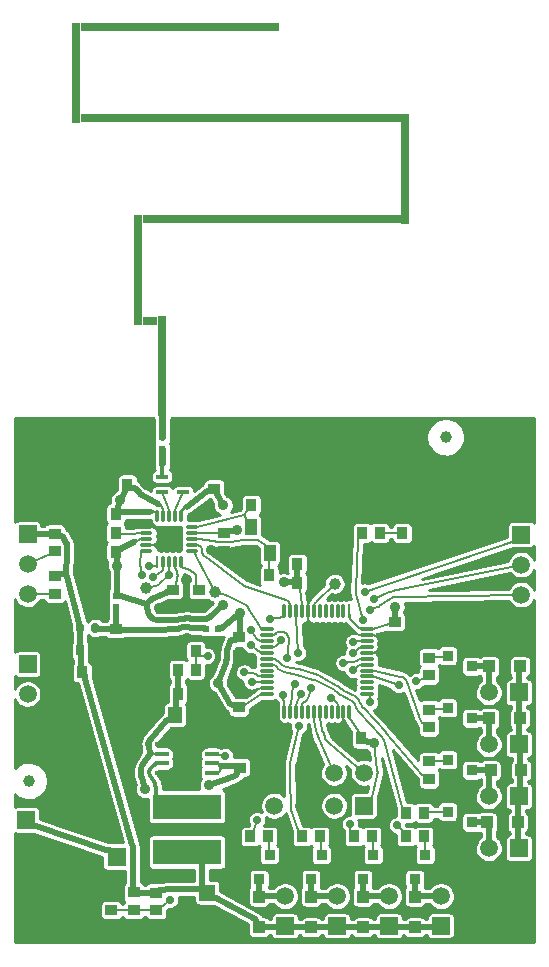
<source format=gtl>
G04 #@! TF.FileFunction,Copper,L1,Top,Signal*
%FSLAX46Y46*%
G04 Gerber Fmt 4.6, Leading zero omitted, Abs format (unit mm)*
G04 Created by KiCad (PCBNEW 4.0.1-stable) date 25.01.2016 0:45:01*
%MOMM*%
G01*
G04 APERTURE LIST*
%ADD10C,0.100000*%
%ADD11R,1.000000X0.350000*%
%ADD12R,1.143000X1.397000*%
%ADD13R,1.016000X0.889000*%
%ADD14R,1.600000X1.600000*%
%ADD15C,1.600000*%
%ADD16R,0.889000X1.016000*%
%ADD17R,1.350000X1.350000*%
%ADD18C,1.350000*%
%ADD19R,0.600000X0.600000*%
%ADD20R,1.000760X1.000760*%
%ADD21R,1.100000X1.100000*%
%ADD22R,1.200000X0.400000*%
%ADD23O,1.200000X0.400000*%
%ADD24R,0.701040X0.899160*%
%ADD25O,0.701040X0.899160*%
%ADD26R,0.270000X1.200000*%
%ADD27O,0.270000X1.200000*%
%ADD28O,1.200000X0.270000*%
%ADD29R,0.280000X1.100000*%
%ADD30O,0.280000X1.100000*%
%ADD31O,1.100000X0.280000*%
%ADD32C,6.000000*%
%ADD33R,5.798820X2.148840*%
%ADD34R,0.914400X0.914400*%
%ADD35R,1.000000X0.900000*%
%ADD36R,0.900000X1.000000*%
%ADD37C,1.000000*%
%ADD38R,1.500000X1.500000*%
%ADD39C,1.500000*%
%ADD40R,1.000000X1.400000*%
%ADD41R,0.800000X8.430000*%
%ADD42R,1.230000X0.800000*%
%ADD43R,0.800000X9.440000*%
%ADD44R,21.820000X0.800000*%
%ADD45R,0.800000X9.320000*%
%ADD46R,27.110000X0.800000*%
%ADD47R,0.800000X8.510000*%
%ADD48R,16.840000X0.800000*%
%ADD49C,0.900000*%
%ADD50C,0.700000*%
%ADD51C,0.600000*%
%ADD52C,0.350000*%
%ADD53C,0.500000*%
%ADD54C,0.200000*%
%ADD55C,0.254000*%
G04 APERTURE END LIST*
D10*
D11*
X105000000Y-59150000D03*
X105000000Y-59800000D03*
X105000000Y-60450000D03*
X106800000Y-60450000D03*
X106800000Y-59800000D03*
X106800000Y-59150000D03*
D12*
X106084000Y-79300000D03*
X108116000Y-79300000D03*
D13*
X111600000Y-83762000D03*
X111600000Y-82238000D03*
D14*
X101150000Y-91300000D03*
D15*
X97650000Y-91300000D03*
D16*
X98238000Y-75700000D03*
X99762000Y-75700000D03*
X107862000Y-77500000D03*
X106338000Y-77500000D03*
D13*
X101100000Y-72038000D03*
X101100000Y-73562000D03*
X102600000Y-94338000D03*
X102600000Y-95862000D03*
D17*
X108800000Y-94350000D03*
D18*
X108800000Y-96850000D03*
D16*
X114062000Y-67500000D03*
X112538000Y-67500000D03*
X112538000Y-61500000D03*
X114062000Y-61500000D03*
D13*
X108100000Y-68738000D03*
X108100000Y-70262000D03*
X111500000Y-72738000D03*
X111500000Y-74262000D03*
D16*
X101062000Y-62300000D03*
X99538000Y-62300000D03*
D13*
X111500000Y-78662000D03*
X111500000Y-77138000D03*
D16*
X102062000Y-59800000D03*
X100538000Y-59800000D03*
X121862000Y-81300000D03*
X120338000Y-81300000D03*
D13*
X109400000Y-60162000D03*
X109400000Y-58638000D03*
X124700000Y-71438000D03*
X124700000Y-72962000D03*
X110200000Y-63938000D03*
X110200000Y-65462000D03*
D16*
X116438000Y-68100000D03*
X117962000Y-68100000D03*
D13*
X105900000Y-68738000D03*
X105900000Y-70262000D03*
D16*
X116438000Y-66500000D03*
X117962000Y-66500000D03*
X101062000Y-65500000D03*
X99538000Y-65500000D03*
D19*
X105000000Y-58000000D03*
X106000000Y-58000000D03*
X105000000Y-54600000D03*
X106000000Y-54600000D03*
D20*
X135300480Y-75200000D03*
X132699520Y-75200000D03*
X135300480Y-79600000D03*
X132699520Y-79600000D03*
X135400480Y-84000000D03*
X132799520Y-84000000D03*
X135100480Y-88400000D03*
X132499520Y-88400000D03*
D16*
X125338000Y-63900000D03*
X126862000Y-63900000D03*
D20*
X113200000Y-97300480D03*
X113200000Y-94699520D03*
X117600000Y-97300480D03*
X117600000Y-94699520D03*
X122000000Y-97300480D03*
X122000000Y-94699520D03*
X126400000Y-97300480D03*
X126400000Y-94699520D03*
D21*
X106550000Y-83550000D03*
X106550000Y-82450000D03*
X107650000Y-83550000D03*
X107650000Y-82450000D03*
X106550000Y-84650000D03*
X107650000Y-84650000D03*
X106550000Y-81350000D03*
X107650000Y-81350000D03*
D22*
X109200000Y-84200000D03*
D23*
X109200000Y-83400000D03*
X109200000Y-82600000D03*
X109200000Y-81800000D03*
X105000000Y-81800000D03*
X105000000Y-82600000D03*
X105000000Y-83400000D03*
X105000000Y-84200000D03*
D24*
X98049760Y-73849960D03*
D25*
X99350240Y-73849960D03*
X99350240Y-71950040D03*
X98049760Y-71950040D03*
D26*
X120850000Y-70550000D03*
D27*
X120350000Y-70550000D03*
X119850000Y-70550000D03*
X119350000Y-70550000D03*
X118850000Y-70550000D03*
X118350000Y-70550000D03*
X117850000Y-70550000D03*
X117350000Y-70550000D03*
X116850000Y-70550000D03*
X116350000Y-70550000D03*
X115850000Y-70550000D03*
X115350000Y-70550000D03*
D28*
X113850000Y-72050000D03*
X113850000Y-72550000D03*
X113850000Y-73050000D03*
X113850000Y-73550000D03*
X113850000Y-74050000D03*
X113850000Y-74550000D03*
X113850000Y-75050000D03*
X113850000Y-75550000D03*
X113850000Y-76050000D03*
X113850000Y-76550000D03*
X113850000Y-77050000D03*
X113850000Y-77550000D03*
D27*
X115350000Y-79050000D03*
X115850000Y-79050000D03*
X116350000Y-79050000D03*
X116850000Y-79050000D03*
X117350000Y-79050000D03*
X117850000Y-79050000D03*
X118350000Y-79050000D03*
X118850000Y-79050000D03*
X119350000Y-79050000D03*
X119850000Y-79050000D03*
X120350000Y-79050000D03*
X120850000Y-79050000D03*
D28*
X122350000Y-77550000D03*
X122350000Y-77050000D03*
X122350000Y-76550000D03*
X122350000Y-76050000D03*
X122350000Y-75550000D03*
X122350000Y-75050000D03*
X122350000Y-74550000D03*
X122350000Y-74050000D03*
X122350000Y-73550000D03*
X122350000Y-73050000D03*
X122350000Y-72550000D03*
X122350000Y-72050000D03*
D29*
X104600000Y-66350000D03*
D30*
X105100000Y-66350000D03*
X105600000Y-66350000D03*
X106100000Y-66350000D03*
X106600000Y-66350000D03*
D31*
X107550000Y-65400000D03*
X107550000Y-64900000D03*
X107550000Y-64400000D03*
X107550000Y-63900000D03*
X107550000Y-63400000D03*
D30*
X106600000Y-62450000D03*
X106100000Y-62450000D03*
X105600000Y-62450000D03*
X105100000Y-62450000D03*
X104600000Y-62450000D03*
D31*
X103650000Y-63400000D03*
X103650000Y-63900000D03*
X103650000Y-64400000D03*
X103650000Y-64900000D03*
X103650000Y-65400000D03*
D21*
X105050000Y-64950000D03*
X105050000Y-63850000D03*
X106150000Y-64950000D03*
X106150000Y-63850000D03*
D32*
X95500000Y-57500000D03*
X133500000Y-57500000D03*
X133500000Y-95500000D03*
X95500000Y-95500000D03*
D33*
X107100000Y-90925320D03*
X107100000Y-87074680D03*
D19*
X101100000Y-69200000D03*
X101100000Y-70200000D03*
X109700000Y-72000000D03*
X108700000Y-72000000D03*
X105000000Y-55800000D03*
X105000000Y-56800000D03*
D34*
X129184000Y-76089000D03*
X129184000Y-74311000D03*
X131216000Y-75200000D03*
X129184000Y-80489000D03*
X129184000Y-78711000D03*
X131216000Y-79600000D03*
X129184000Y-84889000D03*
X129184000Y-83111000D03*
X131216000Y-84000000D03*
X129184000Y-89289000D03*
X129184000Y-87511000D03*
X131216000Y-88400000D03*
X112311000Y-91184000D03*
X114089000Y-91184000D03*
X113200000Y-93216000D03*
X116711000Y-91184000D03*
X118489000Y-91184000D03*
X117600000Y-93216000D03*
X121111000Y-91184000D03*
X122889000Y-91184000D03*
X122000000Y-93216000D03*
X125511000Y-91184000D03*
X127289000Y-91184000D03*
X126400000Y-93216000D03*
D35*
X127600000Y-75950000D03*
X127600000Y-74450000D03*
X127600000Y-80350000D03*
X127600000Y-78850000D03*
X127600000Y-84750000D03*
X127600000Y-83250000D03*
D36*
X125650000Y-87600000D03*
X127150000Y-87600000D03*
X123450000Y-63900000D03*
X121950000Y-63900000D03*
X112450000Y-89600000D03*
X113950000Y-89600000D03*
X116850000Y-89600000D03*
X118350000Y-89600000D03*
X121250000Y-89600000D03*
X122750000Y-89600000D03*
X125650000Y-89600000D03*
X127150000Y-89600000D03*
X106350000Y-75500000D03*
X107850000Y-75500000D03*
X107850000Y-73900000D03*
X106350000Y-73900000D03*
D35*
X104500000Y-94350000D03*
X104500000Y-95850000D03*
X100700000Y-95850000D03*
X100700000Y-94350000D03*
D36*
X101050000Y-63900000D03*
X99550000Y-63900000D03*
D35*
X95900000Y-63950000D03*
X95900000Y-65450000D03*
X95900000Y-67550000D03*
X95900000Y-69050000D03*
D37*
X93700000Y-84900000D03*
X129000000Y-55800000D03*
X119600000Y-68200000D03*
X109500000Y-68900000D03*
X103596000Y-68555700D03*
D38*
X117000000Y-84200000D03*
D39*
X119540000Y-84200000D03*
X122080000Y-84200000D03*
D38*
X122100000Y-87000000D03*
D39*
X119560000Y-87000000D03*
X117020000Y-87000000D03*
X114480000Y-87000000D03*
D38*
X135200000Y-77400000D03*
D39*
X132660000Y-77400000D03*
D38*
X135200000Y-81800000D03*
D39*
X132660000Y-81800000D03*
D38*
X135200000Y-86200000D03*
D39*
X132660000Y-86200000D03*
D38*
X135200000Y-90600000D03*
D39*
X132660000Y-90600000D03*
D38*
X135400000Y-64034000D03*
D39*
X135400000Y-66574000D03*
X135400000Y-69114000D03*
X135400000Y-71654000D03*
D38*
X115400000Y-97200000D03*
D39*
X115400000Y-94660000D03*
D38*
X119800000Y-97200000D03*
D39*
X119800000Y-94660000D03*
D38*
X124200000Y-97200000D03*
D39*
X124200000Y-94660000D03*
D38*
X128600000Y-97200000D03*
D39*
X128600000Y-94660000D03*
D38*
X93500000Y-88200000D03*
D39*
X93500000Y-90740000D03*
D38*
X93600000Y-75000000D03*
D39*
X93600000Y-77540000D03*
X93600000Y-80080000D03*
D38*
X93600000Y-64000000D03*
D39*
X93600000Y-66540000D03*
X93600000Y-69080000D03*
X93600000Y-71620000D03*
D40*
X114100000Y-65600000D03*
X114100000Y-63400000D03*
X112500000Y-63400000D03*
X112500000Y-65600000D03*
D41*
X105000000Y-49785000D03*
D42*
X103985000Y-45970000D03*
D43*
X102970000Y-41650000D03*
D44*
X114280000Y-37330000D03*
D45*
X125590000Y-33070000D03*
D46*
X111635000Y-28810000D03*
D47*
X97680000Y-24955000D03*
D48*
X106500000Y-21090000D03*
D49*
X102340200Y-63161400D03*
X98443400Y-62559500D03*
X107932600Y-59475100D03*
X103806000Y-59819400D03*
X107051800Y-67844100D03*
X111350000Y-65446000D03*
X115170100Y-64412500D03*
X119375000Y-80399800D03*
X109150000Y-65378100D03*
X100575000Y-74656400D03*
X112601500Y-74447100D03*
X117887700Y-72529300D03*
X109622800Y-73648800D03*
X107075200Y-72811000D03*
X104741900Y-70284700D03*
X112156200Y-92291300D03*
X116378900Y-92279200D03*
X120740600Y-76551100D03*
X98200000Y-54700000D03*
X101100000Y-54700000D03*
X103700000Y-54700000D03*
X107200000Y-54700000D03*
X109800000Y-54700000D03*
X112500000Y-54700000D03*
X115200000Y-54700000D03*
X118100000Y-54700000D03*
X121100000Y-54700000D03*
X124100000Y-54700000D03*
X127200000Y-54700000D03*
X106949800Y-58322300D03*
X109400000Y-57300000D03*
X110800000Y-58700000D03*
X114100000Y-60100000D03*
X112800000Y-57000000D03*
X108900000Y-62200000D03*
X115200000Y-57000000D03*
X118100000Y-57000000D03*
X121100000Y-57000000D03*
X124100000Y-57000000D03*
X127200000Y-57000000D03*
X118000000Y-59900000D03*
X121100000Y-59800000D03*
X124300000Y-59700000D03*
X127300000Y-59800000D03*
X130766100Y-60253600D03*
X135300000Y-61400000D03*
X132200000Y-62700000D03*
X126596200Y-61789600D03*
X124392200Y-62834000D03*
X120520400Y-63441100D03*
X118000000Y-63000000D03*
X115400000Y-61700000D03*
X119300000Y-66500000D03*
X122659200Y-65555300D03*
X124964300Y-65557600D03*
X127790800Y-65022100D03*
X133550900Y-65999500D03*
X133500000Y-68000000D03*
X133600000Y-70500000D03*
X130100000Y-64100000D03*
X126400000Y-71400000D03*
X129800000Y-71200000D03*
X132602300Y-72781600D03*
X135700000Y-73800000D03*
X125700000Y-74900000D03*
X127600000Y-77400000D03*
X129736000Y-77235800D03*
X130279200Y-80821200D03*
X125400000Y-80200000D03*
X125700000Y-84900000D03*
X130200000Y-85100000D03*
X130300000Y-89400000D03*
X125200000Y-92200000D03*
X129900000Y-91800000D03*
X120800000Y-92300000D03*
X111700000Y-87000000D03*
X112900000Y-82200000D03*
X111600000Y-81000000D03*
X113900000Y-79300000D03*
X113300000Y-84400000D03*
X105000000Y-75200000D03*
X96200000Y-71400000D03*
X95900000Y-74200000D03*
X99400000Y-68400000D03*
X98000000Y-65600000D03*
X93500000Y-61400000D03*
X99300000Y-59700000D03*
X99900000Y-57200000D03*
X103700000Y-57100000D03*
X96400000Y-79000000D03*
X101800000Y-78900000D03*
X96400000Y-82000000D03*
X102000000Y-81700000D03*
X96400000Y-85400000D03*
X99600000Y-85300000D03*
X96600000Y-88200000D03*
X100300000Y-88600000D03*
X93100000Y-83000000D03*
X99400000Y-97900000D03*
X103100000Y-97800000D03*
X106900000Y-97700000D03*
X111500000Y-97900000D03*
X101900000Y-58500000D03*
X108967800Y-85250200D03*
X103573900Y-85588200D03*
D50*
X105641600Y-94956700D03*
X110331400Y-82766600D03*
D49*
X111567800Y-70698600D03*
X115341200Y-68092700D03*
X124746400Y-70176700D03*
X122944500Y-81683000D03*
X109732700Y-76625900D03*
X101172400Y-66658100D03*
X101463000Y-61143400D03*
X111339700Y-63647100D03*
X110179500Y-61567300D03*
X110151400Y-69981700D03*
D50*
X116499300Y-74060300D03*
X105608700Y-67486800D03*
X114165800Y-71164200D03*
X115606300Y-74530300D03*
X108853700Y-74325000D03*
X103909000Y-66678100D03*
X112545800Y-72102500D03*
X104234500Y-67664600D03*
X115060700Y-72945900D03*
X103253300Y-67451100D03*
X112533300Y-73428000D03*
X111956900Y-75703800D03*
X112566100Y-76496800D03*
X122133300Y-68862800D03*
X115213800Y-77615900D03*
X122936500Y-69498900D03*
X116245900Y-76663800D03*
X116716400Y-77535300D03*
X122573900Y-70431200D03*
X117608900Y-77038100D03*
X122021500Y-71264900D03*
X119279500Y-77851400D03*
X122600700Y-78235100D03*
X126531200Y-76442600D03*
X125009900Y-76788500D03*
X113018100Y-88181700D03*
X121146900Y-75526100D03*
X116563900Y-80284100D03*
X120346200Y-74929400D03*
X120924500Y-88546300D03*
X121131600Y-74094700D03*
X124869800Y-88660000D03*
X121197600Y-73133700D03*
D51*
X105000000Y-54600000D02*
X105000000Y-49785000D01*
X105000000Y-54900000D02*
X105000000Y-54600000D01*
X105000000Y-55500000D02*
X105000000Y-54900000D01*
X105000000Y-55800000D02*
X105000000Y-55500000D01*
X105000000Y-57000000D02*
X105000000Y-56800000D01*
X105000000Y-57100000D02*
X105000000Y-57000000D01*
X105000000Y-57700000D02*
X105000000Y-57100000D01*
X105000000Y-57800000D02*
X105000000Y-57700000D01*
X105000000Y-58000000D02*
X105000000Y-57800000D01*
D52*
X105000000Y-58200000D02*
X105000000Y-58000000D01*
X105000000Y-58300000D02*
X105000000Y-58200000D01*
X105000000Y-58975000D02*
X105000000Y-58300000D01*
X105000000Y-59075000D02*
X105000000Y-58975000D01*
X105000000Y-59150000D02*
X105000000Y-59075000D01*
D53*
X96200000Y-71400000D02*
X95900000Y-74200000D01*
X96200000Y-71400000D02*
X93600000Y-71620000D01*
X99538000Y-65500000D02*
X98000000Y-65600000D01*
X99538000Y-65500000D02*
X99400000Y-68400000D01*
X99600000Y-85300000D02*
X100300000Y-88600000D01*
X96400000Y-85400000D02*
X96600000Y-88200000D01*
X96400000Y-82000000D02*
X99600000Y-85300000D01*
X96400000Y-82000000D02*
X93100000Y-83000000D01*
X96400000Y-82000000D02*
X96400000Y-85400000D01*
X96400000Y-82000000D02*
X93600000Y-80080000D01*
X96400000Y-79000000D02*
X93600000Y-80080000D01*
X101800000Y-78900000D02*
X102000000Y-81700000D01*
X101358000Y-73731000D02*
X101100000Y-73562000D01*
X101608000Y-73731000D02*
X101358000Y-73731000D01*
X104185900Y-73731000D02*
X101608000Y-73731000D01*
X104801300Y-74076600D02*
X104185900Y-73731000D01*
X105000000Y-75200000D02*
X104801300Y-74076600D01*
X111700000Y-87000000D02*
X113300000Y-84400000D01*
X111600000Y-82238000D02*
X112900000Y-82200000D01*
X117962000Y-66500000D02*
X119300000Y-66500000D01*
X110800000Y-58700000D02*
X109400000Y-58638000D01*
X109800000Y-54700000D02*
X109400000Y-57300000D01*
X109800000Y-54700000D02*
X112500000Y-54700000D01*
X107200000Y-54700000D02*
X109800000Y-54700000D01*
X106000000Y-54650000D02*
X106000000Y-54600000D01*
X106000000Y-54900000D02*
X106000000Y-54650000D01*
X107200000Y-54700000D02*
X106000000Y-54900000D01*
X103700000Y-57100000D02*
X101900000Y-58500000D01*
X103700000Y-54700000D02*
X103700000Y-57100000D01*
X99900000Y-57200000D02*
X98200000Y-54700000D01*
X99900000Y-57200000D02*
X101100000Y-54700000D01*
X99900000Y-57200000D02*
X101900000Y-58500000D01*
X93500000Y-61400000D02*
X95500000Y-57500000D01*
X100732500Y-59542000D02*
X100538000Y-59800000D01*
X100732500Y-59292000D02*
X100732500Y-59542000D01*
X100732500Y-59223100D02*
X100732500Y-59292000D01*
X100803300Y-59104500D02*
X100732500Y-59223100D01*
X100864400Y-59071700D02*
X100803300Y-59104500D01*
X101357500Y-58807200D02*
X100864400Y-59071700D01*
X101417100Y-58775200D02*
X101357500Y-58807200D01*
X101549000Y-58742000D02*
X101417100Y-58775200D01*
X101617500Y-58741900D02*
X101549000Y-58742000D01*
X101900000Y-58500000D02*
X101617500Y-58741900D01*
X129647400Y-98351700D02*
X133500000Y-95500000D01*
X129582600Y-98399600D02*
X129647400Y-98351700D01*
X129429700Y-98449900D02*
X129582600Y-98399600D01*
X129349600Y-98449800D02*
X129429700Y-98449900D01*
X129225400Y-98449700D02*
X129349600Y-98449800D01*
X129224600Y-98449700D02*
X129225400Y-98449700D01*
X129100400Y-98449800D02*
X129224600Y-98449700D01*
X129100000Y-98449800D02*
X129100400Y-98449800D01*
X128100000Y-98449800D02*
X129100000Y-98449800D01*
X128099600Y-98449800D02*
X128100000Y-98449800D01*
X127975400Y-98449700D02*
X128099600Y-98449800D01*
X127974600Y-98449700D02*
X127975400Y-98449700D01*
X127850400Y-98449800D02*
X127974600Y-98449700D01*
X127849600Y-98449800D02*
X127850400Y-98449800D01*
X127729600Y-98449700D02*
X127849600Y-98449800D01*
X127729400Y-98449700D02*
X127729600Y-98449700D01*
X127303700Y-98449500D02*
X127729400Y-98449700D01*
X127303400Y-98449500D02*
X127303700Y-98449500D01*
X125496600Y-98449500D02*
X127303400Y-98449500D01*
X125496300Y-98449500D02*
X125496600Y-98449500D01*
X125062100Y-98449700D02*
X125496300Y-98449500D01*
X125061900Y-98449700D02*
X125062100Y-98449700D01*
X124950400Y-98449800D02*
X125061900Y-98449700D01*
X124949600Y-98449800D02*
X124950400Y-98449800D01*
X124825400Y-98449700D02*
X124949600Y-98449800D01*
X124824600Y-98449700D02*
X124825400Y-98449700D01*
X124700400Y-98449800D02*
X124824600Y-98449700D01*
X124700000Y-98449800D02*
X124700400Y-98449800D01*
X123700000Y-98449800D02*
X124700000Y-98449800D01*
X123699600Y-98449800D02*
X123700000Y-98449800D01*
X123575400Y-98449700D02*
X123699600Y-98449800D01*
X123574600Y-98449700D02*
X123575400Y-98449700D01*
X123450400Y-98449800D02*
X123574600Y-98449700D01*
X123449700Y-98449800D02*
X123450400Y-98449800D01*
X122903700Y-98449500D02*
X123449700Y-98449800D01*
X122903400Y-98449500D02*
X122903700Y-98449500D01*
X121092500Y-98449500D02*
X122903400Y-98449500D01*
X121092200Y-98449500D02*
X121092500Y-98449500D01*
X120550300Y-98449800D02*
X121092200Y-98449500D01*
X120549600Y-98449800D02*
X120550300Y-98449800D01*
X120425400Y-98449700D02*
X120549600Y-98449800D01*
X120424600Y-98449700D02*
X120425400Y-98449700D01*
X120300400Y-98449800D02*
X120424600Y-98449700D01*
X120300000Y-98449800D02*
X120300400Y-98449800D01*
X119300000Y-98449800D02*
X120300000Y-98449800D01*
X119299600Y-98449800D02*
X119300000Y-98449800D01*
X119175400Y-98449700D02*
X119299600Y-98449800D01*
X119174600Y-98449700D02*
X119175400Y-98449700D01*
X119050400Y-98449800D02*
X119174600Y-98449700D01*
X119049700Y-98449800D02*
X119050400Y-98449800D01*
X118503700Y-98449500D02*
X119049700Y-98449800D01*
X118503400Y-98449500D02*
X118503700Y-98449500D01*
X116696600Y-98449500D02*
X118503400Y-98449500D01*
X116696300Y-98449500D02*
X116696600Y-98449500D01*
X116150300Y-98449800D02*
X116696300Y-98449500D01*
X116149600Y-98449800D02*
X116150300Y-98449800D01*
X116025400Y-98449700D02*
X116149600Y-98449800D01*
X116024600Y-98449700D02*
X116025400Y-98449700D01*
X115900400Y-98449800D02*
X116024600Y-98449700D01*
X115900000Y-98449800D02*
X115900400Y-98449800D01*
X114900000Y-98449800D02*
X115900000Y-98449800D01*
X114899600Y-98449800D02*
X114900000Y-98449800D01*
X114775400Y-98449700D02*
X114899600Y-98449800D01*
X114774600Y-98449700D02*
X114775400Y-98449700D01*
X114650400Y-98449800D02*
X114774600Y-98449700D01*
X114624700Y-98449200D02*
X114650400Y-98449800D01*
X112671800Y-98350300D02*
X114624700Y-98449200D01*
X112626800Y-98348000D02*
X112671800Y-98350300D01*
X112539400Y-98329000D02*
X112626800Y-98348000D01*
X112497300Y-98312400D02*
X112539400Y-98329000D01*
X111500000Y-97900000D02*
X112497300Y-98312400D01*
X130089700Y-85143300D02*
X130200000Y-85100000D01*
X130109500Y-85187300D02*
X130089700Y-85143300D01*
X130131500Y-85281300D02*
X130109500Y-85187300D01*
X130133100Y-85329500D02*
X130131500Y-85281300D01*
X130191000Y-87035100D02*
X130133100Y-85329500D01*
X130191300Y-87053800D02*
X130191000Y-87035100D01*
X130191300Y-87968200D02*
X130191300Y-87053800D01*
X130191300Y-88016700D02*
X130191300Y-87968200D01*
X130174100Y-88113400D02*
X130191300Y-88016700D01*
X130157000Y-88159400D02*
X130174100Y-88113400D01*
X130300000Y-89400000D02*
X130157000Y-88159400D01*
X108800000Y-96850000D02*
X111500000Y-97900000D01*
X107051800Y-67844100D02*
X107016400Y-69725900D01*
X130208900Y-83528500D02*
X130279200Y-80821200D01*
X130208800Y-83534500D02*
X130208900Y-83528500D01*
X130191200Y-84690100D02*
X130208800Y-83534500D01*
X130190700Y-84723400D02*
X130191200Y-84690100D01*
X130181700Y-84789200D02*
X130190700Y-84723400D01*
X130173200Y-84821700D02*
X130181700Y-84789200D01*
X130200000Y-85100000D02*
X130173200Y-84821700D01*
X129978900Y-73419500D02*
X130342800Y-73702500D01*
X129746200Y-73306800D02*
X129659400Y-73304000D01*
X129910100Y-73366000D02*
X129746200Y-73306800D01*
X129978900Y-73419500D02*
X129910100Y-73366000D01*
X125216300Y-73156600D02*
X129659400Y-73304000D01*
X125208000Y-73156500D02*
X125216300Y-73156600D01*
X124958000Y-73156500D02*
X125208000Y-73156500D01*
X124700000Y-72962000D02*
X124958000Y-73156500D01*
X100045700Y-96828000D02*
X95500000Y-95500000D01*
X100159700Y-96850000D02*
X100198100Y-96850100D01*
X100082600Y-96838800D02*
X100159700Y-96850000D01*
X100045700Y-96828000D02*
X100082600Y-96838800D01*
X102090100Y-96856600D02*
X100198100Y-96850100D01*
X102092000Y-96856600D02*
X102090100Y-96856600D01*
X103108000Y-96856600D02*
X102092000Y-96856600D01*
X103108600Y-96856600D02*
X103108000Y-96856600D01*
X108800000Y-96850000D02*
X103108600Y-96856600D01*
X130130300Y-78002100D02*
X129736000Y-77235800D01*
X130159800Y-78059400D02*
X130130300Y-78002100D01*
X130190600Y-78183900D02*
X130159800Y-78059400D01*
X130191300Y-78248500D02*
X130190600Y-78183900D01*
X130208700Y-80062500D02*
X130191300Y-78248500D01*
X130210100Y-80098000D02*
X130211200Y-80109500D01*
X130208800Y-80074000D02*
X130210100Y-80098000D01*
X130208700Y-80062500D02*
X130208800Y-80074000D01*
X130279200Y-80821200D02*
X130211200Y-80109500D01*
X132602300Y-72781600D02*
X135400000Y-71654000D01*
X125562500Y-92168800D02*
X125200000Y-92200000D01*
X125678400Y-92191300D02*
X125718200Y-92191300D01*
X125600300Y-92180000D02*
X125678400Y-92191300D01*
X125562500Y-92168800D02*
X125600300Y-92180000D01*
X127746200Y-92191300D02*
X125718200Y-92191300D01*
X128207300Y-91988700D02*
X128265500Y-91822800D01*
X127921700Y-92191200D02*
X128207300Y-91988700D01*
X127746200Y-92191300D02*
X127921700Y-92191200D01*
X128962800Y-89828700D02*
X128265500Y-91822800D01*
X128976800Y-89767100D02*
X128976800Y-89746200D01*
X128969700Y-89808900D02*
X128976800Y-89767100D01*
X128962800Y-89828700D02*
X128969700Y-89808900D01*
X128976800Y-89496200D02*
X128976800Y-89746200D01*
X129184000Y-89289000D02*
X128976800Y-89496200D01*
X100450000Y-94550000D02*
X100700000Y-94350000D01*
X100200000Y-94550000D02*
X100450000Y-94550000D01*
X100162600Y-94552500D02*
X100150200Y-94555000D01*
X100187300Y-94550000D02*
X100162600Y-94552500D01*
X100200000Y-94550000D02*
X100187300Y-94550000D01*
X95500000Y-95500000D02*
X100150200Y-94555000D01*
X108056500Y-77242000D02*
X107862000Y-77500000D01*
X108056500Y-76992000D02*
X108056500Y-77242000D01*
X108056500Y-76932500D02*
X108056500Y-76992000D01*
X108109900Y-76826500D02*
X108056500Y-76932500D01*
X108157400Y-76791300D02*
X108109900Y-76826500D01*
X108628100Y-76441500D02*
X108157400Y-76791300D01*
X108755000Y-76314900D02*
X108783400Y-76262500D01*
X108676100Y-76405900D02*
X108755000Y-76314900D01*
X108628100Y-76441500D02*
X108676100Y-76405900D01*
X109611900Y-74736700D02*
X108783400Y-76262500D01*
X109729900Y-74280600D02*
X109693200Y-74125800D01*
X109688100Y-74596100D02*
X109729900Y-74280600D01*
X109611900Y-74736700D02*
X109688100Y-74596100D01*
X109685300Y-74092700D02*
X109693200Y-74125800D01*
X109673100Y-74026200D02*
X109685300Y-74092700D01*
X109668800Y-73993900D02*
X109673100Y-74026200D01*
X109622800Y-73648800D02*
X109668800Y-73993900D01*
X102616300Y-58741900D02*
X101900000Y-58500000D01*
X102819200Y-58826300D02*
X102616300Y-58741900D01*
X102896700Y-58904300D02*
X102819200Y-58826300D01*
X103806000Y-59819400D02*
X102896700Y-58904300D01*
X121497000Y-62849900D02*
X124392200Y-62834000D01*
X121242700Y-62905900D02*
X121172500Y-62958000D01*
X121408900Y-62850400D02*
X121242700Y-62905900D01*
X121497000Y-62849900D02*
X121408900Y-62850400D01*
X120520400Y-63441100D02*
X121172500Y-62958000D01*
X119570700Y-75386300D02*
X117887700Y-72529300D01*
X119680000Y-75537800D02*
X119724400Y-75580200D01*
X119602700Y-75440500D02*
X119680000Y-75537800D01*
X119570700Y-75386300D02*
X119602700Y-75440500D01*
X120740600Y-76551100D02*
X119724400Y-75580200D01*
D54*
X111908000Y-77246900D02*
X111500000Y-77138000D01*
X112008000Y-77246900D02*
X111908000Y-77246900D01*
X112566100Y-77246900D02*
X112008000Y-77246900D01*
X112736600Y-77229500D02*
X112790700Y-77212500D01*
X112623800Y-77246900D02*
X112736600Y-77229500D01*
X112566100Y-77246900D02*
X112623800Y-77246900D01*
X113235300Y-77072900D02*
X112790700Y-77212500D01*
X113271300Y-77061600D02*
X113235300Y-77072900D01*
X113346500Y-77050000D02*
X113271300Y-77061600D01*
X113385000Y-77050000D02*
X113346500Y-77050000D01*
X113850000Y-77050000D02*
X113385000Y-77050000D01*
D53*
X106000000Y-57700000D02*
X106000000Y-54900000D01*
X106000000Y-57950000D02*
X106000000Y-57700000D01*
X106000000Y-58000000D02*
X106000000Y-57950000D01*
X126667500Y-63642000D02*
X126862000Y-63900000D01*
X126667500Y-63392000D02*
X126667500Y-63642000D01*
X126596400Y-63204200D02*
X126535600Y-63171700D01*
X126667400Y-63322700D02*
X126596400Y-63204200D01*
X126667500Y-63392000D02*
X126667400Y-63322700D01*
X126042500Y-62907200D02*
X126535600Y-63171700D01*
X125853000Y-62842300D02*
X125785600Y-62841900D01*
X125983000Y-62875300D02*
X125853000Y-62842300D01*
X126042500Y-62907200D02*
X125983000Y-62875300D01*
X124392200Y-62834000D02*
X125785600Y-62841900D01*
X117090500Y-92211200D02*
X116378900Y-92279200D01*
X117102000Y-92210100D02*
X117090500Y-92211200D01*
X117126000Y-92208800D02*
X117102000Y-92210100D01*
X117137500Y-92208700D02*
X117126000Y-92208800D01*
X118951500Y-92191300D02*
X117137500Y-92208700D01*
X118951500Y-92191300D02*
X118964900Y-92191000D01*
X120670500Y-92133100D02*
X118964900Y-92191000D01*
X120809400Y-92110500D02*
X120852200Y-92091700D01*
X120717900Y-92131500D02*
X120809400Y-92110500D01*
X120670500Y-92133100D02*
X120717900Y-92131500D01*
X120800000Y-92300000D02*
X120852200Y-92091700D01*
X112660400Y-92214900D02*
X112156200Y-92291300D01*
X112680500Y-92211800D02*
X112660400Y-92214900D01*
X112721700Y-92208700D02*
X112680500Y-92211800D01*
X112742800Y-92208700D02*
X112721700Y-92208700D01*
X113657200Y-92208700D02*
X112742800Y-92208700D01*
X113671500Y-92208900D02*
X113657200Y-92208700D01*
X116378900Y-92279200D02*
X113671500Y-92208900D01*
X111242000Y-76943500D02*
X111500000Y-77138000D01*
X111242000Y-76693500D02*
X111242000Y-76943500D01*
X111239300Y-76654300D02*
X111236600Y-76641700D01*
X111242000Y-76680400D02*
X111239300Y-76654300D01*
X111242000Y-76693500D02*
X111242000Y-76680400D01*
X111077500Y-75889900D02*
X111236600Y-76641700D01*
X111058100Y-75798000D02*
X111077500Y-75889900D01*
X111057900Y-75610600D02*
X111058100Y-75798000D01*
X111077400Y-75518200D02*
X111057900Y-75610600D01*
X111223600Y-74825000D02*
X111077400Y-75518200D01*
X111223600Y-74825000D02*
X111238200Y-74750400D01*
X111238100Y-74750400D02*
X111238200Y-74750400D01*
X111242000Y-74717500D02*
X111242000Y-74706500D01*
X111240000Y-74739700D02*
X111242000Y-74717500D01*
X111238100Y-74750400D02*
X111240000Y-74739700D01*
X111242000Y-74456500D02*
X111242000Y-74706500D01*
X111500000Y-74262000D02*
X111242000Y-74456500D01*
X121178200Y-92173200D02*
X120800000Y-92300000D01*
X121283200Y-92191300D02*
X121318200Y-92191300D01*
X121212600Y-92182200D02*
X121283200Y-92191300D01*
X121178200Y-92173200D02*
X121212600Y-92182200D01*
X123346200Y-92191300D02*
X121318200Y-92191300D01*
X123346200Y-92191300D02*
X123368700Y-92190800D01*
X125073400Y-92121200D02*
X123368700Y-92190800D01*
X125211300Y-92097500D02*
X125254100Y-92077900D01*
X125120500Y-92119300D02*
X125211300Y-92097500D01*
X125073400Y-92121200D02*
X125120500Y-92119300D01*
X125200000Y-92200000D02*
X125254100Y-92077900D01*
X117713600Y-65518300D02*
X120520400Y-63441100D01*
X130342800Y-73702500D02*
X132602300Y-72781600D01*
X108613800Y-72948100D02*
X109622800Y-73648800D01*
X108384000Y-72849800D02*
X108300000Y-72849900D01*
X108544600Y-72900100D02*
X108384000Y-72849800D01*
X108613800Y-72948100D02*
X108544600Y-72900100D01*
X108200000Y-72849900D02*
X108300000Y-72849900D01*
X108197300Y-72849900D02*
X108200000Y-72849900D01*
X107852400Y-72851600D02*
X108197300Y-72849900D01*
X107838100Y-72851600D02*
X107852400Y-72851600D01*
X107785800Y-72851500D02*
X107838100Y-72851600D01*
X107785800Y-72851500D02*
X107764400Y-72851900D01*
X107671800Y-72855300D02*
X107764400Y-72851900D01*
X107589200Y-72858400D02*
X107671800Y-72855300D01*
X107424100Y-72851800D02*
X107589200Y-72858400D01*
X107342100Y-72842200D02*
X107424100Y-72851800D01*
X107075200Y-72811000D02*
X107342100Y-72842200D01*
X129391200Y-75881800D02*
X129184000Y-76089000D01*
X129641200Y-75881800D02*
X129391200Y-75881800D01*
X129848200Y-75792400D02*
X129875600Y-75718700D01*
X129719600Y-75881800D02*
X129848200Y-75792400D01*
X129641200Y-75881800D02*
X129719600Y-75881800D01*
X130157000Y-74959400D02*
X129875600Y-75718700D01*
X130182100Y-74872700D02*
X130186200Y-74843000D01*
X130167400Y-74931500D02*
X130182100Y-74872700D01*
X130157000Y-74959400D02*
X130167400Y-74931500D01*
X130342800Y-73702500D02*
X130186200Y-74843000D01*
X127056500Y-63642000D02*
X126862000Y-63900000D01*
X127056500Y-63392000D02*
X127056500Y-63642000D01*
X127056500Y-63335400D02*
X127056500Y-63392000D01*
X127105000Y-63233700D02*
X127056500Y-63335400D01*
X127148700Y-63198100D02*
X127105000Y-63233700D01*
X130766100Y-60253600D02*
X127148700Y-63198100D01*
X129848200Y-88992400D02*
X130300000Y-89400000D01*
X129719600Y-89081800D02*
X129848200Y-88992400D01*
X129641200Y-89081800D02*
X129719600Y-89081800D01*
X129391200Y-89081800D02*
X129641200Y-89081800D01*
X129184000Y-89289000D02*
X129391200Y-89081800D01*
X112156200Y-91391200D02*
X112311000Y-91184000D01*
X112156200Y-91641200D02*
X112156200Y-91391200D01*
X112156200Y-92291300D02*
X112156200Y-91641200D01*
X97650000Y-91300000D02*
X95500000Y-95500000D01*
X117887700Y-72529300D02*
X120743500Y-72360300D01*
X106050000Y-58050000D02*
X106000000Y-58000000D01*
X106300000Y-58050000D02*
X106050000Y-58050000D01*
X106327100Y-58050100D02*
X106300000Y-58050000D01*
X106379700Y-58061600D02*
X106327100Y-58050100D01*
X106404000Y-58072700D02*
X106379700Y-58061600D01*
X106949800Y-58322300D02*
X106404000Y-58072700D01*
X99567500Y-75442000D02*
X99762000Y-75700000D01*
X99567500Y-75192000D02*
X99567500Y-75442000D01*
X99565500Y-75158900D02*
X99563600Y-75148200D01*
X99567500Y-75181100D02*
X99565500Y-75158900D01*
X99567500Y-75192000D02*
X99567500Y-75181100D01*
X99350200Y-73949100D02*
X99563600Y-75148200D01*
X99350200Y-73850000D02*
X99350200Y-73949100D01*
X129391200Y-76296200D02*
X129184000Y-76089000D01*
X129391200Y-76546200D02*
X129391200Y-76296200D01*
X129407100Y-76639400D02*
X129422300Y-76666900D01*
X129391200Y-76577800D02*
X129407100Y-76639400D01*
X129391200Y-76546200D02*
X129391200Y-76577800D01*
X129736000Y-77235800D02*
X129422300Y-76666900D01*
D52*
X104500000Y-59800000D02*
X105000000Y-59800000D01*
X104500000Y-59799800D02*
X104500000Y-59800000D01*
X104500000Y-59799800D02*
X104486500Y-59800100D01*
X103806000Y-59819400D02*
X104486500Y-59800100D01*
D53*
X125303800Y-91391200D02*
X125511000Y-91184000D01*
X125303800Y-91641200D02*
X125303800Y-91391200D01*
X125303800Y-91648700D02*
X125303800Y-91641200D01*
X125303000Y-91663000D02*
X125303800Y-91648700D01*
X125302100Y-91670400D02*
X125303000Y-91663000D01*
X125200000Y-92200000D02*
X125302100Y-91670400D01*
D54*
X105500000Y-59800000D02*
X105000000Y-59800000D01*
X106300000Y-59800000D02*
X105500000Y-59800000D01*
X106400000Y-59800000D02*
X106300000Y-59800000D01*
X106800000Y-59800000D02*
X106400000Y-59800000D01*
X108100000Y-81650000D02*
X107650000Y-81350000D01*
X108200000Y-81650000D02*
X108100000Y-81650000D01*
X108216200Y-81650000D02*
X108200000Y-81650000D01*
X108248300Y-81654200D02*
X108216200Y-81650000D01*
X108263900Y-81658300D02*
X108248300Y-81654200D01*
X108800000Y-81800000D02*
X108263900Y-81658300D01*
X109200000Y-81800000D02*
X108800000Y-81800000D01*
D53*
X112008000Y-74447100D02*
X112601500Y-74447100D01*
X111758000Y-74447100D02*
X112008000Y-74447100D01*
X111500000Y-74262000D02*
X111758000Y-74447100D01*
D54*
X121235900Y-72385500D02*
X120743500Y-72360300D01*
X121288400Y-72388100D02*
X121235900Y-72385500D01*
X121392600Y-72408300D02*
X121288400Y-72388100D01*
X121443300Y-72425900D02*
X121392600Y-72408300D01*
X121721000Y-72522300D02*
X121443300Y-72425900D01*
X121843500Y-72550000D02*
X121885000Y-72550000D01*
X121760700Y-72536100D02*
X121843500Y-72550000D01*
X121721000Y-72522300D02*
X121760700Y-72536100D01*
X122350000Y-72550000D02*
X121885000Y-72550000D01*
D53*
X105900000Y-73731000D02*
X104185900Y-73731000D01*
X106150000Y-73731000D02*
X105900000Y-73731000D01*
X106350000Y-73900000D02*
X106150000Y-73731000D01*
D52*
X106949800Y-58975000D02*
X106949800Y-58322300D01*
X106949800Y-59150000D02*
X106949800Y-58975000D01*
X106800000Y-59150000D02*
X106949800Y-59150000D01*
D53*
X107450600Y-70023700D02*
X107016400Y-69725900D01*
X107554000Y-70067500D02*
X107592000Y-70067500D01*
X107481800Y-70045100D02*
X107554000Y-70067500D01*
X107450600Y-70023700D02*
X107481800Y-70045100D01*
X107842000Y-70067500D02*
X107592000Y-70067500D01*
X108100000Y-70262000D02*
X107842000Y-70067500D01*
X117748800Y-68702900D02*
X117534700Y-69224800D01*
X117767500Y-68632500D02*
X117767500Y-68608000D01*
X117758100Y-68680200D02*
X117767500Y-68632500D01*
X117748800Y-68702900D02*
X117758100Y-68680200D01*
X117767500Y-68358000D02*
X117767500Y-68608000D01*
X117962000Y-68100000D02*
X117767500Y-68358000D01*
X106631600Y-73215200D02*
X107075200Y-72811000D01*
X106550000Y-73347100D02*
X106550000Y-73400000D01*
X106592600Y-73250700D02*
X106550000Y-73347100D01*
X106631600Y-73215200D02*
X106592600Y-73250700D01*
X106550000Y-73650000D02*
X106550000Y-73400000D01*
X106350000Y-73900000D02*
X106550000Y-73650000D01*
X107883000Y-79748500D02*
X108116000Y-79300000D01*
X107883000Y-79998500D02*
X107883000Y-79748500D01*
X107883000Y-80800000D02*
X107883000Y-79998500D01*
X107883000Y-81050000D02*
X107883000Y-80800000D01*
X107650000Y-81350000D02*
X107883000Y-81050000D01*
X117962000Y-67842000D02*
X117962000Y-68100000D01*
X117962000Y-67592000D02*
X117962000Y-67842000D01*
X117962000Y-67008000D02*
X117962000Y-67592000D01*
X117962000Y-66758000D02*
X117962000Y-67008000D01*
X117962000Y-66500000D02*
X117962000Y-66758000D01*
X106542500Y-70028300D02*
X107016400Y-69725900D01*
X106512300Y-70047500D02*
X106542500Y-70028300D01*
X106443600Y-70067500D02*
X106512300Y-70047500D01*
X106408000Y-70067500D02*
X106443600Y-70067500D01*
X106158000Y-70067500D02*
X106408000Y-70067500D01*
X105900000Y-70262000D02*
X106158000Y-70067500D01*
D54*
X106100000Y-81800000D02*
X106550000Y-81350000D01*
X106000000Y-81800000D02*
X106100000Y-81800000D01*
X105400000Y-81800000D02*
X106000000Y-81800000D01*
X105000000Y-81800000D02*
X105400000Y-81800000D01*
X122815000Y-74050000D02*
X122350000Y-74050000D01*
X123222600Y-73877800D02*
X123279600Y-73734800D01*
X122968800Y-74049900D02*
X123222600Y-73877800D01*
X122815000Y-74050000D02*
X122968800Y-74049900D01*
X123458300Y-73285400D02*
X123279600Y-73734800D01*
X109600000Y-81800000D02*
X109200000Y-81800000D01*
X111085700Y-81893300D02*
X109600000Y-81800000D01*
X111092000Y-81893500D02*
X111085700Y-81893300D01*
X111192000Y-81893500D02*
X111092000Y-81893500D01*
X111600000Y-82238000D02*
X111192000Y-81893500D01*
X117380000Y-69841800D02*
X117534700Y-69224800D01*
X117349900Y-70024300D02*
X117350000Y-70085000D01*
X117365100Y-69901100D02*
X117349900Y-70024300D01*
X117380000Y-69841800D02*
X117365100Y-69901100D01*
X117350000Y-70550000D02*
X117350000Y-70085000D01*
X107200000Y-59725100D02*
X106800000Y-59800000D01*
X107300000Y-59725100D02*
X107200000Y-59725100D01*
X107309600Y-59725000D02*
X107300000Y-59725100D01*
X107317900Y-59724800D02*
X107309600Y-59725000D01*
X107595000Y-59671000D02*
X107676300Y-59623800D01*
X107412600Y-59722500D02*
X107595000Y-59671000D01*
X107317900Y-59724800D02*
X107412600Y-59722500D01*
X107932600Y-59475100D02*
X107676300Y-59623800D01*
D53*
X114350000Y-63850000D02*
X114100000Y-63400000D01*
X114600000Y-63850000D02*
X114350000Y-63850000D01*
X114657000Y-63850000D02*
X114600000Y-63850000D01*
X114759700Y-63899400D02*
X114657000Y-63850000D01*
X114795200Y-63943800D02*
X114759700Y-63899400D01*
X115170100Y-64412500D02*
X114795200Y-63943800D01*
X100842000Y-73756500D02*
X101100000Y-73562000D01*
X100842000Y-74006500D02*
X100842000Y-73756500D01*
X100842000Y-74032800D02*
X100842000Y-74006500D01*
X100830900Y-74084600D02*
X100842000Y-74032800D01*
X100820200Y-74108600D02*
X100830900Y-74084600D01*
X100575000Y-74656400D02*
X100820200Y-74108600D01*
X119677600Y-80918100D02*
X119375000Y-80399800D01*
X119826900Y-81042000D02*
X119893500Y-81042000D01*
X119711100Y-80975600D02*
X119826900Y-81042000D01*
X119677600Y-80918100D02*
X119711100Y-80975600D01*
X120143500Y-81042000D02*
X119893500Y-81042000D01*
X120338000Y-81300000D02*
X120143500Y-81042000D01*
X114081000Y-62950000D02*
X114100000Y-63400000D01*
X114081000Y-62700000D02*
X114081000Y-62950000D01*
X114081000Y-62008000D02*
X114081000Y-62700000D01*
X114081000Y-61758000D02*
X114081000Y-62008000D01*
X114062000Y-61500000D02*
X114081000Y-61758000D01*
X120350000Y-80792000D02*
X120350000Y-80100100D01*
X120350000Y-81042000D02*
X120350000Y-80792000D01*
X120338000Y-81300000D02*
X120350000Y-81042000D01*
X124442000Y-73156500D02*
X124700000Y-72962000D01*
X124192000Y-73156500D02*
X124442000Y-73156500D01*
X124158500Y-73158500D02*
X124147400Y-73160500D01*
X124180600Y-73156500D02*
X124158500Y-73158500D01*
X124192000Y-73156500D02*
X124180600Y-73156500D01*
X123458300Y-73285400D02*
X124147400Y-73160500D01*
X112000000Y-65446000D02*
X111350000Y-65446000D01*
X112250000Y-65446000D02*
X112000000Y-65446000D01*
X112500000Y-65600000D02*
X112250000Y-65446000D01*
X99544000Y-62558000D02*
X99538000Y-62300000D01*
X99544000Y-62808000D02*
X99544000Y-62558000D01*
X99544000Y-63400000D02*
X99544000Y-62808000D01*
X99544000Y-63650000D02*
X99544000Y-63400000D01*
X99550000Y-63900000D02*
X99544000Y-63650000D01*
X105642000Y-70284700D02*
X105900000Y-70262000D01*
X105392000Y-70284700D02*
X105642000Y-70284700D01*
X104741900Y-70284700D02*
X105392000Y-70284700D01*
D54*
X123275200Y-72854500D02*
X123458300Y-73285400D01*
X122965800Y-72550100D02*
X122815000Y-72550000D01*
X123216600Y-72716400D02*
X122965800Y-72550100D01*
X123275200Y-72854500D02*
X123216600Y-72716400D01*
X122350000Y-72550000D02*
X122815000Y-72550000D01*
D53*
X100842000Y-73750900D02*
X101100000Y-73562000D01*
X100592000Y-73750900D02*
X100842000Y-73750900D01*
X99350200Y-73750900D02*
X100592000Y-73750900D01*
X99350200Y-73850000D02*
X99350200Y-73750900D01*
X120903800Y-91391200D02*
X121111000Y-91184000D01*
X120903800Y-91641200D02*
X120903800Y-91391200D01*
X120903800Y-91647700D02*
X120903800Y-91641200D01*
X120903100Y-91660800D02*
X120903800Y-91647700D01*
X120902400Y-91667300D02*
X120903100Y-91660800D01*
X120800000Y-92300000D02*
X120902400Y-91667300D01*
X116503800Y-91391200D02*
X116711000Y-91184000D01*
X116503800Y-91641200D02*
X116503800Y-91391200D01*
X116503800Y-91653900D02*
X116503800Y-91641200D01*
X116501300Y-91678700D02*
X116503800Y-91653900D01*
X116498800Y-91691100D02*
X116501300Y-91678700D01*
X116378900Y-92279200D02*
X116498800Y-91691100D01*
X109692000Y-65378100D02*
X109150000Y-65378100D01*
X109942000Y-65378100D02*
X109692000Y-65378100D01*
X110200000Y-65462000D02*
X109942000Y-65378100D01*
X99343500Y-62558000D02*
X99538000Y-62300000D01*
X99093500Y-62558000D02*
X99343500Y-62558000D01*
X99092900Y-62558000D02*
X99093500Y-62558000D01*
X98443400Y-62559500D02*
X99092900Y-62558000D01*
X129391200Y-80696200D02*
X129184000Y-80489000D01*
X129641200Y-80696200D02*
X129391200Y-80696200D01*
X129653600Y-80696100D02*
X129641200Y-80696200D01*
X129678800Y-80698700D02*
X129653600Y-80696100D01*
X129691200Y-80701200D02*
X129678800Y-80698700D01*
X130279200Y-80821200D02*
X129691200Y-80701200D01*
D54*
X103240000Y-63400000D02*
X103650000Y-63400000D01*
X102340200Y-63161400D02*
X103240000Y-63400000D01*
D53*
X99544000Y-64150000D02*
X99550000Y-63900000D01*
X99544000Y-64400000D02*
X99544000Y-64150000D01*
X99544000Y-64992000D02*
X99544000Y-64400000D01*
X99544000Y-65242000D02*
X99544000Y-64992000D01*
X99538000Y-65500000D02*
X99544000Y-65242000D01*
D54*
X117350000Y-71015000D02*
X117350000Y-70550000D01*
X117366200Y-71149200D02*
X117382300Y-71191700D01*
X117350000Y-71060500D02*
X117366200Y-71149200D01*
X117350000Y-71015000D02*
X117350000Y-71060500D01*
X117887700Y-72529300D02*
X117382300Y-71191700D01*
D53*
X100343500Y-60058000D02*
X100538000Y-59800000D01*
X100093500Y-60058000D02*
X100343500Y-60058000D01*
X99997400Y-60074900D02*
X99969200Y-60091100D01*
X100060600Y-60058000D02*
X99997400Y-60074900D01*
X100093500Y-60058000D02*
X100060600Y-60058000D01*
X99300000Y-59700000D02*
X99969200Y-60091100D01*
X110458000Y-65446000D02*
X110200000Y-65462000D01*
X110708000Y-65446000D02*
X110458000Y-65446000D01*
X111350000Y-65446000D02*
X110708000Y-65446000D01*
X129391200Y-85096200D02*
X129184000Y-84889000D01*
X129641200Y-85096200D02*
X129391200Y-85096200D01*
X129647700Y-85096200D02*
X129641200Y-85096200D01*
X129660800Y-85096900D02*
X129647700Y-85096200D01*
X129667300Y-85097600D02*
X129660800Y-85096900D01*
X130200000Y-85100000D02*
X129667300Y-85097600D01*
X133500000Y-57500000D02*
X130766100Y-60253600D01*
X107989000Y-77758000D02*
X107862000Y-77500000D01*
X107989000Y-78008000D02*
X107989000Y-77758000D01*
X107989000Y-78601500D02*
X107989000Y-78008000D01*
X107989000Y-78851500D02*
X107989000Y-78601500D01*
X108116000Y-79300000D02*
X107989000Y-78851500D01*
D54*
X120350000Y-79515000D02*
X120350000Y-79050000D01*
X120350000Y-80100100D02*
X120350000Y-79515000D01*
D53*
X117765800Y-65962800D02*
X117713600Y-65518300D01*
X117766700Y-65970200D02*
X117765800Y-65962800D01*
X117767500Y-65984600D02*
X117766700Y-65970200D01*
X117767500Y-65992000D02*
X117767500Y-65984600D01*
X117767500Y-66242000D02*
X117767500Y-65992000D01*
X117962000Y-66500000D02*
X117767500Y-66242000D01*
X99300000Y-59700000D02*
X95500000Y-57500000D01*
X112519000Y-67242000D02*
X112538000Y-67500000D01*
X112519000Y-66992000D02*
X112519000Y-67242000D01*
X112519000Y-66300000D02*
X112519000Y-66992000D01*
X112519000Y-66050000D02*
X112519000Y-66300000D01*
X112500000Y-65600000D02*
X112519000Y-66050000D01*
D54*
X106100000Y-84200000D02*
X106550000Y-84650000D01*
X106000000Y-84200000D02*
X106100000Y-84200000D01*
X105400000Y-84200000D02*
X106000000Y-84200000D01*
X105000000Y-84200000D02*
X105400000Y-84200000D01*
D53*
X99644500Y-61792000D02*
X99300000Y-59700000D01*
X99644500Y-62042000D02*
X99644500Y-61792000D01*
X99538000Y-62300000D02*
X99644500Y-62042000D01*
D54*
X107607700Y-59216700D02*
X107470700Y-59187000D01*
X107845300Y-59364800D02*
X107607700Y-59216700D01*
X107932600Y-59475100D02*
X107845300Y-59364800D01*
X107300000Y-59150000D02*
X107470700Y-59187000D01*
X106800000Y-59150000D02*
X107300000Y-59150000D01*
D53*
X117020000Y-84950000D02*
X117020000Y-87000000D01*
X117020000Y-84700000D02*
X117020000Y-84950000D01*
X117000000Y-84200000D02*
X117020000Y-84700000D01*
X117713600Y-65518300D02*
X115170100Y-64412500D01*
X109142000Y-58832500D02*
X109400000Y-58638000D01*
X108892000Y-58832500D02*
X109142000Y-58832500D01*
X108776300Y-58857300D02*
X108744300Y-58880800D01*
X108852000Y-58832500D02*
X108776300Y-58857300D01*
X108892000Y-58832500D02*
X108852000Y-58832500D01*
X107932600Y-59475100D02*
X108744300Y-58880800D01*
X93500000Y-90740000D02*
X97650000Y-91300000D01*
D54*
X104623400Y-63406000D02*
X105050000Y-63850000D01*
X103650000Y-63400000D02*
X104623400Y-63406000D01*
X104600000Y-64900000D02*
X105050000Y-64950000D01*
X104500000Y-64900000D02*
X104600000Y-64900000D01*
X104060000Y-64900000D02*
X104500000Y-64900000D01*
X103650000Y-64900000D02*
X104060000Y-64900000D01*
X121103000Y-72378700D02*
X120798900Y-72499700D01*
X121103000Y-72378700D02*
X120812900Y-72227300D01*
X123325300Y-73619900D02*
X123308500Y-73293100D01*
X123325300Y-73619900D02*
X123561900Y-73393900D01*
X117447100Y-69574000D02*
X117387200Y-69252200D01*
X117447100Y-69574000D02*
X117651800Y-69318600D01*
X123317500Y-72954100D02*
X123559400Y-73174600D01*
X123317500Y-72954100D02*
X123308400Y-73281200D01*
X120350000Y-79740100D02*
X120486400Y-80037600D01*
X120350000Y-79740100D02*
X120213600Y-80037600D01*
X105601900Y-61925000D02*
X105000000Y-60450000D01*
X105600000Y-62450000D02*
X105601900Y-61925000D01*
X106098100Y-61925000D02*
X106800000Y-60450000D01*
X106100000Y-62450000D02*
X106098100Y-61925000D01*
X109700000Y-84100000D02*
X109200000Y-84200000D01*
X109800000Y-84100000D02*
X109700000Y-84100000D01*
X109884200Y-84062800D02*
X109894600Y-84032400D01*
X109832100Y-84100000D02*
X109884200Y-84062800D01*
X109800000Y-84100000D02*
X109832100Y-84100000D01*
X110036600Y-83617100D02*
X109894600Y-84032400D01*
D53*
X100600000Y-90750000D02*
X101150000Y-91300000D01*
X100350000Y-90750000D02*
X100600000Y-90750000D01*
X100329400Y-90749900D02*
X100350000Y-90750000D01*
X100288900Y-90743200D02*
X100329400Y-90749900D01*
X100269400Y-90736600D02*
X100288900Y-90743200D01*
X94330600Y-88713400D02*
X100269400Y-90736600D01*
X94270600Y-88700100D02*
X94250000Y-88700000D01*
X94311100Y-88706800D02*
X94270600Y-88700100D01*
X94330600Y-88713400D02*
X94311100Y-88706800D01*
X94000000Y-88700000D02*
X94250000Y-88700000D01*
X93500000Y-88200000D02*
X94000000Y-88700000D01*
X103413500Y-83456500D02*
X103949900Y-82600500D01*
X103219900Y-84481500D02*
X103266300Y-84626500D01*
X103191700Y-84176100D02*
X103219900Y-84481500D01*
X103229700Y-83874200D02*
X103191700Y-84176100D01*
X103332700Y-83585400D02*
X103229700Y-83874200D01*
X103413500Y-83456500D02*
X103332700Y-83585400D01*
X103573900Y-85588200D02*
X103266300Y-84626500D01*
D54*
X104600000Y-82600000D02*
X103949900Y-82600500D01*
X105000000Y-82600000D02*
X104600000Y-82600000D01*
D53*
X106344000Y-75750000D02*
X106350000Y-75500000D01*
X106344000Y-76000000D02*
X106344000Y-75750000D01*
X106344000Y-76992000D02*
X106344000Y-76000000D01*
X106344000Y-77242000D02*
X106344000Y-76992000D01*
X106338000Y-77500000D02*
X106344000Y-77242000D01*
X105762500Y-79748500D02*
X106084000Y-79300000D01*
X105512500Y-79748500D02*
X105762500Y-79748500D01*
X105360000Y-79793200D02*
X105324400Y-79833800D01*
X105458400Y-79748500D02*
X105360000Y-79793200D01*
X105512500Y-79748500D02*
X105458400Y-79748500D01*
X104035600Y-81305900D02*
X105324400Y-79833800D01*
X103835000Y-81738400D02*
X103856500Y-81899000D01*
X103928800Y-81427900D02*
X103835000Y-81738400D01*
X104035600Y-81305900D02*
X103928800Y-81427900D01*
X103949900Y-82600500D02*
X103856500Y-81899000D01*
D54*
X109600000Y-83400000D02*
X110036600Y-83617100D01*
X109200000Y-83400000D02*
X109600000Y-83400000D01*
D53*
X111342000Y-83666700D02*
X111600000Y-83762000D01*
X111092000Y-83666700D02*
X111342000Y-83666700D01*
X110331400Y-83666700D02*
X111092000Y-83666700D01*
X110258000Y-83666700D02*
X110331400Y-83666700D01*
X110113500Y-83643000D02*
X110258000Y-83666700D01*
X110044900Y-83619900D02*
X110113500Y-83643000D01*
X110036600Y-83617100D02*
X110044900Y-83619900D01*
X106211000Y-77758000D02*
X106338000Y-77500000D01*
X106211000Y-78008000D02*
X106211000Y-77758000D01*
X106211000Y-78601500D02*
X106211000Y-78008000D01*
X106211000Y-78851500D02*
X106211000Y-78601500D01*
X106084000Y-79300000D02*
X106211000Y-78851500D01*
X109970600Y-84923000D02*
X108967800Y-85250200D01*
X109970600Y-84923000D02*
X110004300Y-84910800D01*
X111184800Y-84438600D02*
X110004300Y-84910800D01*
X111342000Y-84283000D02*
X111342000Y-84206500D01*
X111256200Y-84410000D02*
X111342000Y-84283000D01*
X111184800Y-84438600D02*
X111256200Y-84410000D01*
X111342000Y-83956500D02*
X111342000Y-84206500D01*
X111600000Y-83762000D02*
X111342000Y-83956500D01*
D54*
X109920100Y-83957700D02*
X109887400Y-83632100D01*
X109920100Y-83957700D02*
X110145400Y-83720300D01*
X104309900Y-82600200D02*
X104012500Y-82736800D01*
X104309900Y-82600200D02*
X104012300Y-82464000D01*
X109714300Y-83456800D02*
X110041300Y-83467200D01*
X109714300Y-83456800D02*
X109919900Y-83711400D01*
D53*
X108375000Y-91749700D02*
X107100000Y-90925300D01*
X108375000Y-91999700D02*
X108375000Y-91749700D01*
X108375000Y-93675000D02*
X108375000Y-91999700D01*
X108375000Y-93925000D02*
X108375000Y-93675000D01*
X108800000Y-94350000D02*
X108375000Y-93925000D01*
X98049800Y-71850900D02*
X96848200Y-67308500D01*
X98049800Y-71950000D02*
X98049800Y-71850900D01*
X112949600Y-97050100D02*
X113200000Y-97300500D01*
X112949600Y-96800100D02*
X112949600Y-97050100D01*
X112880000Y-96614000D02*
X112820200Y-96581100D01*
X112949600Y-96731700D02*
X112880000Y-96614000D01*
X112949600Y-96800100D02*
X112949600Y-96731700D01*
X109595600Y-94806000D02*
X112820200Y-96581100D01*
X109506800Y-94775000D02*
X109475000Y-94775000D01*
X109567900Y-94790800D02*
X109506800Y-94775000D01*
X109595600Y-94806000D02*
X109567900Y-94790800D01*
X109225000Y-94775000D02*
X109475000Y-94775000D01*
X108800000Y-94350000D02*
X109225000Y-94775000D01*
X98432500Y-75958000D02*
X98238000Y-75700000D01*
X98432500Y-76208000D02*
X98432500Y-75958000D01*
X98437400Y-76260100D02*
X98442200Y-76276900D01*
X98432500Y-76225500D02*
X98437400Y-76260100D01*
X98432500Y-76208000D02*
X98432500Y-76225500D01*
X102478800Y-90348300D02*
X98442200Y-76276900D01*
X102489400Y-90385300D02*
X102478800Y-90348300D01*
X102500100Y-90461500D02*
X102489400Y-90385300D01*
X102500100Y-90500000D02*
X102500100Y-90461500D01*
X102500100Y-93893500D02*
X102500100Y-90500000D01*
X102500100Y-94143500D02*
X102500100Y-93893500D01*
X102600000Y-94338000D02*
X102500100Y-94143500D01*
X96150000Y-64150000D02*
X95900000Y-63950000D01*
X96400000Y-64150000D02*
X96150000Y-64150000D01*
X96467000Y-64150000D02*
X96400000Y-64150000D01*
X96583000Y-64217000D02*
X96467000Y-64150000D01*
X96616500Y-64275000D02*
X96583000Y-64217000D01*
X96876300Y-64724900D02*
X96616500Y-64275000D01*
X96912600Y-64787700D02*
X96876300Y-64724900D01*
X96950100Y-64927600D02*
X96912600Y-64787700D01*
X96950100Y-65000000D02*
X96950100Y-64927600D01*
X96950100Y-65900000D02*
X96950100Y-65000000D01*
X96949500Y-65925600D02*
X96950100Y-65900000D01*
X96893800Y-67123000D02*
X96949500Y-65925600D01*
X96891600Y-67169900D02*
X96893800Y-67123000D01*
X96869500Y-67261600D02*
X96891600Y-67169900D01*
X96850200Y-67304100D02*
X96869500Y-67261600D01*
X96848200Y-67308500D02*
X96850200Y-67304100D01*
X128100000Y-97250200D02*
X128600000Y-97200000D01*
X127850000Y-97250200D02*
X128100000Y-97250200D01*
X126900400Y-97250200D02*
X127850000Y-97250200D01*
X126650400Y-97250200D02*
X126900400Y-97250200D01*
X126400000Y-97300500D02*
X126650400Y-97250200D01*
X135300200Y-82300000D02*
X135200000Y-81800000D01*
X135300200Y-82550000D02*
X135300200Y-82300000D01*
X135300200Y-83499600D02*
X135300200Y-82550000D01*
X135300200Y-83749600D02*
X135300200Y-83499600D01*
X135400500Y-84000000D02*
X135300200Y-83749600D01*
X135150200Y-88650400D02*
X135100500Y-88400000D01*
X135150200Y-88900400D02*
X135150200Y-88650400D01*
X135150200Y-89850000D02*
X135150200Y-88900400D01*
X135150200Y-90100000D02*
X135150200Y-89850000D01*
X135200000Y-90600000D02*
X135150200Y-90100000D01*
X108375000Y-94056600D02*
X108800000Y-94350000D01*
X108125000Y-94056600D02*
X108375000Y-94056600D01*
X105641600Y-94056600D02*
X108125000Y-94056600D01*
X105527100Y-94063100D02*
X105489200Y-94069600D01*
X105603900Y-94056600D02*
X105527100Y-94063100D01*
X105641600Y-94056600D02*
X105603900Y-94056600D01*
X105042300Y-94146400D02*
X105489200Y-94069600D01*
X105031800Y-94148200D02*
X105042300Y-94146400D01*
X105010500Y-94150000D02*
X105031800Y-94148200D01*
X105000000Y-94150000D02*
X105010500Y-94150000D01*
X104750000Y-94150000D02*
X105000000Y-94150000D01*
X104500000Y-94350000D02*
X104750000Y-94150000D01*
X135250200Y-77900000D02*
X135200000Y-77400000D01*
X135250200Y-78150000D02*
X135250200Y-77900000D01*
X135250200Y-79099600D02*
X135250200Y-78150000D01*
X135250200Y-79349600D02*
X135250200Y-79099600D01*
X135300500Y-79600000D02*
X135250200Y-79349600D01*
X117349600Y-97250200D02*
X117600000Y-97300500D01*
X117099600Y-97250200D02*
X117349600Y-97250200D01*
X116150000Y-97250200D02*
X117099600Y-97250200D01*
X115900000Y-97250200D02*
X116150000Y-97250200D01*
X115400000Y-97200000D02*
X115900000Y-97250200D01*
X98143900Y-75442000D02*
X98238000Y-75700000D01*
X98143900Y-75192000D02*
X98143900Y-75442000D01*
X98143900Y-74299600D02*
X98143900Y-75192000D01*
X98143900Y-74049600D02*
X98143900Y-74299600D01*
X98049800Y-73850000D02*
X98143900Y-74049600D01*
X95650000Y-63975000D02*
X95900000Y-63950000D01*
X95400000Y-63975000D02*
X95650000Y-63975000D01*
X94350000Y-63975000D02*
X95400000Y-63975000D01*
X94100000Y-63975000D02*
X94350000Y-63975000D01*
X93600000Y-64000000D02*
X94100000Y-63975000D01*
X121749600Y-97250200D02*
X122000000Y-97300500D01*
X121499600Y-97250200D02*
X121749600Y-97250200D01*
X120550000Y-97250200D02*
X121499600Y-97250200D01*
X120300000Y-97250200D02*
X120550000Y-97250200D01*
X119800000Y-97200000D02*
X120300000Y-97250200D01*
X123700000Y-97250200D02*
X124200000Y-97200000D01*
X123450000Y-97250200D02*
X123700000Y-97250200D01*
X122500400Y-97250200D02*
X123450000Y-97250200D01*
X122250400Y-97250200D02*
X122500400Y-97250200D01*
X122000000Y-97300500D02*
X122250400Y-97250200D01*
X96423700Y-67348900D02*
X96848200Y-67308500D01*
X96417900Y-67349400D02*
X96423700Y-67348900D01*
X96406100Y-67350000D02*
X96417900Y-67349400D01*
X96400000Y-67350000D02*
X96406100Y-67350000D01*
X96150000Y-67350000D02*
X96400000Y-67350000D01*
X95900000Y-67550000D02*
X96150000Y-67350000D01*
X114900000Y-97250200D02*
X115400000Y-97200000D01*
X114650000Y-97250200D02*
X114900000Y-97250200D01*
X113700400Y-97250200D02*
X114650000Y-97250200D01*
X113450400Y-97250200D02*
X113700400Y-97250200D01*
X113200000Y-97300500D02*
X113450400Y-97250200D01*
X119300000Y-97250200D02*
X119800000Y-97200000D01*
X119050000Y-97250200D02*
X119300000Y-97250200D01*
X118100400Y-97250200D02*
X119050000Y-97250200D01*
X117850400Y-97250200D02*
X118100400Y-97250200D01*
X117600000Y-97300500D02*
X117850400Y-97250200D01*
X98049800Y-73650400D02*
X98049800Y-73850000D01*
X98049800Y-73400400D02*
X98049800Y-73650400D01*
X98049800Y-72049100D02*
X98049800Y-73400400D01*
X98049800Y-71950000D02*
X98049800Y-72049100D01*
X135250200Y-79850400D02*
X135300500Y-79600000D01*
X135250200Y-80100400D02*
X135250200Y-79850400D01*
X135250200Y-81050000D02*
X135250200Y-80100400D01*
X135250200Y-81300000D02*
X135250200Y-81050000D01*
X135200000Y-81800000D02*
X135250200Y-81300000D01*
X135150200Y-86700000D02*
X135200000Y-86200000D01*
X135150200Y-86950000D02*
X135150200Y-86700000D01*
X135150200Y-87899600D02*
X135150200Y-86950000D01*
X135150200Y-88149600D02*
X135150200Y-87899600D01*
X135100500Y-88400000D02*
X135150200Y-88149600D01*
X135300200Y-84250400D02*
X135400500Y-84000000D01*
X135300200Y-84500400D02*
X135300200Y-84250400D01*
X135300200Y-85450000D02*
X135300200Y-84500400D01*
X135300200Y-85700000D02*
X135300200Y-85450000D01*
X135200000Y-86200000D02*
X135300200Y-85700000D01*
X104250000Y-94344000D02*
X104500000Y-94350000D01*
X104000000Y-94344000D02*
X104250000Y-94344000D01*
X103108000Y-94344000D02*
X104000000Y-94344000D01*
X102858000Y-94344000D02*
X103108000Y-94344000D01*
X102600000Y-94338000D02*
X102858000Y-94344000D01*
X135250200Y-75450400D02*
X135300500Y-75200000D01*
X135250200Y-75700400D02*
X135250200Y-75450400D01*
X135250200Y-76650000D02*
X135250200Y-75700400D01*
X135250200Y-76900000D02*
X135250200Y-76650000D01*
X135200000Y-77400000D02*
X135250200Y-76900000D01*
X126149600Y-97250200D02*
X126400000Y-97300500D01*
X125899600Y-97250200D02*
X126149600Y-97250200D01*
X124950000Y-97250200D02*
X125899600Y-97250200D01*
X124700000Y-97250200D02*
X124950000Y-97250200D01*
X124200000Y-97200000D02*
X124700000Y-97250200D01*
X99350200Y-71994000D02*
X99350200Y-71950000D01*
X100592000Y-71994000D02*
X99350200Y-71994000D01*
X100842000Y-71994000D02*
X100592000Y-71994000D01*
X101100000Y-72038000D02*
X100842000Y-71994000D01*
X101100000Y-70250000D02*
X101100000Y-70200000D01*
X101100000Y-70500000D02*
X101100000Y-70250000D01*
X101100000Y-71593500D02*
X101100000Y-70500000D01*
X101100000Y-71843500D02*
X101100000Y-71593500D01*
X101100000Y-72038000D02*
X101100000Y-71843500D01*
X101358000Y-72084900D02*
X101100000Y-72038000D01*
X101608000Y-72084900D02*
X101358000Y-72084900D01*
X104741900Y-72084900D02*
X101608000Y-72084900D01*
X104741900Y-72084900D02*
X104783700Y-72084400D01*
X105992000Y-72056300D02*
X104783700Y-72084400D01*
X106156400Y-72043500D02*
X106209600Y-72033500D01*
X106046200Y-72055100D02*
X106156400Y-72043500D01*
X105992000Y-72056300D02*
X106046200Y-72055100D01*
X106400300Y-71997800D02*
X106209600Y-72033500D01*
X106400300Y-71997800D02*
X106441400Y-71989400D01*
X106872700Y-71894100D02*
X106441400Y-71989400D01*
X106976700Y-71871100D02*
X106872700Y-71894100D01*
X107190700Y-71873000D02*
X106976700Y-71871100D01*
X107294700Y-71898000D02*
X107190700Y-71873000D01*
X107305000Y-71900500D02*
X107294700Y-71898000D01*
X107305000Y-71900500D02*
X107353800Y-71911200D01*
X107594400Y-71958700D02*
X107353800Y-71911200D01*
X107779900Y-71983000D02*
X107842000Y-71983000D01*
X107655600Y-71970800D02*
X107779900Y-71983000D01*
X107594400Y-71958700D02*
X107655600Y-71970800D01*
X108400000Y-71983000D02*
X107842000Y-71983000D01*
X108650000Y-71983000D02*
X108400000Y-71983000D01*
X108700000Y-72000000D02*
X108650000Y-71983000D01*
D54*
X109600000Y-82600000D02*
X109200000Y-82600000D01*
X110331400Y-82766600D02*
X109600000Y-82600000D01*
X105066900Y-95474300D02*
X105641600Y-94956700D01*
X105053100Y-95486700D02*
X105066900Y-95474300D01*
X105018500Y-95500000D02*
X105053100Y-95486700D01*
X105000000Y-95500000D02*
X105018500Y-95500000D01*
X104900000Y-95500000D02*
X105000000Y-95500000D01*
X104500000Y-95850000D02*
X104900000Y-95500000D01*
X102192000Y-95856000D02*
X102600000Y-95862000D01*
X102092000Y-95856000D02*
X102192000Y-95856000D01*
X101200000Y-95856000D02*
X102092000Y-95856000D01*
X101100000Y-95856000D02*
X101200000Y-95856000D01*
X100700000Y-95850000D02*
X101100000Y-95856000D01*
X104100000Y-95856000D02*
X104500000Y-95850000D01*
X104000000Y-95856000D02*
X104100000Y-95856000D01*
X103108000Y-95856000D02*
X104000000Y-95856000D01*
X103008000Y-95856000D02*
X103108000Y-95856000D01*
X102600000Y-95862000D02*
X103008000Y-95856000D01*
X107960000Y-64400000D02*
X107550000Y-64400000D01*
X107998800Y-64400000D02*
X107960000Y-64400000D01*
X108077100Y-64406100D02*
X107998800Y-64400000D01*
X108116800Y-64412400D02*
X108077100Y-64406100D01*
X109274100Y-64596100D02*
X108116800Y-64412400D01*
X109300900Y-64600300D02*
X109274100Y-64596100D01*
X109352100Y-64612100D02*
X109300900Y-64600300D01*
X109377300Y-64619600D02*
X109352100Y-64612100D01*
X109600800Y-64686600D02*
X109377300Y-64619600D01*
X109668700Y-64700000D02*
X109692000Y-64700000D01*
X109623100Y-64693300D02*
X109668700Y-64700000D01*
X109600800Y-64686600D02*
X109623100Y-64693300D01*
X110708000Y-64700000D02*
X109692000Y-64700000D01*
X110736200Y-64698900D02*
X110745700Y-64697800D01*
X110717400Y-64700000D02*
X110736200Y-64698900D01*
X110708000Y-64700000D02*
X110717400Y-64700000D01*
X110850600Y-64685200D02*
X110745700Y-64697800D01*
X110943700Y-64670700D02*
X110975000Y-64663600D01*
X110881800Y-64681500D02*
X110943700Y-64670700D01*
X110850600Y-64685200D02*
X110881800Y-64681500D01*
X111161700Y-64621000D02*
X110975000Y-64663600D01*
X111178100Y-64617300D02*
X111161700Y-64621000D01*
X111211500Y-64611000D02*
X111178100Y-64617300D01*
X111227600Y-64608700D02*
X111211500Y-64611000D01*
X111942100Y-64504200D02*
X111227600Y-64608700D01*
X111956500Y-64502100D02*
X111942100Y-64504200D01*
X111985700Y-64500000D02*
X111956500Y-64502100D01*
X112000400Y-64500000D02*
X111985700Y-64500000D01*
X112099600Y-64500100D02*
X112000400Y-64500000D01*
X112100000Y-64500100D02*
X112099600Y-64500100D01*
X112125000Y-64500100D02*
X112100000Y-64500100D01*
X112125300Y-64500100D02*
X112125000Y-64500100D01*
X112249700Y-64500000D02*
X112125300Y-64500100D01*
X112250000Y-64500000D02*
X112249700Y-64500000D01*
X112750000Y-64500000D02*
X112250000Y-64500000D01*
X112750300Y-64500000D02*
X112750000Y-64500000D01*
X112874700Y-64500100D02*
X112750300Y-64500000D01*
X112875000Y-64500100D02*
X112874700Y-64500100D01*
X112900000Y-64500100D02*
X112875000Y-64500100D01*
X112900400Y-64500100D02*
X112900000Y-64500100D01*
X112999600Y-64500000D02*
X112900400Y-64500100D01*
X113052700Y-64500000D02*
X112999600Y-64500000D01*
X113154400Y-64527300D02*
X113052700Y-64500000D01*
X113200000Y-64553600D02*
X113154400Y-64527300D01*
X113650000Y-64813400D02*
X113200000Y-64553600D01*
X113673200Y-64826800D02*
X113650000Y-64813400D01*
X113700000Y-64873200D02*
X113673200Y-64826800D01*
X113700000Y-64900000D02*
X113700000Y-64873200D01*
X113700000Y-65000000D02*
X113700000Y-64900000D01*
X114100000Y-65600000D02*
X113700000Y-65000000D01*
X114081000Y-67092000D02*
X114062000Y-67500000D01*
X114081000Y-66992000D02*
X114081000Y-67092000D01*
X114081000Y-66300000D02*
X114081000Y-66992000D01*
X114081000Y-66200000D02*
X114081000Y-66300000D01*
X114100000Y-65600000D02*
X114081000Y-66200000D01*
X112193500Y-61908000D02*
X112538000Y-61500000D01*
X112193500Y-62008000D02*
X112193500Y-61908000D01*
X112193500Y-62023300D02*
X112193500Y-62008000D01*
X112184300Y-62052700D02*
X112193500Y-62023300D01*
X112175400Y-62065400D02*
X112184300Y-62052700D01*
X111936100Y-62406800D02*
X112175400Y-62065400D01*
X111936100Y-62406700D02*
X111936100Y-62406800D01*
X111911500Y-62411400D02*
X111903300Y-62413500D01*
X111927900Y-62408000D02*
X111911500Y-62411400D01*
X111936100Y-62406700D02*
X111927900Y-62408000D01*
X107960000Y-63400000D02*
X111903300Y-62413500D01*
X107550000Y-63400000D02*
X107960000Y-63400000D01*
X112085000Y-62647400D02*
X111936100Y-62406800D01*
X112092400Y-62659300D02*
X112085000Y-62647400D01*
X112100000Y-62686100D02*
X112092400Y-62659300D01*
X112100000Y-62700000D02*
X112100000Y-62686100D01*
X112100000Y-62800000D02*
X112100000Y-62700000D01*
X112500000Y-63400000D02*
X112100000Y-62800000D01*
X106600000Y-66760000D02*
X106600000Y-66350000D01*
X107356500Y-67050500D02*
X106600000Y-66760000D01*
X107476500Y-67096500D02*
X107356500Y-67050500D01*
X107679600Y-67256600D02*
X107476500Y-67096500D01*
X107825300Y-67468500D02*
X107679600Y-67256600D01*
X107902000Y-67715500D02*
X107825300Y-67468500D01*
X107901900Y-67844100D02*
X107902000Y-67715500D01*
X107901900Y-68293500D02*
X107901900Y-67844100D01*
X107901900Y-68393500D02*
X107901900Y-68293500D01*
X108100000Y-68738000D02*
X107901900Y-68393500D01*
X120885000Y-71050000D02*
X120850000Y-70550000D01*
X120885000Y-71150000D02*
X120885000Y-71050000D01*
X120900300Y-71206700D02*
X120914400Y-71220800D01*
X120885000Y-71170000D02*
X120900300Y-71206700D01*
X120885000Y-71150000D02*
X120885000Y-71170000D01*
X121492100Y-71796300D02*
X120914400Y-71220800D01*
X121848600Y-72008200D02*
X121989100Y-72014300D01*
X121591500Y-71895400D02*
X121848600Y-72008200D01*
X121492100Y-71796300D02*
X121591500Y-71895400D01*
X121885000Y-72050000D02*
X121989100Y-72014300D01*
X122350000Y-72050000D02*
X121885000Y-72050000D01*
D53*
X116438000Y-66758000D02*
X116438000Y-66500000D01*
X116438000Y-67008000D02*
X116438000Y-66758000D01*
X116438000Y-67592000D02*
X116438000Y-67008000D01*
X116438000Y-67842000D02*
X116438000Y-67592000D01*
X116438000Y-68100000D02*
X116438000Y-67842000D01*
X110778300Y-78347300D02*
X109732700Y-76625900D01*
X110926300Y-78467500D02*
X110992000Y-78467500D01*
X110812400Y-78403300D02*
X110926300Y-78467500D01*
X110778300Y-78347300D02*
X110812400Y-78403300D01*
X111242000Y-78467500D02*
X110992000Y-78467500D01*
X111500000Y-78662000D02*
X111242000Y-78467500D01*
X111242000Y-72932500D02*
X111500000Y-72738000D01*
X110992000Y-72932500D02*
X111242000Y-72932500D01*
X110783400Y-73023600D02*
X110756700Y-73097900D01*
X110912700Y-72932600D02*
X110783400Y-73023600D01*
X110992000Y-72932500D02*
X110912700Y-72932600D01*
X110554600Y-73660300D02*
X110756700Y-73097900D01*
X110532700Y-73740900D02*
X110529700Y-73769000D01*
X110545200Y-73686300D02*
X110532700Y-73740900D01*
X110554600Y-73660300D02*
X110545200Y-73686300D01*
X110503800Y-74016300D02*
X110529700Y-73769000D01*
X110503800Y-74016300D02*
X110502200Y-74034800D01*
X110475600Y-74433300D02*
X110502200Y-74034800D01*
X110467700Y-74551500D02*
X110475600Y-74433300D01*
X110418100Y-74782100D02*
X110467700Y-74551500D01*
X110377400Y-74891300D02*
X110418100Y-74782100D01*
X109732700Y-76625900D02*
X110377400Y-74891300D01*
D54*
X123222400Y-84066800D02*
X122944500Y-81683000D01*
X123234500Y-84170300D02*
X123222400Y-84066800D01*
X123220600Y-84381200D02*
X123234500Y-84170300D01*
X123194800Y-84482600D02*
X123220600Y-84381200D01*
X122753100Y-86225400D02*
X123194800Y-84482600D01*
X122750000Y-86243800D02*
X122750000Y-86250000D01*
X122751600Y-86231500D02*
X122750000Y-86243800D01*
X122753100Y-86225400D02*
X122751600Y-86231500D01*
X122750000Y-86350000D02*
X122750000Y-86250000D01*
X122100000Y-87000000D02*
X122750000Y-86350000D01*
D53*
X122356500Y-81563000D02*
X122944500Y-81683000D01*
X122318900Y-81557900D02*
X122306500Y-81558000D01*
X122344100Y-81560500D02*
X122318900Y-81557900D01*
X122356500Y-81563000D02*
X122344100Y-81560500D01*
X122056500Y-81558000D02*
X122306500Y-81558000D01*
X121862000Y-81300000D02*
X122056500Y-81558000D01*
D54*
X124292000Y-71632500D02*
X124700000Y-71438000D01*
X124192000Y-71632500D02*
X124292000Y-71632500D01*
X122815000Y-72050000D02*
X124192000Y-71632500D01*
X122350000Y-72050000D02*
X122815000Y-72050000D01*
X116632500Y-68508000D02*
X116438000Y-68100000D01*
X116632500Y-68608000D02*
X116632500Y-68508000D01*
X116844400Y-70010300D02*
X116632500Y-68608000D01*
X116847200Y-70029200D02*
X116844400Y-70010300D01*
X116850000Y-70066700D02*
X116847200Y-70029200D01*
X116850000Y-70085000D02*
X116850000Y-70066700D01*
X116850000Y-70550000D02*
X116850000Y-70085000D01*
D53*
X110161700Y-71890700D02*
X111567800Y-70698600D01*
X110127700Y-71919500D02*
X110161700Y-71890700D01*
X110044500Y-71950000D02*
X110127700Y-71919500D01*
X110000000Y-71950000D02*
X110044500Y-71950000D01*
X109750000Y-71950000D02*
X110000000Y-71950000D01*
X109700000Y-72000000D02*
X109750000Y-71950000D01*
D54*
X121667500Y-80892000D02*
X121862000Y-81300000D01*
X121667500Y-80792000D02*
X121667500Y-80892000D01*
X120850000Y-79515000D02*
X121667500Y-80792000D01*
X120850000Y-79050000D02*
X120850000Y-79515000D01*
D53*
X116243500Y-68092700D02*
X116438000Y-68100000D01*
X115993500Y-68092700D02*
X116243500Y-68092700D01*
X115341200Y-68092700D02*
X115993500Y-68092700D01*
X111567800Y-72293500D02*
X111567800Y-70698600D01*
X111567800Y-72543500D02*
X111567800Y-72293500D01*
X111500000Y-72738000D02*
X111567800Y-72543500D01*
X124746400Y-70993500D02*
X124746400Y-70176700D01*
X124746400Y-71243500D02*
X124746400Y-70993500D01*
X124700000Y-71438000D02*
X124746400Y-71243500D01*
D54*
X111908000Y-78467500D02*
X111500000Y-78662000D01*
X112008000Y-78467500D02*
X111908000Y-78467500D01*
X113385000Y-77550000D02*
X112008000Y-78467500D01*
X113850000Y-77550000D02*
X113385000Y-77550000D01*
D53*
X108941400Y-71075400D02*
X110151400Y-69981700D01*
X108872600Y-71137600D02*
X108941400Y-71075400D01*
X108698800Y-71204100D02*
X108872600Y-71137600D01*
X108605800Y-71203700D02*
X108698800Y-71204100D01*
X108402200Y-71202800D02*
X108605800Y-71203700D01*
X108402200Y-71202800D02*
X108379000Y-71203200D01*
X108379000Y-71203300D02*
X108379000Y-71203200D01*
X108373500Y-71203500D02*
X108379000Y-71203300D01*
X107858000Y-71219600D02*
X108373500Y-71203500D01*
X107841300Y-71220100D02*
X107858000Y-71219600D01*
X107808200Y-71219000D02*
X107841300Y-71220100D01*
X107792100Y-71217400D02*
X107808200Y-71219000D01*
X107544500Y-71193200D02*
X107792100Y-71217400D01*
X107528000Y-71191600D02*
X107544500Y-71193200D01*
X107494300Y-71186000D02*
X107528000Y-71191600D01*
X107477700Y-71182000D02*
X107494300Y-71186000D01*
X107467400Y-71179500D02*
X107477700Y-71182000D01*
X106984500Y-71127600D02*
X106824300Y-71151900D01*
X107310300Y-71141700D02*
X106984500Y-71127600D01*
X107467400Y-71179500D02*
X107310300Y-71141700D01*
X106483100Y-71203500D02*
X106824300Y-71151900D01*
X106466900Y-71205600D02*
X106483100Y-71203500D01*
X106220300Y-71234700D02*
X106466900Y-71205600D01*
X106207000Y-71236100D02*
X106220300Y-71234700D01*
X106011300Y-71254300D02*
X106207000Y-71236100D01*
X105973400Y-71256500D02*
X106011300Y-71254300D01*
X104765100Y-71284500D02*
X105973400Y-71256500D01*
X104592200Y-71288600D02*
X104765100Y-71284500D01*
X104262600Y-71179400D02*
X104592200Y-71288600D01*
X103989000Y-70965400D02*
X104262600Y-71179400D01*
X103803600Y-70671800D02*
X103989000Y-70965400D01*
X103766000Y-70503200D02*
X103803600Y-70671800D01*
X103639800Y-69939600D02*
X103766000Y-70503200D01*
D54*
X104914500Y-61651300D02*
X104670900Y-61454200D01*
X105002300Y-61722300D02*
X104914500Y-61651300D01*
X105099900Y-61926400D02*
X105002300Y-61722300D01*
X105100000Y-62040000D02*
X105099900Y-61926400D01*
X105100000Y-62450000D02*
X105100000Y-62040000D01*
D53*
X101474700Y-69261400D02*
X103639800Y-69939600D01*
X101419200Y-69250000D02*
X101400000Y-69250000D01*
X101456800Y-69255800D02*
X101419200Y-69250000D01*
X101474700Y-69261400D02*
X101456800Y-69255800D01*
X101150000Y-69250000D02*
X101400000Y-69250000D01*
X101100000Y-69200000D02*
X101150000Y-69250000D01*
X109692100Y-60732600D02*
X110179500Y-61567300D01*
X109675300Y-60703800D02*
X109692100Y-60732600D01*
X109658000Y-60639900D02*
X109675300Y-60703800D01*
X109658000Y-60606500D02*
X109658000Y-60639900D01*
X109658000Y-60356500D02*
X109658000Y-60606500D01*
X109400000Y-60162000D02*
X109658000Y-60356500D01*
X101150000Y-69150000D02*
X101100000Y-69200000D01*
X101150000Y-68900000D02*
X101150000Y-69150000D01*
X101150000Y-68897500D02*
X101150000Y-68900000D01*
X101172400Y-66658100D02*
X101150000Y-68897500D01*
X105642000Y-68932500D02*
X105900000Y-68738000D01*
X105392000Y-68932500D02*
X105642000Y-68932500D01*
X105315600Y-68943100D02*
X105292000Y-68953400D01*
X105366200Y-68932500D02*
X105315600Y-68943100D01*
X105392000Y-68932500D02*
X105366200Y-68932500D01*
X104341800Y-69368100D02*
X105292000Y-68953400D01*
X104125700Y-69492600D02*
X104064800Y-69548600D01*
X104264900Y-69401800D02*
X104125700Y-69492600D01*
X104341800Y-69368100D02*
X104264900Y-69401800D01*
X103639800Y-69939600D02*
X104064800Y-69548600D01*
X101256500Y-62042000D02*
X101062000Y-62300000D01*
X101256500Y-61792000D02*
X101256500Y-62042000D01*
X101256500Y-61771500D02*
X101256500Y-61792000D01*
X101263200Y-61731000D02*
X101256500Y-61771500D01*
X101269800Y-61711500D02*
X101263200Y-61731000D01*
X101463000Y-61143400D02*
X101269800Y-61711500D01*
X101172400Y-66008000D02*
X101172400Y-66658100D01*
X101172400Y-65758000D02*
X101172400Y-66008000D01*
X101062000Y-65500000D02*
X101172400Y-65758000D01*
X101867500Y-60058000D02*
X102062000Y-59800000D01*
X101867500Y-60308000D02*
X101867500Y-60058000D01*
X101867500Y-60338200D02*
X101867500Y-60308000D01*
X101853100Y-60397000D02*
X101867500Y-60338200D01*
X101839100Y-60423800D02*
X101853100Y-60397000D01*
X101463000Y-61143400D02*
X101839100Y-60423800D01*
X101506500Y-62102100D02*
X104009900Y-62102100D01*
X101256500Y-62102100D02*
X101506500Y-62102100D01*
X101062000Y-62300000D02*
X101256500Y-62102100D01*
X109142000Y-60356500D02*
X109400000Y-60162000D01*
X108892000Y-60356500D02*
X109142000Y-60356500D01*
X108773100Y-60382800D02*
X108740400Y-60407700D01*
X108851100Y-60356500D02*
X108773100Y-60382800D01*
X108892000Y-60356500D02*
X108851100Y-60356500D01*
X107069200Y-61682200D02*
X108740400Y-60407700D01*
D54*
X104600000Y-62102100D02*
X104009900Y-62102100D01*
X104600000Y-62450000D02*
X104600000Y-62102100D01*
D53*
X110746900Y-63740500D02*
X111339700Y-63647100D01*
X110737200Y-63742000D02*
X110746900Y-63740500D01*
X110717600Y-63743500D02*
X110737200Y-63742000D01*
X110708000Y-63743500D02*
X110717600Y-63743500D01*
X110458000Y-63743500D02*
X110708000Y-63743500D01*
X110200000Y-63938000D02*
X110458000Y-63743500D01*
X102256500Y-60058000D02*
X102062000Y-59800000D01*
X102506500Y-60058000D02*
X102256500Y-60058000D01*
X102554700Y-60058000D02*
X102506500Y-60058000D01*
X102644000Y-60093800D02*
X102554700Y-60058000D01*
X102678900Y-60127000D02*
X102644000Y-60093800D01*
X103116200Y-60543500D02*
X102678900Y-60127000D01*
X103261600Y-60660600D02*
X103315300Y-60690800D01*
X103161800Y-60586900D02*
X103261600Y-60660600D01*
X103116200Y-60543500D02*
X103161800Y-60586900D01*
X104670900Y-61454200D02*
X103315300Y-60690800D01*
D54*
X103010200Y-64455900D02*
X102587700Y-64674600D01*
X103063600Y-64428300D02*
X103010200Y-64455900D01*
X103180400Y-64400000D02*
X103063600Y-64428300D01*
X103240000Y-64400000D02*
X103180400Y-64400000D01*
X103650000Y-64400000D02*
X103240000Y-64400000D01*
X106100000Y-66760000D02*
X106100000Y-66350000D01*
X106119000Y-66905200D02*
X106137700Y-66950400D01*
X106100000Y-66809000D02*
X106119000Y-66905200D01*
X106100000Y-66760000D02*
X106100000Y-66809000D01*
X106249800Y-67222700D02*
X106137700Y-66950400D01*
X106292100Y-67325400D02*
X106249800Y-67222700D01*
X106308500Y-67545700D02*
X106292100Y-67325400D01*
X106281800Y-67653500D02*
X106308500Y-67545700D01*
X106281600Y-67653400D02*
X106281800Y-67653500D01*
X106281600Y-67653400D02*
X106272500Y-67695000D01*
X106158000Y-68293500D02*
X106272500Y-67695000D01*
X106158000Y-68393500D02*
X106158000Y-68293500D01*
X105900000Y-68738000D02*
X106158000Y-68393500D01*
X106600000Y-62040000D02*
X107069200Y-61682200D01*
X106600000Y-62450000D02*
X106600000Y-62040000D01*
X107960000Y-63900000D02*
X107550000Y-63900000D01*
X109692000Y-63900000D02*
X107960000Y-63900000D01*
X109792000Y-63900000D02*
X109692000Y-63900000D01*
X110200000Y-63938000D02*
X109792000Y-63900000D01*
D53*
X101256500Y-65242000D02*
X101062000Y-65500000D01*
X101506500Y-65242000D02*
X101256500Y-65242000D01*
X101600500Y-65225900D02*
X101628400Y-65210300D01*
X101538500Y-65242000D02*
X101600500Y-65225900D01*
X101506500Y-65242000D02*
X101538500Y-65242000D01*
X102587700Y-64674600D02*
X101628400Y-65210300D01*
D54*
X104914500Y-61651300D02*
X104643900Y-61601800D01*
X104914500Y-61651300D02*
X104809500Y-61397000D01*
X104369900Y-62102100D02*
X104072400Y-62238500D01*
X104369900Y-62102100D02*
X104072400Y-61965700D01*
X102907400Y-64509100D02*
X102705900Y-64767000D01*
X102907400Y-64509100D02*
X102580500Y-64524800D01*
X106782900Y-61900500D02*
X106936800Y-61611700D01*
X106782900Y-61900500D02*
X107102200Y-61828500D01*
D53*
X131423200Y-75200000D02*
X131216000Y-75200000D01*
X131673200Y-75200000D02*
X131423200Y-75200000D01*
X132199100Y-75200000D02*
X131673200Y-75200000D01*
X132449100Y-75200000D02*
X132199100Y-75200000D01*
X132699500Y-75200000D02*
X132449100Y-75200000D01*
X132660000Y-75700400D02*
X132660000Y-77400000D01*
X132660000Y-75450400D02*
X132660000Y-75700400D01*
X132699500Y-75200000D02*
X132660000Y-75450400D01*
X131423200Y-79600000D02*
X131216000Y-79600000D01*
X131673200Y-79600000D02*
X131423200Y-79600000D01*
X132199100Y-79600000D02*
X131673200Y-79600000D01*
X132449100Y-79600000D02*
X132199100Y-79600000D01*
X132699500Y-79600000D02*
X132449100Y-79600000D01*
X132660000Y-80100400D02*
X132660000Y-81800000D01*
X132660000Y-79850400D02*
X132660000Y-80100400D01*
X132699500Y-79600000D02*
X132660000Y-79850400D01*
X131423200Y-84000000D02*
X131216000Y-84000000D01*
X131673200Y-84000000D02*
X131423200Y-84000000D01*
X132299100Y-84000000D02*
X131673200Y-84000000D01*
X132549100Y-84000000D02*
X132299100Y-84000000D01*
X132799500Y-84000000D02*
X132549100Y-84000000D01*
X132660000Y-84500400D02*
X132660000Y-86200000D01*
X132660000Y-84250400D02*
X132660000Y-84500400D01*
X132799500Y-84000000D02*
X132660000Y-84250400D01*
X131423200Y-88400000D02*
X131216000Y-88400000D01*
X131673200Y-88400000D02*
X131423200Y-88400000D01*
X131999100Y-88400000D02*
X131673200Y-88400000D01*
X132249100Y-88400000D02*
X131999100Y-88400000D01*
X132499500Y-88400000D02*
X132249100Y-88400000D01*
X132660000Y-88900400D02*
X132660000Y-90600000D01*
X132660000Y-88650400D02*
X132660000Y-88900400D01*
X132499500Y-88400000D02*
X132660000Y-88650400D01*
D54*
X124993500Y-63900000D02*
X125338000Y-63900000D01*
X124893500Y-63900000D02*
X124993500Y-63900000D01*
X123900000Y-63900000D02*
X124893500Y-63900000D01*
X123800000Y-63900000D02*
X123900000Y-63900000D01*
X123450000Y-63900000D02*
X123800000Y-63900000D01*
D53*
X113200000Y-93423200D02*
X113200000Y-93216000D01*
X113200000Y-93673200D02*
X113200000Y-93423200D01*
X113200000Y-94199100D02*
X113200000Y-93673200D01*
X113200000Y-94449100D02*
X113200000Y-94199100D01*
X113200000Y-94699500D02*
X113200000Y-94449100D01*
X113450400Y-94660000D02*
X113200000Y-94699500D01*
X113700400Y-94660000D02*
X113450400Y-94660000D01*
X115400000Y-94660000D02*
X113700400Y-94660000D01*
X117850400Y-94660000D02*
X117600000Y-94699500D01*
X118100400Y-94660000D02*
X117850400Y-94660000D01*
X119800000Y-94660000D02*
X118100400Y-94660000D01*
X117600000Y-93423200D02*
X117600000Y-93216000D01*
X117600000Y-93673200D02*
X117600000Y-93423200D01*
X117600000Y-94199100D02*
X117600000Y-93673200D01*
X117600000Y-94449100D02*
X117600000Y-94199100D01*
X117600000Y-94699500D02*
X117600000Y-94449100D01*
X122000000Y-93423200D02*
X122000000Y-93216000D01*
X122000000Y-93673200D02*
X122000000Y-93423200D01*
X122000000Y-94199100D02*
X122000000Y-93673200D01*
X122000000Y-94449100D02*
X122000000Y-94199100D01*
X122000000Y-94699500D02*
X122000000Y-94449100D01*
X122500400Y-94660000D02*
X124200000Y-94660000D01*
X122250400Y-94660000D02*
X122500400Y-94660000D01*
X122000000Y-94699500D02*
X122250400Y-94660000D01*
X126400000Y-93423200D02*
X126400000Y-93216000D01*
X126400000Y-93673200D02*
X126400000Y-93423200D01*
X126400000Y-94199100D02*
X126400000Y-93673200D01*
X126400000Y-94449100D02*
X126400000Y-94199100D01*
X126400000Y-94699500D02*
X126400000Y-94449100D01*
X126650400Y-94660000D02*
X126400000Y-94699500D01*
X126900400Y-94660000D02*
X126650400Y-94660000D01*
X128600000Y-94660000D02*
X126900400Y-94660000D01*
D52*
X104499000Y-86175300D02*
X107100000Y-87074700D01*
X104499000Y-86000300D02*
X104499000Y-86175300D01*
X104499000Y-85588200D02*
X104499000Y-86000300D01*
X104429700Y-85214300D02*
X104362700Y-85104900D01*
X104498900Y-85459800D02*
X104429700Y-85214300D01*
X104499000Y-85588200D02*
X104498900Y-85459800D01*
X104024400Y-84552700D02*
X104362700Y-85104900D01*
X103954900Y-84439200D02*
X104024400Y-84552700D01*
X103912300Y-84177800D02*
X103954900Y-84439200D01*
X103972200Y-83918500D02*
X103912300Y-84177800D01*
X104126000Y-83701300D02*
X103972200Y-83918500D01*
X104237800Y-83630300D02*
X104126000Y-83701300D01*
X104600000Y-83400000D02*
X104237800Y-83630300D01*
X105000000Y-83400000D02*
X104600000Y-83400000D01*
D54*
X118004700Y-69723400D02*
X119600000Y-68200000D01*
X117850100Y-69982200D02*
X117850000Y-70085000D01*
X117930500Y-69794300D02*
X117850100Y-69982200D01*
X118004700Y-69723400D02*
X117930500Y-69794300D01*
X117850000Y-70550000D02*
X117850000Y-70085000D01*
X116350000Y-71015000D02*
X116350000Y-70550000D01*
X116350000Y-71015000D02*
X116350600Y-71039600D01*
X116499300Y-74060300D02*
X116350600Y-71039600D01*
X115850000Y-70085000D02*
X115850000Y-70550000D01*
X115664500Y-69664700D02*
X115513200Y-69612400D01*
X115850100Y-69925400D02*
X115664500Y-69664700D01*
X115850000Y-70085000D02*
X115850100Y-69925400D01*
X111962900Y-68386200D02*
X115513200Y-69612400D01*
X111933500Y-68376000D02*
X111962900Y-68386200D01*
X111879100Y-68347200D02*
X111933500Y-68376000D01*
X111854400Y-68328800D02*
X111879100Y-68347200D01*
X108701800Y-65979600D02*
X111854400Y-68328800D01*
X108562300Y-65875600D02*
X108701800Y-65979600D01*
X108403300Y-65566300D02*
X108562300Y-65875600D01*
X108400000Y-65393100D02*
X108403300Y-65566300D01*
X108400000Y-65391200D02*
X108400000Y-65393100D01*
X108273600Y-65069100D02*
X108168900Y-65012600D01*
X108397700Y-65272500D02*
X108273600Y-65069100D01*
X108400000Y-65391200D02*
X108397700Y-65272500D01*
X107960000Y-64900000D02*
X108168900Y-65012600D01*
X107550000Y-64900000D02*
X107960000Y-64900000D01*
X115350000Y-71015000D02*
X115350000Y-70550000D01*
X114165800Y-71164200D02*
X115350000Y-71015000D01*
X104380200Y-68400400D02*
X103596000Y-68555700D01*
X104645200Y-68299400D02*
X104718100Y-68238000D01*
X104473200Y-68382100D02*
X104645200Y-68299400D01*
X104380200Y-68400400D02*
X104473200Y-68382100D01*
X105608700Y-67486800D02*
X104718100Y-68238000D01*
X105605300Y-66895000D02*
X105608700Y-67486800D01*
X105605300Y-66895000D02*
X105602900Y-66835100D01*
X105602800Y-66835100D02*
X105602900Y-66835100D01*
X105601400Y-66815800D02*
X105602800Y-66835100D01*
X105600000Y-66779200D02*
X105601400Y-66815800D01*
X105600000Y-66760000D02*
X105600000Y-66779200D01*
X105600000Y-66350000D02*
X105600000Y-66760000D01*
X110394600Y-69167100D02*
X109500000Y-68900000D01*
X110430500Y-69177800D02*
X110394600Y-69167100D01*
X110500800Y-69205800D02*
X110430500Y-69177800D01*
X110535300Y-69223200D02*
X110500800Y-69205800D01*
X111951700Y-69940100D02*
X110535300Y-69223200D01*
X112057500Y-69993800D02*
X111951700Y-69940100D01*
X112230900Y-70153700D02*
X112057500Y-69993800D01*
X112292500Y-70254300D02*
X112230900Y-70153700D01*
X113185300Y-71710400D02*
X112292500Y-70254300D01*
X113192500Y-71722400D02*
X113185300Y-71710400D01*
X113385000Y-72050000D02*
X113192500Y-71722400D01*
X113850000Y-72050000D02*
X113385000Y-72050000D01*
X107799800Y-65400000D02*
X107550000Y-65400000D01*
X107800500Y-65421900D02*
X107799800Y-65400000D01*
X107886000Y-65877500D02*
X107959000Y-66014100D01*
X107805700Y-65578000D02*
X107886000Y-65877500D01*
X107800500Y-65421900D02*
X107805700Y-65578000D01*
X109500000Y-68900000D02*
X107959000Y-66014100D01*
X115748000Y-73010000D02*
X115606300Y-74530300D01*
X114729500Y-72325000D02*
X114623200Y-72411900D01*
X114991100Y-72245600D02*
X114729500Y-72325000D01*
X115264400Y-72272300D02*
X114991100Y-72245600D01*
X115505800Y-72400800D02*
X115264400Y-72272300D01*
X115679900Y-72611500D02*
X115505800Y-72400800D01*
X115760700Y-72873900D02*
X115679900Y-72611500D01*
X115748000Y-73010000D02*
X115760700Y-72873900D01*
X114616200Y-72417700D02*
X114623200Y-72411900D01*
X114581800Y-72445800D02*
X114616200Y-72417700D01*
X114504400Y-72488100D02*
X114581800Y-72445800D01*
X114462500Y-72501800D02*
X114504400Y-72488100D01*
X114315000Y-72550000D02*
X114462500Y-72501800D01*
X113850000Y-72550000D02*
X114315000Y-72550000D01*
X107850000Y-74300000D02*
X107850000Y-73900000D01*
X107850000Y-74400000D02*
X107850000Y-74300000D01*
X107850000Y-75000000D02*
X107850000Y-74400000D01*
X107850000Y-75100000D02*
X107850000Y-75000000D01*
X107850000Y-75500000D02*
X107850000Y-75100000D01*
X108200000Y-74300000D02*
X107850000Y-73900000D01*
X108300000Y-74300000D02*
X108200000Y-74300000D01*
X108304500Y-74300100D02*
X108300000Y-74300000D01*
X108853700Y-74325000D02*
X108304500Y-74300100D01*
X104460000Y-66678100D02*
X103909000Y-66678100D01*
X104560000Y-66678100D02*
X104460000Y-66678100D01*
X104600000Y-66350000D02*
X104560000Y-66678100D01*
X113385000Y-73050000D02*
X113850000Y-73050000D01*
X113251200Y-73049900D02*
X113385000Y-73050000D01*
X113019800Y-72916700D02*
X113251200Y-73049900D01*
X112952900Y-72801600D02*
X113019800Y-72916700D01*
X112545800Y-72102500D02*
X112952900Y-72801600D01*
X104936000Y-67189000D02*
X104234500Y-67664600D01*
X105077800Y-67016700D02*
X105086800Y-66940900D01*
X104999000Y-67146200D02*
X105077800Y-67016700D01*
X104936000Y-67189000D02*
X104999000Y-67146200D01*
X105098400Y-66842200D02*
X105086800Y-66940900D01*
X105101100Y-66800100D02*
X105100600Y-66786200D01*
X105100000Y-66828400D02*
X105101100Y-66800100D01*
X105098400Y-66842200D02*
X105100000Y-66828400D01*
X105100400Y-66779100D02*
X105100600Y-66786200D01*
X105100000Y-66760000D02*
X105100400Y-66779100D01*
X105100000Y-66350000D02*
X105100000Y-66760000D01*
X114315000Y-73550000D02*
X113850000Y-73550000D01*
X114624500Y-73457800D02*
X114695500Y-73374300D01*
X114424900Y-73550000D02*
X114624500Y-73457800D01*
X114315000Y-73550000D02*
X114424900Y-73550000D01*
X115060700Y-72945900D02*
X114695500Y-73374300D01*
X113385000Y-74050000D02*
X113850000Y-74050000D01*
X113173900Y-73933900D02*
X113385000Y-74050000D01*
X113152900Y-73922400D02*
X113173900Y-73933900D01*
X113114700Y-73895600D02*
X113152900Y-73922400D01*
X113096800Y-73880000D02*
X113114700Y-73895600D01*
X113096900Y-73879800D02*
X113096800Y-73880000D01*
X113096900Y-73879800D02*
X113072000Y-73859100D01*
X112533300Y-73428000D02*
X113072000Y-73859100D01*
X103165200Y-66775000D02*
X103253300Y-67451100D01*
X103160500Y-66738300D02*
X103165200Y-66775000D01*
X103158100Y-66666300D02*
X103160500Y-66738300D01*
X103160500Y-66629700D02*
X103158100Y-66666300D01*
X103240000Y-65400000D02*
X103160500Y-66629700D01*
X103650000Y-65400000D02*
X103240000Y-65400000D01*
X114315000Y-74550000D02*
X113850000Y-74550000D01*
X114376300Y-74550000D02*
X114315000Y-74550000D01*
X114494600Y-74579400D02*
X114376300Y-74550000D01*
X114548900Y-74608100D02*
X114494600Y-74579400D01*
X114755700Y-74717500D02*
X114548900Y-74608100D01*
X114841900Y-74763100D02*
X114755700Y-74717500D01*
X114992800Y-74888700D02*
X114841900Y-74763100D01*
X115054200Y-74966300D02*
X114992800Y-74888700D01*
X115339900Y-75192900D02*
X115459900Y-75218400D01*
X115130300Y-75062700D02*
X115339900Y-75192900D01*
X115054200Y-74966300D02*
X115130300Y-75062700D01*
X116506100Y-75441000D02*
X115459900Y-75218400D01*
X116577000Y-75458200D02*
X116506100Y-75441000D01*
X117940000Y-75832500D02*
X116577000Y-75458200D01*
X118011100Y-75852000D02*
X117940000Y-75832500D01*
X118148700Y-75908000D02*
X118011100Y-75852000D01*
X118213700Y-75943900D02*
X118148700Y-75908000D01*
X119837700Y-76841500D02*
X118213700Y-75943900D01*
X119922400Y-76888300D02*
X119837700Y-76841500D01*
X120074000Y-77009100D02*
X119922400Y-76888300D01*
X120138700Y-77081200D02*
X120074000Y-77009100D01*
X120143400Y-77086400D02*
X120138700Y-77081200D01*
X120312200Y-77233200D02*
X120379000Y-77267000D01*
X120193000Y-77141800D02*
X120312200Y-77233200D01*
X120143400Y-77086400D02*
X120193000Y-77141800D01*
X121284700Y-77724500D02*
X120379000Y-77267000D01*
X121419000Y-77792200D02*
X121284700Y-77724500D01*
X121635200Y-78005500D02*
X121419000Y-77792200D01*
X121704900Y-78139400D02*
X121635200Y-78005500D01*
X121935500Y-78581800D02*
X121704900Y-78139400D01*
X122017500Y-78709600D02*
X122052200Y-78746700D01*
X121959200Y-78627100D02*
X122017500Y-78709600D01*
X121935500Y-78581800D02*
X121959200Y-78627100D01*
X123931900Y-80762100D02*
X122052200Y-78746700D01*
X123969300Y-80803900D02*
X123931900Y-80762100D01*
X127024100Y-84365100D02*
X123969300Y-80803900D01*
X127078100Y-84400000D02*
X127100000Y-84400000D01*
X127038300Y-84381700D02*
X127078100Y-84400000D01*
X127024100Y-84365100D02*
X127038300Y-84381700D01*
X127200000Y-84400000D02*
X127100000Y-84400000D01*
X127600000Y-84750000D02*
X127200000Y-84400000D01*
X114315000Y-75050000D02*
X113850000Y-75050000D01*
X114419200Y-75072700D02*
X114315000Y-75050000D01*
X114502400Y-75091000D02*
X114419200Y-75072700D01*
X114646200Y-75181000D02*
X114502400Y-75091000D01*
X114698400Y-75247300D02*
X114646200Y-75181000D01*
X114698300Y-75247300D02*
X114698400Y-75247300D01*
X115135000Y-75603800D02*
X115318200Y-75650800D01*
X114815700Y-75396000D02*
X115135000Y-75603800D01*
X114698300Y-75247300D02*
X114815700Y-75396000D01*
X116432700Y-75937300D02*
X115318200Y-75650800D01*
X116444500Y-75940500D02*
X116432700Y-75937300D01*
X117807500Y-76314800D02*
X116444500Y-75940500D01*
X117845300Y-76325100D02*
X117807500Y-76314800D01*
X117919700Y-76354300D02*
X117845300Y-76325100D01*
X117954600Y-76372400D02*
X117919700Y-76354300D01*
X119603000Y-77228400D02*
X117954600Y-76372400D01*
X119659500Y-77257700D02*
X119603000Y-77228400D01*
X119759500Y-77335300D02*
X119659500Y-77257700D01*
X119802200Y-77382800D02*
X119759500Y-77335300D01*
X119806900Y-77388000D02*
X119802200Y-77382800D01*
X120061800Y-77611400D02*
X120161500Y-77663300D01*
X119883100Y-77472900D02*
X120061800Y-77611400D01*
X119806900Y-77388000D02*
X119883100Y-77472900D01*
X121080700Y-78141900D02*
X120161500Y-77663300D01*
X121158400Y-78182400D02*
X121080700Y-78141900D01*
X121277000Y-78311400D02*
X121158400Y-78182400D01*
X121310700Y-78391800D02*
X121277000Y-78311400D01*
X121447800Y-78718600D02*
X121310700Y-78391800D01*
X121611000Y-79007000D02*
X121686400Y-79087800D01*
X121491000Y-78821500D02*
X121611000Y-79007000D01*
X121447800Y-78718600D02*
X121491000Y-78821500D01*
X123566200Y-81103200D02*
X121686400Y-79087800D01*
X123636700Y-81178900D02*
X123566200Y-81103200D01*
X123737600Y-81359900D02*
X123636700Y-81178900D01*
X123764600Y-81459200D02*
X123737600Y-81359900D01*
X125296500Y-87073700D02*
X123764600Y-81459200D01*
X125298200Y-87080200D02*
X125296500Y-87073700D01*
X125300000Y-87093400D02*
X125298200Y-87080200D01*
X125300000Y-87100000D02*
X125300000Y-87093400D01*
X125300000Y-87200000D02*
X125300000Y-87100000D01*
X125650000Y-87600000D02*
X125300000Y-87200000D01*
X113385000Y-76050000D02*
X113850000Y-76050000D01*
X113317200Y-76050100D02*
X113385000Y-76050000D01*
X113186000Y-76013800D02*
X113317200Y-76050100D01*
X113127300Y-75978500D02*
X113186000Y-76013800D01*
X112944000Y-75868300D02*
X113127300Y-75978500D01*
X112716000Y-75774200D02*
X112633800Y-75766500D01*
X112873500Y-75825900D02*
X112716000Y-75774200D01*
X112944000Y-75868300D02*
X112873500Y-75825900D01*
X111956900Y-75703800D02*
X112633800Y-75766500D01*
X95500000Y-65800000D02*
X95900000Y-65450000D01*
X95400000Y-65800000D02*
X95500000Y-65800000D01*
X95370800Y-65803900D02*
X95361600Y-65807700D01*
X95390200Y-65800000D02*
X95370800Y-65803900D01*
X95400000Y-65800000D02*
X95390200Y-65800000D01*
X93600000Y-66540000D02*
X95361600Y-65807700D01*
X95500000Y-69080000D02*
X95900000Y-69050000D01*
X95400000Y-69080000D02*
X95500000Y-69080000D01*
X93600000Y-69080000D02*
X95400000Y-69080000D01*
X113385000Y-76550000D02*
X113850000Y-76550000D01*
X113317400Y-76547700D02*
X113385000Y-76550000D01*
X112566100Y-76496800D02*
X113317400Y-76547700D01*
X115350000Y-78585000D02*
X115350000Y-79050000D01*
X115213800Y-77615900D02*
X115350000Y-78585000D01*
X134618300Y-64689200D02*
X122133300Y-68862800D01*
X134625900Y-64686600D02*
X134618300Y-64689200D01*
X134642000Y-64684000D02*
X134625900Y-64686600D01*
X134650000Y-64684000D02*
X134642000Y-64684000D01*
X134750000Y-64684000D02*
X134650000Y-64684000D01*
X135400000Y-64034000D02*
X134750000Y-64684000D01*
X115850000Y-78585000D02*
X115850000Y-79050000D01*
X115850000Y-78533100D02*
X115850000Y-78585000D01*
X115857200Y-78428600D02*
X115850000Y-78533100D01*
X115864500Y-78376700D02*
X115857200Y-78428600D01*
X115956600Y-77720100D02*
X115864500Y-78376700D01*
X115963100Y-77656300D02*
X115963700Y-77634100D01*
X115959500Y-77699400D02*
X115963100Y-77656300D01*
X115956600Y-77720100D02*
X115959500Y-77699400D01*
X115966500Y-77517100D02*
X115963700Y-77634100D01*
X115968100Y-77453100D02*
X115966500Y-77517100D01*
X115992600Y-77328200D02*
X115968100Y-77453100D01*
X116015500Y-77268100D02*
X115992600Y-77328200D01*
X116245900Y-76663800D02*
X116015500Y-77268100D01*
X124201800Y-68941200D02*
X122936500Y-69498900D01*
X124266600Y-68912700D02*
X124201800Y-68941200D01*
X124401300Y-68869500D02*
X124266600Y-68912700D01*
X124470600Y-68855000D02*
X124401300Y-68869500D01*
X135400000Y-66574000D02*
X124470600Y-68855000D01*
X123195100Y-70203000D02*
X122573900Y-70431200D01*
X123330000Y-70139400D02*
X123370600Y-70110600D01*
X123241900Y-70185800D02*
X123330000Y-70139400D01*
X123195100Y-70203000D02*
X123241900Y-70185800D01*
X124254400Y-69483400D02*
X123370600Y-70110600D01*
X124358300Y-69409700D02*
X124254400Y-69483400D01*
X124601000Y-69329500D02*
X124358300Y-69409700D01*
X124729500Y-69326800D02*
X124601000Y-69329500D01*
X135400000Y-69114000D02*
X124729500Y-69326800D01*
X116350000Y-78585000D02*
X116350000Y-79050000D01*
X116350100Y-78481200D02*
X116350000Y-78585000D01*
X116392000Y-78280600D02*
X116350100Y-78481200D01*
X116433200Y-78185800D02*
X116392000Y-78280600D01*
X116716400Y-77535300D02*
X116433200Y-78185800D01*
X117409000Y-77734200D02*
X117608900Y-77038100D01*
X117376400Y-77848000D02*
X117409000Y-77734200D01*
X117241300Y-78043100D02*
X117376400Y-77848000D01*
X117145500Y-78114200D02*
X117241300Y-78043100D01*
X117052300Y-78183300D02*
X117145500Y-78114200D01*
X116850000Y-78466300D02*
X116850000Y-78585000D01*
X116956700Y-78254300D02*
X116850000Y-78466300D01*
X117052300Y-78183300D02*
X116956700Y-78254300D01*
X116850000Y-79050000D02*
X116850000Y-78585000D01*
X121600000Y-64300000D02*
X121950000Y-63900000D01*
X121600000Y-64400000D02*
X121600000Y-64300000D01*
X121599900Y-64404900D02*
X121600000Y-64400000D01*
X121384100Y-68826200D02*
X121599900Y-64404900D01*
X121394400Y-69005100D02*
X121410500Y-69063400D01*
X121381200Y-68886500D02*
X121394400Y-69005100D01*
X121384100Y-68826200D02*
X121381200Y-68886500D01*
X122021500Y-71264900D02*
X121410500Y-69063400D01*
X117850000Y-79515000D02*
X117850000Y-79050000D01*
X117858900Y-79656100D02*
X117867700Y-79702100D01*
X117850000Y-79562200D02*
X117858900Y-79656100D01*
X117850000Y-79515000D02*
X117850000Y-79562200D01*
X118048600Y-80652400D02*
X117867700Y-79702100D01*
X118088900Y-80814800D02*
X118108800Y-80868500D01*
X118059200Y-80708000D02*
X118088900Y-80814800D01*
X118048600Y-80652400D02*
X118059200Y-80708000D01*
X118298900Y-81382300D02*
X118108800Y-80868500D01*
X118298900Y-81382300D02*
X118338200Y-81479000D01*
X119540000Y-84200000D02*
X118338200Y-81479000D01*
X118350000Y-79515000D02*
X118350000Y-79050000D01*
X118354400Y-79585500D02*
X118358800Y-79608600D01*
X118350000Y-79538600D02*
X118354400Y-79585500D01*
X118350000Y-79515000D02*
X118350000Y-79538600D01*
X118539900Y-80558900D02*
X118358800Y-79608600D01*
X118565300Y-80661100D02*
X118577800Y-80694900D01*
X118546600Y-80593900D02*
X118565300Y-80661100D01*
X118539900Y-80558900D02*
X118546600Y-80593900D01*
X118767900Y-81208700D02*
X118577800Y-80694900D01*
X119001400Y-81609900D02*
X119120800Y-81710400D01*
X118822000Y-81354900D02*
X119001400Y-81609900D01*
X118767900Y-81208700D02*
X118822000Y-81354900D01*
X122080000Y-84200000D02*
X119120800Y-81710400D01*
X119850000Y-78585000D02*
X119850000Y-79050000D01*
X119762600Y-78283000D02*
X119683200Y-78212200D01*
X119849900Y-78477800D02*
X119762600Y-78283000D01*
X119850000Y-78585000D02*
X119849900Y-78477800D01*
X119279500Y-77851400D02*
X119683200Y-78212200D01*
X122600700Y-77550000D02*
X122350000Y-77550000D01*
X122600700Y-78235100D02*
X122600700Y-77550000D01*
X127075200Y-76303100D02*
X126531200Y-76442600D01*
X127081200Y-76301600D02*
X127075200Y-76303100D01*
X127093700Y-76300000D02*
X127081200Y-76301600D01*
X127100000Y-76300000D02*
X127093700Y-76300000D01*
X127200000Y-76300000D02*
X127100000Y-76300000D01*
X127600000Y-75950000D02*
X127200000Y-76300000D01*
X122815000Y-76050000D02*
X122350000Y-76050000D01*
X122856900Y-76050000D02*
X122815000Y-76050000D01*
X122940600Y-76064200D02*
X122856900Y-76050000D01*
X122980200Y-76078100D02*
X122940600Y-76064200D01*
X125009900Y-76788500D02*
X122980200Y-76078100D01*
X122815000Y-75550000D02*
X122350000Y-75550000D01*
X122871000Y-75550000D02*
X122815000Y-75550000D01*
X122980400Y-75562200D02*
X122871000Y-75550000D01*
X123034900Y-75574500D02*
X122980400Y-75562200D01*
X125174800Y-76056800D02*
X123034900Y-75574500D01*
X125364700Y-76099600D02*
X125174800Y-76056800D01*
X125655000Y-76359100D02*
X125364700Y-76099600D01*
X125718500Y-76542400D02*
X125655000Y-76359100D01*
X126722100Y-79431300D02*
X125718500Y-76542400D01*
X126744000Y-79483400D02*
X126753500Y-79500100D01*
X126728300Y-79449100D02*
X126744000Y-79483400D01*
X126722100Y-79431300D02*
X126728300Y-79449100D01*
X127013400Y-79950000D02*
X126753500Y-79500100D01*
X127073200Y-80000000D02*
X127100000Y-80000000D01*
X127026800Y-79973200D02*
X127073200Y-80000000D01*
X127013400Y-79950000D02*
X127026800Y-79973200D01*
X127200000Y-80000000D02*
X127100000Y-80000000D01*
X127600000Y-80350000D02*
X127200000Y-80000000D01*
X121885000Y-75050000D02*
X122350000Y-75050000D01*
X121771900Y-75077000D02*
X121885000Y-75050000D01*
X121619500Y-75138800D02*
X121576800Y-75173900D01*
X121718000Y-75089900D02*
X121619500Y-75138800D01*
X121771900Y-75077000D02*
X121718000Y-75089900D01*
X121146900Y-75526100D02*
X121576800Y-75173900D01*
X112802800Y-89076600D02*
X113018100Y-88181700D01*
X112800000Y-89094200D02*
X112800000Y-89100000D01*
X112801400Y-89082400D02*
X112800000Y-89094200D01*
X112802800Y-89076600D02*
X112801400Y-89082400D01*
X112800000Y-89200000D02*
X112800000Y-89100000D01*
X112450000Y-89600000D02*
X112800000Y-89200000D01*
X121885000Y-74550000D02*
X122350000Y-74550000D01*
X121697000Y-74582300D02*
X121641400Y-74613300D01*
X121821000Y-74550000D02*
X121697000Y-74582300D01*
X121885000Y-74550000D02*
X121821000Y-74550000D01*
X121473200Y-74707200D02*
X121641400Y-74613300D01*
X121418500Y-74737700D02*
X121473200Y-74707200D01*
X121300100Y-74778400D02*
X121418500Y-74737700D01*
X121238200Y-74787900D02*
X121300100Y-74778400D01*
X121038100Y-74818600D02*
X121238200Y-74787900D01*
X121033700Y-74819300D02*
X121038100Y-74818600D01*
X120346200Y-74929400D02*
X121033700Y-74819300D01*
X115860000Y-83360800D02*
X116563900Y-80284100D01*
X115849900Y-83427800D02*
X115849900Y-83450000D01*
X115855000Y-83382600D02*
X115849900Y-83427800D01*
X115860000Y-83360800D02*
X115855000Y-83382600D01*
X115849900Y-84950000D02*
X115849900Y-83450000D01*
X115849900Y-84953900D02*
X115849900Y-84950000D01*
X115870000Y-87011200D02*
X115849900Y-84953900D01*
X115900500Y-87278200D02*
X115928500Y-87362400D01*
X115871000Y-87101700D02*
X115900500Y-87278200D01*
X115870000Y-87011200D02*
X115871000Y-87101700D01*
X116494900Y-89068500D02*
X115928500Y-87362400D01*
X116497400Y-89076100D02*
X116494900Y-89068500D01*
X116500000Y-89092000D02*
X116497400Y-89076100D01*
X116500000Y-89100000D02*
X116500000Y-89092000D01*
X116500000Y-89200000D02*
X116500000Y-89100000D01*
X116850000Y-89600000D02*
X116500000Y-89200000D01*
X120924500Y-89100000D02*
X120924500Y-88546300D01*
X120924500Y-89200000D02*
X120924500Y-89100000D01*
X121250000Y-89600000D02*
X120924500Y-89200000D01*
X121885000Y-73550000D02*
X122350000Y-73550000D01*
X121714700Y-73617000D02*
X121885000Y-73550000D01*
X121607400Y-73674400D02*
X121576900Y-73701300D01*
X121676800Y-73631900D02*
X121607400Y-73674400D01*
X121714700Y-73617000D02*
X121676800Y-73631900D01*
X121131600Y-74094700D02*
X121576900Y-73701300D01*
X125267700Y-89026400D02*
X124869800Y-88660000D01*
X125283200Y-89040700D02*
X125267700Y-89026400D01*
X125300000Y-89079100D02*
X125283200Y-89040700D01*
X125300000Y-89100000D02*
X125300000Y-89079100D01*
X125300000Y-89200000D02*
X125300000Y-89100000D01*
X125650000Y-89600000D02*
X125300000Y-89200000D01*
X121885000Y-73050000D02*
X122350000Y-73050000D01*
X121783900Y-73054600D02*
X121751300Y-73059000D01*
X121851800Y-73050000D02*
X121783900Y-73054600D01*
X121885000Y-73050000D02*
X121851800Y-73050000D01*
X121197600Y-73133700D02*
X121751300Y-73059000D01*
X101400000Y-64011500D02*
X101050000Y-63900000D01*
X101500000Y-64011500D02*
X101400000Y-64011500D01*
X102340200Y-64011500D02*
X101500000Y-64011500D01*
X102432100Y-64007100D02*
X102462700Y-64002600D01*
X102371400Y-64011500D02*
X102432100Y-64007100D01*
X102340200Y-64011500D02*
X102371400Y-64011500D01*
X103095900Y-63910400D02*
X102462700Y-64002600D01*
X103131900Y-63905200D02*
X103095900Y-63910400D01*
X103203300Y-63900000D02*
X103131900Y-63905200D01*
X103240000Y-63900000D02*
X103203300Y-63900000D01*
X103650000Y-63900000D02*
X103240000Y-63900000D01*
X128000000Y-74380500D02*
X127600000Y-74450000D01*
X128100000Y-74380500D02*
X128000000Y-74380500D01*
X128726800Y-74380500D02*
X128100000Y-74380500D01*
X128826800Y-74380500D02*
X128726800Y-74380500D01*
X129184000Y-74311000D02*
X128826800Y-74380500D01*
X128000000Y-78780500D02*
X127600000Y-78850000D01*
X128100000Y-78780500D02*
X128000000Y-78780500D01*
X128726800Y-78780500D02*
X128100000Y-78780500D01*
X128826800Y-78780500D02*
X128726800Y-78780500D01*
X129184000Y-78711000D02*
X128826800Y-78780500D01*
X128000000Y-83180500D02*
X127600000Y-83250000D01*
X128100000Y-83180500D02*
X128000000Y-83180500D01*
X128726800Y-83180500D02*
X128100000Y-83180500D01*
X128826800Y-83180500D02*
X128726800Y-83180500D01*
X129184000Y-83111000D02*
X128826800Y-83180500D01*
X127500000Y-87555500D02*
X127150000Y-87600000D01*
X127600000Y-87555500D02*
X127500000Y-87555500D01*
X128726800Y-87555500D02*
X127600000Y-87555500D01*
X128826800Y-87555500D02*
X128726800Y-87555500D01*
X129184000Y-87511000D02*
X128826800Y-87555500D01*
X114019500Y-90000000D02*
X113950000Y-89600000D01*
X114019500Y-90100000D02*
X114019500Y-90000000D01*
X114019500Y-90726800D02*
X114019500Y-90100000D01*
X114019500Y-90826800D02*
X114019500Y-90726800D01*
X114089000Y-91184000D02*
X114019500Y-90826800D01*
X118419500Y-90000000D02*
X118350000Y-89600000D01*
X118419500Y-90100000D02*
X118419500Y-90000000D01*
X118419500Y-90726800D02*
X118419500Y-90100000D01*
X118419500Y-90826800D02*
X118419500Y-90726800D01*
X118489000Y-91184000D02*
X118419500Y-90826800D01*
X122819500Y-90000000D02*
X122750000Y-89600000D01*
X122819500Y-90100000D02*
X122819500Y-90000000D01*
X122819500Y-90726800D02*
X122819500Y-90100000D01*
X122819500Y-90826800D02*
X122819500Y-90726800D01*
X122889000Y-91184000D02*
X122819500Y-90826800D01*
X127219500Y-90000000D02*
X127150000Y-89600000D01*
X127219500Y-90100000D02*
X127219500Y-90000000D01*
X127219500Y-90726800D02*
X127219500Y-90100000D01*
X127219500Y-90826800D02*
X127219500Y-90726800D01*
X127289000Y-91184000D02*
X127219500Y-90826800D01*
D55*
G36*
X136498000Y-98498000D02*
X92502000Y-98498000D01*
X92502000Y-89296785D01*
X92520395Y-89312463D01*
X92630465Y-89362079D01*
X92750000Y-89379066D01*
X94185178Y-89379066D01*
X99920934Y-91333094D01*
X99920934Y-92100000D01*
X99926356Y-92167998D01*
X99962073Y-92283330D01*
X100028506Y-92384146D01*
X100120395Y-92462463D01*
X100230465Y-92512079D01*
X100350000Y-92529066D01*
X101823100Y-92529066D01*
X101823100Y-93561960D01*
X101807854Y-93572006D01*
X101729537Y-93663895D01*
X101679921Y-93773965D01*
X101662934Y-93893500D01*
X101662934Y-94782500D01*
X101668356Y-94850498D01*
X101704073Y-94965830D01*
X101770506Y-95066646D01*
X101806634Y-95097438D01*
X101729537Y-95187895D01*
X101679921Y-95297965D01*
X101675511Y-95329000D01*
X101622714Y-95329000D01*
X101587927Y-95216670D01*
X101521494Y-95115854D01*
X101429605Y-95037537D01*
X101319535Y-94987921D01*
X101200000Y-94970934D01*
X100200000Y-94970934D01*
X100132002Y-94976356D01*
X100016670Y-95012073D01*
X99915854Y-95078506D01*
X99837537Y-95170395D01*
X99787921Y-95280465D01*
X99770934Y-95400000D01*
X99770934Y-96300000D01*
X99776356Y-96367998D01*
X99812073Y-96483330D01*
X99878506Y-96584146D01*
X99970395Y-96662463D01*
X100080465Y-96712079D01*
X100200000Y-96729066D01*
X101200000Y-96729066D01*
X101267998Y-96723644D01*
X101383330Y-96687927D01*
X101484146Y-96621494D01*
X101562463Y-96529605D01*
X101612079Y-96419535D01*
X101617271Y-96383000D01*
X101670989Y-96383000D01*
X101704073Y-96489830D01*
X101770506Y-96590646D01*
X101862395Y-96668963D01*
X101972465Y-96718579D01*
X102092000Y-96735566D01*
X103108000Y-96735566D01*
X103175998Y-96730144D01*
X103291330Y-96694427D01*
X103392146Y-96627994D01*
X103470463Y-96536105D01*
X103520079Y-96426035D01*
X103526195Y-96383000D01*
X103581002Y-96383000D01*
X103612073Y-96483330D01*
X103678506Y-96584146D01*
X103770395Y-96662463D01*
X103880465Y-96712079D01*
X104000000Y-96729066D01*
X105000000Y-96729066D01*
X105067998Y-96723644D01*
X105183330Y-96687927D01*
X105284146Y-96621494D01*
X105362463Y-96529605D01*
X105412079Y-96419535D01*
X105429066Y-96300000D01*
X105429066Y-95857351D01*
X105567846Y-95732360D01*
X105701499Y-95735159D01*
X105851562Y-95708699D01*
X105993627Y-95653595D01*
X106122284Y-95571947D01*
X106232631Y-95466865D01*
X106320467Y-95342350D01*
X106382444Y-95203146D01*
X106416203Y-95054555D01*
X106418634Y-94880511D01*
X106389545Y-94733600D01*
X107695934Y-94733600D01*
X107695934Y-95025000D01*
X107701356Y-95092998D01*
X107737073Y-95208330D01*
X107803506Y-95309146D01*
X107895395Y-95387463D01*
X108005465Y-95437079D01*
X108125000Y-95454066D01*
X109369012Y-95454066D01*
X112270554Y-97051327D01*
X112270554Y-97800860D01*
X112275976Y-97868858D01*
X112311693Y-97984190D01*
X112378126Y-98085006D01*
X112470015Y-98163323D01*
X112580085Y-98212939D01*
X112699620Y-98229926D01*
X113700380Y-98229926D01*
X113768378Y-98224504D01*
X113883710Y-98188787D01*
X113984526Y-98122354D01*
X114062843Y-98030465D01*
X114109392Y-97927200D01*
X114220934Y-97927200D01*
X114220934Y-97950000D01*
X114226356Y-98017998D01*
X114262073Y-98133330D01*
X114328506Y-98234146D01*
X114420395Y-98312463D01*
X114530465Y-98362079D01*
X114650000Y-98379066D01*
X116150000Y-98379066D01*
X116217998Y-98373644D01*
X116333330Y-98337927D01*
X116434146Y-98271494D01*
X116512463Y-98179605D01*
X116562079Y-98069535D01*
X116579066Y-97950000D01*
X116579066Y-97927200D01*
X116694044Y-97927200D01*
X116711693Y-97984190D01*
X116778126Y-98085006D01*
X116870015Y-98163323D01*
X116980085Y-98212939D01*
X117099620Y-98229926D01*
X118100380Y-98229926D01*
X118168378Y-98224504D01*
X118283710Y-98188787D01*
X118384526Y-98122354D01*
X118462843Y-98030465D01*
X118509392Y-97927200D01*
X118620934Y-97927200D01*
X118620934Y-97950000D01*
X118626356Y-98017998D01*
X118662073Y-98133330D01*
X118728506Y-98234146D01*
X118820395Y-98312463D01*
X118930465Y-98362079D01*
X119050000Y-98379066D01*
X120550000Y-98379066D01*
X120617998Y-98373644D01*
X120733330Y-98337927D01*
X120834146Y-98271494D01*
X120912463Y-98179605D01*
X120962079Y-98069535D01*
X120979066Y-97950000D01*
X120979066Y-97927200D01*
X121094044Y-97927200D01*
X121111693Y-97984190D01*
X121178126Y-98085006D01*
X121270015Y-98163323D01*
X121380085Y-98212939D01*
X121499620Y-98229926D01*
X122500380Y-98229926D01*
X122568378Y-98224504D01*
X122683710Y-98188787D01*
X122784526Y-98122354D01*
X122862843Y-98030465D01*
X122909392Y-97927200D01*
X123020934Y-97927200D01*
X123020934Y-97950000D01*
X123026356Y-98017998D01*
X123062073Y-98133330D01*
X123128506Y-98234146D01*
X123220395Y-98312463D01*
X123330465Y-98362079D01*
X123450000Y-98379066D01*
X124950000Y-98379066D01*
X125017998Y-98373644D01*
X125133330Y-98337927D01*
X125234146Y-98271494D01*
X125312463Y-98179605D01*
X125362079Y-98069535D01*
X125379066Y-97950000D01*
X125379066Y-97927200D01*
X125494044Y-97927200D01*
X125511693Y-97984190D01*
X125578126Y-98085006D01*
X125670015Y-98163323D01*
X125780085Y-98212939D01*
X125899620Y-98229926D01*
X126900380Y-98229926D01*
X126968378Y-98224504D01*
X127083710Y-98188787D01*
X127184526Y-98122354D01*
X127262843Y-98030465D01*
X127309392Y-97927200D01*
X127420934Y-97927200D01*
X127420934Y-97950000D01*
X127426356Y-98017998D01*
X127462073Y-98133330D01*
X127528506Y-98234146D01*
X127620395Y-98312463D01*
X127730465Y-98362079D01*
X127850000Y-98379066D01*
X129350000Y-98379066D01*
X129417998Y-98373644D01*
X129533330Y-98337927D01*
X129634146Y-98271494D01*
X129712463Y-98179605D01*
X129762079Y-98069535D01*
X129779066Y-97950000D01*
X129779066Y-96450000D01*
X129773644Y-96382002D01*
X129737927Y-96266670D01*
X129671494Y-96165854D01*
X129579605Y-96087537D01*
X129469535Y-96037921D01*
X129350000Y-96020934D01*
X127850000Y-96020934D01*
X127782002Y-96026356D01*
X127666670Y-96062073D01*
X127565854Y-96128506D01*
X127487537Y-96220395D01*
X127437921Y-96330465D01*
X127420934Y-96450000D01*
X127420934Y-96573200D01*
X127259596Y-96573200D01*
X127221874Y-96515954D01*
X127129985Y-96437637D01*
X127019915Y-96388021D01*
X126900380Y-96371034D01*
X125899620Y-96371034D01*
X125831622Y-96376456D01*
X125716290Y-96412173D01*
X125615474Y-96478606D01*
X125537157Y-96570495D01*
X125535938Y-96573200D01*
X125379066Y-96573200D01*
X125379066Y-96450000D01*
X125373644Y-96382002D01*
X125337927Y-96266670D01*
X125271494Y-96165854D01*
X125179605Y-96087537D01*
X125069535Y-96037921D01*
X124950000Y-96020934D01*
X123450000Y-96020934D01*
X123382002Y-96026356D01*
X123266670Y-96062073D01*
X123165854Y-96128506D01*
X123087537Y-96220395D01*
X123037921Y-96330465D01*
X123020934Y-96450000D01*
X123020934Y-96573200D01*
X122859596Y-96573200D01*
X122821874Y-96515954D01*
X122729985Y-96437637D01*
X122619915Y-96388021D01*
X122500380Y-96371034D01*
X121499620Y-96371034D01*
X121431622Y-96376456D01*
X121316290Y-96412173D01*
X121215474Y-96478606D01*
X121137157Y-96570495D01*
X121135938Y-96573200D01*
X120979066Y-96573200D01*
X120979066Y-96450000D01*
X120973644Y-96382002D01*
X120937927Y-96266670D01*
X120871494Y-96165854D01*
X120779605Y-96087537D01*
X120669535Y-96037921D01*
X120550000Y-96020934D01*
X119050000Y-96020934D01*
X118982002Y-96026356D01*
X118866670Y-96062073D01*
X118765854Y-96128506D01*
X118687537Y-96220395D01*
X118637921Y-96330465D01*
X118620934Y-96450000D01*
X118620934Y-96573200D01*
X118459596Y-96573200D01*
X118421874Y-96515954D01*
X118329985Y-96437637D01*
X118219915Y-96388021D01*
X118100380Y-96371034D01*
X117099620Y-96371034D01*
X117031622Y-96376456D01*
X116916290Y-96412173D01*
X116815474Y-96478606D01*
X116737157Y-96570495D01*
X116735938Y-96573200D01*
X116579066Y-96573200D01*
X116579066Y-96450000D01*
X116573644Y-96382002D01*
X116537927Y-96266670D01*
X116471494Y-96165854D01*
X116379605Y-96087537D01*
X116269535Y-96037921D01*
X116150000Y-96020934D01*
X114650000Y-96020934D01*
X114582002Y-96026356D01*
X114466670Y-96062073D01*
X114365854Y-96128506D01*
X114287537Y-96220395D01*
X114237921Y-96330465D01*
X114220934Y-96450000D01*
X114220934Y-96573200D01*
X114059596Y-96573200D01*
X114021874Y-96515954D01*
X113929985Y-96437637D01*
X113819915Y-96388021D01*
X113700380Y-96371034D01*
X113522834Y-96371034D01*
X113462739Y-96269407D01*
X113436982Y-96234211D01*
X113413616Y-96197366D01*
X113398046Y-96181005D01*
X113384709Y-96162781D01*
X113352599Y-96133252D01*
X113322528Y-96101654D01*
X113304079Y-96088631D01*
X113287455Y-96073343D01*
X113250218Y-96050611D01*
X113214585Y-96025458D01*
X113206335Y-96020844D01*
X113146715Y-95988043D01*
X113146681Y-95988024D01*
X109922081Y-94212924D01*
X109922033Y-94212903D01*
X109921283Y-94212485D01*
X109904066Y-94203037D01*
X109904066Y-94199140D01*
X112270554Y-94199140D01*
X112270554Y-95199900D01*
X112275976Y-95267898D01*
X112311693Y-95383230D01*
X112378126Y-95484046D01*
X112470015Y-95562363D01*
X112580085Y-95611979D01*
X112699620Y-95628966D01*
X113700380Y-95628966D01*
X113768378Y-95623544D01*
X113883710Y-95587827D01*
X113984526Y-95521394D01*
X114062843Y-95429505D01*
X114104541Y-95337000D01*
X114435991Y-95337000D01*
X114473130Y-95394628D01*
X114633472Y-95560668D01*
X114823011Y-95692401D01*
X115034527Y-95784810D01*
X115259964Y-95834375D01*
X115490735Y-95839209D01*
X115718050Y-95799128D01*
X115933251Y-95715657D01*
X116128140Y-95591976D01*
X116295294Y-95432797D01*
X116428347Y-95244183D01*
X116522231Y-95033317D01*
X116573369Y-94808231D01*
X116577050Y-94544589D01*
X116532217Y-94318164D01*
X116483160Y-94199140D01*
X116670554Y-94199140D01*
X116670554Y-95199900D01*
X116675976Y-95267898D01*
X116711693Y-95383230D01*
X116778126Y-95484046D01*
X116870015Y-95562363D01*
X116980085Y-95611979D01*
X117099620Y-95628966D01*
X118100380Y-95628966D01*
X118168378Y-95623544D01*
X118283710Y-95587827D01*
X118384526Y-95521394D01*
X118462843Y-95429505D01*
X118504541Y-95337000D01*
X118835991Y-95337000D01*
X118873130Y-95394628D01*
X119033472Y-95560668D01*
X119223011Y-95692401D01*
X119434527Y-95784810D01*
X119659964Y-95834375D01*
X119890735Y-95839209D01*
X120118050Y-95799128D01*
X120333251Y-95715657D01*
X120528140Y-95591976D01*
X120695294Y-95432797D01*
X120828347Y-95244183D01*
X120922231Y-95033317D01*
X120973369Y-94808231D01*
X120977050Y-94544589D01*
X120932217Y-94318164D01*
X120883160Y-94199140D01*
X121070554Y-94199140D01*
X121070554Y-95199900D01*
X121075976Y-95267898D01*
X121111693Y-95383230D01*
X121178126Y-95484046D01*
X121270015Y-95562363D01*
X121380085Y-95611979D01*
X121499620Y-95628966D01*
X122500380Y-95628966D01*
X122568378Y-95623544D01*
X122683710Y-95587827D01*
X122784526Y-95521394D01*
X122862843Y-95429505D01*
X122904541Y-95337000D01*
X123235991Y-95337000D01*
X123273130Y-95394628D01*
X123433472Y-95560668D01*
X123623011Y-95692401D01*
X123834527Y-95784810D01*
X124059964Y-95834375D01*
X124290735Y-95839209D01*
X124518050Y-95799128D01*
X124733251Y-95715657D01*
X124928140Y-95591976D01*
X125095294Y-95432797D01*
X125228347Y-95244183D01*
X125322231Y-95033317D01*
X125373369Y-94808231D01*
X125377050Y-94544589D01*
X125332217Y-94318164D01*
X125283160Y-94199140D01*
X125470554Y-94199140D01*
X125470554Y-95199900D01*
X125475976Y-95267898D01*
X125511693Y-95383230D01*
X125578126Y-95484046D01*
X125670015Y-95562363D01*
X125780085Y-95611979D01*
X125899620Y-95628966D01*
X126900380Y-95628966D01*
X126968378Y-95623544D01*
X127083710Y-95587827D01*
X127184526Y-95521394D01*
X127262843Y-95429505D01*
X127304541Y-95337000D01*
X127635991Y-95337000D01*
X127673130Y-95394628D01*
X127833472Y-95560668D01*
X128023011Y-95692401D01*
X128234527Y-95784810D01*
X128459964Y-95834375D01*
X128690735Y-95839209D01*
X128918050Y-95799128D01*
X129133251Y-95715657D01*
X129328140Y-95591976D01*
X129495294Y-95432797D01*
X129628347Y-95244183D01*
X129722231Y-95033317D01*
X129773369Y-94808231D01*
X129777050Y-94544589D01*
X129732217Y-94318164D01*
X129644258Y-94104758D01*
X129516523Y-93912502D01*
X129353878Y-93748718D01*
X129162518Y-93619644D01*
X128949732Y-93530197D01*
X128723625Y-93483784D01*
X128492809Y-93482173D01*
X128266076Y-93525424D01*
X128052062Y-93611891D01*
X127858919Y-93738281D01*
X127694003Y-93899778D01*
X127637020Y-93983000D01*
X127266687Y-93983000D01*
X127221874Y-93914994D01*
X127214576Y-93908774D01*
X127219663Y-93902805D01*
X127269279Y-93792735D01*
X127286266Y-93673200D01*
X127286266Y-92758800D01*
X127280844Y-92690802D01*
X127245127Y-92575470D01*
X127178694Y-92474654D01*
X127086805Y-92396337D01*
X126976735Y-92346721D01*
X126857200Y-92329734D01*
X125942800Y-92329734D01*
X125874802Y-92335156D01*
X125759470Y-92370873D01*
X125658654Y-92437306D01*
X125580337Y-92529195D01*
X125530721Y-92639265D01*
X125513734Y-92758800D01*
X125513734Y-93673200D01*
X125519156Y-93741198D01*
X125554873Y-93856530D01*
X125589144Y-93908539D01*
X125537157Y-93969535D01*
X125487541Y-94079605D01*
X125470554Y-94199140D01*
X125283160Y-94199140D01*
X125244258Y-94104758D01*
X125116523Y-93912502D01*
X124953878Y-93748718D01*
X124762518Y-93619644D01*
X124549732Y-93530197D01*
X124323625Y-93483784D01*
X124092809Y-93482173D01*
X123866076Y-93525424D01*
X123652062Y-93611891D01*
X123458919Y-93738281D01*
X123294003Y-93899778D01*
X123237020Y-93983000D01*
X122866687Y-93983000D01*
X122821874Y-93914994D01*
X122814576Y-93908774D01*
X122819663Y-93902805D01*
X122869279Y-93792735D01*
X122886266Y-93673200D01*
X122886266Y-92758800D01*
X122880844Y-92690802D01*
X122845127Y-92575470D01*
X122778694Y-92474654D01*
X122686805Y-92396337D01*
X122576735Y-92346721D01*
X122457200Y-92329734D01*
X121542800Y-92329734D01*
X121474802Y-92335156D01*
X121359470Y-92370873D01*
X121258654Y-92437306D01*
X121180337Y-92529195D01*
X121130721Y-92639265D01*
X121113734Y-92758800D01*
X121113734Y-93673200D01*
X121119156Y-93741198D01*
X121154873Y-93856530D01*
X121189144Y-93908539D01*
X121137157Y-93969535D01*
X121087541Y-94079605D01*
X121070554Y-94199140D01*
X120883160Y-94199140D01*
X120844258Y-94104758D01*
X120716523Y-93912502D01*
X120553878Y-93748718D01*
X120362518Y-93619644D01*
X120149732Y-93530197D01*
X119923625Y-93483784D01*
X119692809Y-93482173D01*
X119466076Y-93525424D01*
X119252062Y-93611891D01*
X119058919Y-93738281D01*
X118894003Y-93899778D01*
X118837020Y-93983000D01*
X118466687Y-93983000D01*
X118421874Y-93914994D01*
X118414576Y-93908774D01*
X118419663Y-93902805D01*
X118469279Y-93792735D01*
X118486266Y-93673200D01*
X118486266Y-92758800D01*
X118480844Y-92690802D01*
X118445127Y-92575470D01*
X118378694Y-92474654D01*
X118286805Y-92396337D01*
X118176735Y-92346721D01*
X118057200Y-92329734D01*
X117142800Y-92329734D01*
X117074802Y-92335156D01*
X116959470Y-92370873D01*
X116858654Y-92437306D01*
X116780337Y-92529195D01*
X116730721Y-92639265D01*
X116713734Y-92758800D01*
X116713734Y-93673200D01*
X116719156Y-93741198D01*
X116754873Y-93856530D01*
X116789144Y-93908539D01*
X116737157Y-93969535D01*
X116687541Y-94079605D01*
X116670554Y-94199140D01*
X116483160Y-94199140D01*
X116444258Y-94104758D01*
X116316523Y-93912502D01*
X116153878Y-93748718D01*
X115962518Y-93619644D01*
X115749732Y-93530197D01*
X115523625Y-93483784D01*
X115292809Y-93482173D01*
X115066076Y-93525424D01*
X114852062Y-93611891D01*
X114658919Y-93738281D01*
X114494003Y-93899778D01*
X114437020Y-93983000D01*
X114066687Y-93983000D01*
X114021874Y-93914994D01*
X114014576Y-93908774D01*
X114019663Y-93902805D01*
X114069279Y-93792735D01*
X114086266Y-93673200D01*
X114086266Y-92758800D01*
X114080844Y-92690802D01*
X114045127Y-92575470D01*
X113978694Y-92474654D01*
X113886805Y-92396337D01*
X113776735Y-92346721D01*
X113657200Y-92329734D01*
X112742800Y-92329734D01*
X112674802Y-92335156D01*
X112559470Y-92370873D01*
X112458654Y-92437306D01*
X112380337Y-92529195D01*
X112330721Y-92639265D01*
X112313734Y-92758800D01*
X112313734Y-93673200D01*
X112319156Y-93741198D01*
X112354873Y-93856530D01*
X112389144Y-93908539D01*
X112337157Y-93969535D01*
X112287541Y-94079605D01*
X112270554Y-94199140D01*
X109904066Y-94199140D01*
X109904066Y-93675000D01*
X109898644Y-93607002D01*
X109862927Y-93491670D01*
X109796494Y-93390854D01*
X109704605Y-93312537D01*
X109594535Y-93262921D01*
X109475000Y-93245934D01*
X109052000Y-93245934D01*
X109052000Y-92428806D01*
X109999410Y-92428806D01*
X110067408Y-92423384D01*
X110182740Y-92387667D01*
X110283556Y-92321234D01*
X110361873Y-92229345D01*
X110411489Y-92119275D01*
X110428476Y-91999740D01*
X110428476Y-89850900D01*
X110423054Y-89782902D01*
X110387337Y-89667570D01*
X110320904Y-89566754D01*
X110229015Y-89488437D01*
X110118945Y-89438821D01*
X109999410Y-89421834D01*
X104200590Y-89421834D01*
X104132592Y-89427256D01*
X104017260Y-89462973D01*
X103916444Y-89529406D01*
X103838127Y-89621295D01*
X103788511Y-89731365D01*
X103771524Y-89850900D01*
X103771524Y-91999740D01*
X103776946Y-92067738D01*
X103812663Y-92183070D01*
X103879096Y-92283886D01*
X103970985Y-92362203D01*
X104081055Y-92411819D01*
X104200590Y-92428806D01*
X107698000Y-92428806D01*
X107698000Y-93379600D01*
X105603900Y-93379600D01*
X105580119Y-93381932D01*
X105556230Y-93381280D01*
X105546806Y-93382012D01*
X105470006Y-93388512D01*
X105446183Y-93392901D01*
X105421989Y-93394309D01*
X105412662Y-93395842D01*
X105374763Y-93402342D01*
X105374745Y-93402347D01*
X105374538Y-93402381D01*
X104975627Y-93470934D01*
X104000000Y-93470934D01*
X103932002Y-93476356D01*
X103816670Y-93512073D01*
X103715854Y-93578506D01*
X103640431Y-93667000D01*
X103467480Y-93667000D01*
X103429494Y-93609354D01*
X103337605Y-93531037D01*
X103227535Y-93481421D01*
X103177100Y-93474254D01*
X103177100Y-90461500D01*
X103172953Y-90419208D01*
X103171772Y-90376729D01*
X103170523Y-90367360D01*
X103159823Y-90291159D01*
X103149833Y-90249844D01*
X103142758Y-90207953D01*
X103140219Y-90198849D01*
X103129619Y-90161849D01*
X103129614Y-90161835D01*
X103129554Y-90161622D01*
X101426149Y-84223631D01*
X102516370Y-84223631D01*
X102516816Y-84226263D01*
X102516764Y-84228930D01*
X102517568Y-84238348D01*
X102545768Y-84543748D01*
X102546293Y-84546480D01*
X102546300Y-84549265D01*
X102558752Y-84611331D01*
X102570697Y-84673502D01*
X102571744Y-84676083D01*
X102572291Y-84678811D01*
X102575109Y-84687833D01*
X102621475Y-84832725D01*
X102621481Y-84832746D01*
X102759091Y-85262980D01*
X102733907Y-85321739D01*
X102698149Y-85489969D01*
X102695748Y-85661941D01*
X102726795Y-85831103D01*
X102790108Y-85991014D01*
X102883276Y-86135582D01*
X103002749Y-86259300D01*
X103143977Y-86357456D01*
X103301581Y-86426312D01*
X103469557Y-86463244D01*
X103641508Y-86466846D01*
X103771524Y-86443920D01*
X103771524Y-88149100D01*
X103776946Y-88217098D01*
X103812663Y-88332430D01*
X103879096Y-88433246D01*
X103970985Y-88511563D01*
X104081055Y-88561179D01*
X104200590Y-88578166D01*
X109999410Y-88578166D01*
X110067408Y-88572744D01*
X110182740Y-88537027D01*
X110283556Y-88470594D01*
X110361873Y-88378705D01*
X110411489Y-88268635D01*
X110428476Y-88149100D01*
X110428476Y-86000260D01*
X110423054Y-85932262D01*
X110387337Y-85816930D01*
X110320904Y-85716114D01*
X110229015Y-85637797D01*
X110118945Y-85588181D01*
X110115833Y-85587739D01*
X110180600Y-85566606D01*
X110186195Y-85564153D01*
X110192140Y-85562726D01*
X110201050Y-85559570D01*
X110234750Y-85547371D01*
X110240642Y-85544560D01*
X110246931Y-85542828D01*
X110255731Y-85539379D01*
X111436231Y-85067179D01*
X111436252Y-85067168D01*
X111436535Y-85067057D01*
X111507935Y-85038457D01*
X111565093Y-85008792D01*
X111622513Y-84979337D01*
X111623779Y-84978335D01*
X111625209Y-84977593D01*
X111675573Y-84937346D01*
X111726122Y-84897342D01*
X111727167Y-84896116D01*
X111728427Y-84895109D01*
X111770017Y-84845843D01*
X111811831Y-84796786D01*
X111813563Y-84794260D01*
X111813658Y-84794148D01*
X111813733Y-84794013D01*
X111817177Y-84788991D01*
X111902977Y-84661990D01*
X111917290Y-84635566D01*
X112108000Y-84635566D01*
X112175998Y-84630144D01*
X112291330Y-84594427D01*
X112392146Y-84527994D01*
X112470463Y-84436105D01*
X112520079Y-84326035D01*
X112537066Y-84206500D01*
X112537066Y-83317500D01*
X112531644Y-83249502D01*
X112495927Y-83134170D01*
X112429494Y-83033354D01*
X112337605Y-82955037D01*
X112227535Y-82905421D01*
X112108000Y-82888434D01*
X111100555Y-82888434D01*
X111106003Y-82864455D01*
X111108434Y-82690411D01*
X111078837Y-82540936D01*
X111020770Y-82400055D01*
X110936446Y-82273137D01*
X110829075Y-82165014D01*
X110702748Y-82079806D01*
X110562277Y-82020757D01*
X110413012Y-81990117D01*
X110260638Y-81989053D01*
X110110959Y-82017606D01*
X109969677Y-82074688D01*
X109958279Y-82082146D01*
X109851971Y-82023702D01*
X109735330Y-81986701D01*
X109613723Y-81973061D01*
X109604969Y-81973000D01*
X108795031Y-81973000D01*
X108673246Y-81984941D01*
X108556100Y-82020310D01*
X108448054Y-82077758D01*
X108353225Y-82155099D01*
X108275224Y-82249386D01*
X108217023Y-82357028D01*
X108180837Y-82473924D01*
X108168046Y-82595623D01*
X108179137Y-82717488D01*
X108213687Y-82834878D01*
X108270380Y-82943322D01*
X108316014Y-83000079D01*
X108275224Y-83049386D01*
X108217023Y-83157028D01*
X108180837Y-83273924D01*
X108168046Y-83395623D01*
X108179137Y-83517488D01*
X108213687Y-83634878D01*
X108266666Y-83736218D01*
X108237537Y-83770395D01*
X108187921Y-83880465D01*
X108170934Y-84000000D01*
X108170934Y-84400000D01*
X108176356Y-84467998D01*
X108212073Y-84583330D01*
X108278506Y-84684146D01*
X108287315Y-84691654D01*
X108195561Y-84825658D01*
X108127807Y-84983739D01*
X108092049Y-85151969D01*
X108089648Y-85323941D01*
X108120695Y-85493103D01*
X108151613Y-85571194D01*
X105100987Y-85571194D01*
X105100900Y-85459331D01*
X105098986Y-85439964D01*
X105099617Y-85420514D01*
X105093220Y-85381631D01*
X105089344Y-85342411D01*
X105083703Y-85323781D01*
X105080545Y-85304582D01*
X105078321Y-85296476D01*
X105009122Y-85050976D01*
X105001950Y-85032620D01*
X104997224Y-85013501D01*
X104980623Y-84978038D01*
X104966364Y-84941543D01*
X104955763Y-84924930D01*
X104947413Y-84907092D01*
X104943074Y-84899894D01*
X104876074Y-84790494D01*
X104876069Y-84790488D01*
X104876026Y-84790416D01*
X104537726Y-84238216D01*
X104530043Y-84225669D01*
X104525515Y-84197881D01*
X104532053Y-84169579D01*
X104548796Y-84145934D01*
X104560529Y-84138483D01*
X104560550Y-84138466D01*
X104560808Y-84138305D01*
X104735861Y-84027000D01*
X105404969Y-84027000D01*
X105526754Y-84015059D01*
X105643900Y-83979690D01*
X105751946Y-83922242D01*
X105846775Y-83844901D01*
X105924776Y-83750614D01*
X105982977Y-83642972D01*
X106019163Y-83526076D01*
X106031954Y-83404377D01*
X106020863Y-83282512D01*
X105986313Y-83165122D01*
X105929620Y-83056678D01*
X105883986Y-82999921D01*
X105924776Y-82950614D01*
X105982977Y-82842972D01*
X106019163Y-82726076D01*
X106031954Y-82604377D01*
X106020863Y-82482512D01*
X105986313Y-82365122D01*
X105929620Y-82256678D01*
X105852943Y-82161311D01*
X105759203Y-82082654D01*
X105651971Y-82023702D01*
X105535330Y-81986701D01*
X105413723Y-81973061D01*
X105404969Y-81973000D01*
X104595031Y-81973000D01*
X104549916Y-81977424D01*
X104527578Y-81809650D01*
X104527571Y-81809621D01*
X104527514Y-81809170D01*
X104525464Y-81793858D01*
X104534563Y-81763738D01*
X104544991Y-81751826D01*
X104544994Y-81751822D01*
X105704359Y-80427566D01*
X106655500Y-80427566D01*
X106723498Y-80422144D01*
X106838830Y-80386427D01*
X106939646Y-80319994D01*
X107017963Y-80228105D01*
X107067579Y-80118035D01*
X107084566Y-79998500D01*
X107084566Y-78601500D01*
X107079144Y-78533502D01*
X107043427Y-78418170D01*
X107009714Y-78367009D01*
X107066646Y-78329494D01*
X107144963Y-78237605D01*
X107194579Y-78127535D01*
X107211566Y-78008000D01*
X107211566Y-76992000D01*
X107206144Y-76924002D01*
X107170427Y-76808670D01*
X107103994Y-76707854D01*
X107021000Y-76637118D01*
X107021000Y-76363104D01*
X107084146Y-76321494D01*
X107100211Y-76302645D01*
X107170395Y-76362463D01*
X107280465Y-76412079D01*
X107400000Y-76429066D01*
X108300000Y-76429066D01*
X108367998Y-76423644D01*
X108483330Y-76387927D01*
X108584146Y-76321494D01*
X108662463Y-76229605D01*
X108712079Y-76119535D01*
X108729066Y-76000000D01*
X108729066Y-75093191D01*
X108761255Y-75100268D01*
X108913599Y-75103459D01*
X109063662Y-75076999D01*
X109205727Y-75021895D01*
X109334384Y-74940247D01*
X109444731Y-74835165D01*
X109532567Y-74710650D01*
X109594544Y-74571446D01*
X109628303Y-74422855D01*
X109630734Y-74248811D01*
X109601137Y-74099336D01*
X109543070Y-73958455D01*
X109458746Y-73831537D01*
X109351375Y-73723414D01*
X109225048Y-73638206D01*
X109084577Y-73579157D01*
X108935312Y-73548517D01*
X108782938Y-73547453D01*
X108729066Y-73557730D01*
X108729066Y-73400000D01*
X108723644Y-73332002D01*
X108687927Y-73216670D01*
X108621494Y-73115854D01*
X108529605Y-73037537D01*
X108419535Y-72987921D01*
X108300000Y-72970934D01*
X107400000Y-72970934D01*
X107332002Y-72976356D01*
X107216670Y-73012073D01*
X107115854Y-73078506D01*
X107037537Y-73170395D01*
X106987921Y-73280465D01*
X106970934Y-73400000D01*
X106970934Y-74400000D01*
X106976356Y-74467998D01*
X107012073Y-74583330D01*
X107071094Y-74672898D01*
X107029605Y-74637537D01*
X106919535Y-74587921D01*
X106800000Y-74570934D01*
X105900000Y-74570934D01*
X105832002Y-74576356D01*
X105716670Y-74612073D01*
X105615854Y-74678506D01*
X105537537Y-74770395D01*
X105487921Y-74880465D01*
X105470934Y-75000000D01*
X105470934Y-76000000D01*
X105476356Y-76067998D01*
X105512073Y-76183330D01*
X105578506Y-76284146D01*
X105667000Y-76359569D01*
X105667000Y-76632520D01*
X105609354Y-76670506D01*
X105531037Y-76762395D01*
X105481421Y-76872465D01*
X105464434Y-76992000D01*
X105464434Y-78008000D01*
X105469856Y-78075998D01*
X105500029Y-78173428D01*
X105444502Y-78177856D01*
X105329170Y-78213573D01*
X105228354Y-78280006D01*
X105150037Y-78371895D01*
X105100421Y-78481965D01*
X105083434Y-78601500D01*
X105083434Y-79175257D01*
X105079997Y-79176818D01*
X105074234Y-79180149D01*
X105067966Y-79182425D01*
X105017070Y-79213194D01*
X104965607Y-79242942D01*
X104960595Y-79247335D01*
X104954894Y-79250781D01*
X104910964Y-79290831D01*
X104866239Y-79330027D01*
X104862176Y-79335309D01*
X104857253Y-79339797D01*
X104850972Y-79346860D01*
X104815372Y-79387460D01*
X104815351Y-79387489D01*
X104815028Y-79387853D01*
X103526253Y-80859924D01*
X103526209Y-80859974D01*
X103419409Y-80981974D01*
X103415301Y-80987712D01*
X103410258Y-80992649D01*
X103376880Y-81041379D01*
X103342496Y-81089408D01*
X103339580Y-81095835D01*
X103335593Y-81101657D01*
X103312323Y-81155927D01*
X103287915Y-81209735D01*
X103286303Y-81216609D01*
X103283523Y-81223092D01*
X103280726Y-81232121D01*
X103186926Y-81542621D01*
X103185503Y-81549800D01*
X103182859Y-81556626D01*
X103172676Y-81614528D01*
X103161241Y-81672228D01*
X103161240Y-81679553D01*
X103159973Y-81686756D01*
X103161229Y-81745524D01*
X103161220Y-81804355D01*
X103162641Y-81811535D01*
X103162797Y-81818853D01*
X103163986Y-81828231D01*
X103185422Y-81988350D01*
X103246604Y-82447871D01*
X102839827Y-83097016D01*
X102839824Y-83097022D01*
X102759081Y-83225831D01*
X102757885Y-83228232D01*
X102756258Y-83230373D01*
X102728414Y-83287390D01*
X102700164Y-83344096D01*
X102699456Y-83346686D01*
X102698278Y-83349099D01*
X102695041Y-83357980D01*
X102592041Y-83646780D01*
X102591388Y-83649395D01*
X102590256Y-83651847D01*
X102575376Y-83713479D01*
X102560012Y-83774967D01*
X102559879Y-83777663D01*
X102559246Y-83780284D01*
X102558000Y-83789654D01*
X102520000Y-84091553D01*
X102519927Y-84094220D01*
X102519357Y-84096828D01*
X102518112Y-84160230D01*
X102516370Y-84223631D01*
X101426149Y-84223631D01*
X99111566Y-76155105D01*
X99111566Y-75192000D01*
X99106144Y-75124002D01*
X99070427Y-75008670D01*
X99003994Y-74907854D01*
X98912105Y-74829537D01*
X98820900Y-74788425D01*
X98820900Y-74358973D01*
X98829346Y-74299540D01*
X98829346Y-73400380D01*
X98823924Y-73332382D01*
X98788207Y-73217050D01*
X98726800Y-73123861D01*
X98726800Y-72513253D01*
X98798535Y-72601208D01*
X98915456Y-72697934D01*
X99048939Y-72770108D01*
X99193898Y-72814980D01*
X99344812Y-72830842D01*
X99495933Y-72817089D01*
X99641504Y-72774245D01*
X99775981Y-72703942D01*
X99816953Y-72671000D01*
X100207480Y-72671000D01*
X100270506Y-72766646D01*
X100362395Y-72844963D01*
X100472465Y-72894579D01*
X100592000Y-72911566D01*
X101608000Y-72911566D01*
X101675998Y-72906144D01*
X101791330Y-72870427D01*
X101892146Y-72803994D01*
X101928023Y-72761900D01*
X104741900Y-72761900D01*
X104741983Y-72761892D01*
X104749998Y-72761852D01*
X104791798Y-72761352D01*
X104791910Y-72761340D01*
X104799440Y-72761217D01*
X106007485Y-72733123D01*
X106061185Y-72731934D01*
X106084342Y-72729145D01*
X106107665Y-72729304D01*
X106117072Y-72728380D01*
X106227272Y-72716780D01*
X106249516Y-72712210D01*
X106272164Y-72710529D01*
X106281465Y-72708848D01*
X106334666Y-72698848D01*
X106334667Y-72698848D01*
X106524874Y-72663240D01*
X106525714Y-72662996D01*
X106526589Y-72662917D01*
X106535863Y-72661089D01*
X106576963Y-72652689D01*
X106577582Y-72652498D01*
X106578223Y-72652430D01*
X106587467Y-72650455D01*
X107018766Y-72555155D01*
X107018772Y-72555153D01*
X107018889Y-72555128D01*
X107047698Y-72548757D01*
X107107509Y-72549288D01*
X107135857Y-72556102D01*
X107145316Y-72558398D01*
X107148109Y-72558793D01*
X107150785Y-72559702D01*
X107160004Y-72561791D01*
X107208804Y-72572490D01*
X107211153Y-72572769D01*
X107213415Y-72573485D01*
X107222675Y-72575380D01*
X107463048Y-72622835D01*
X107463091Y-72622844D01*
X107524291Y-72634944D01*
X107552421Y-72637694D01*
X107580070Y-72643574D01*
X107589470Y-72644562D01*
X107713770Y-72656762D01*
X107742196Y-72656765D01*
X107770448Y-72659934D01*
X107779900Y-72660000D01*
X108167505Y-72660000D01*
X108170395Y-72662463D01*
X108280465Y-72712079D01*
X108400000Y-72729066D01*
X109000000Y-72729066D01*
X109067998Y-72723644D01*
X109183330Y-72687927D01*
X109201022Y-72676269D01*
X109280465Y-72712079D01*
X109400000Y-72729066D01*
X110000000Y-72729066D01*
X110067998Y-72723644D01*
X110183330Y-72687927D01*
X110204467Y-72673999D01*
X110180498Y-72722782D01*
X110152484Y-72778091D01*
X110151368Y-72782072D01*
X110149547Y-72785778D01*
X110146288Y-72794651D01*
X110119588Y-72868951D01*
X110119588Y-72868952D01*
X109917721Y-73430704D01*
X109908532Y-73456120D01*
X109899521Y-73491532D01*
X109887447Y-73526019D01*
X109885273Y-73535217D01*
X109872773Y-73589818D01*
X109868268Y-73625009D01*
X109860595Y-73659639D01*
X109859526Y-73669031D01*
X109856526Y-73697131D01*
X109856525Y-73697209D01*
X109856383Y-73698482D01*
X109830483Y-73945783D01*
X109830474Y-73947180D01*
X109830198Y-73948555D01*
X109829318Y-73957966D01*
X109827718Y-73976466D01*
X109827740Y-73978392D01*
X109827399Y-73980284D01*
X109826703Y-73989710D01*
X109800107Y-74388153D01*
X109795489Y-74457249D01*
X109766569Y-74591705D01*
X109743029Y-74654863D01*
X109743020Y-74654897D01*
X109742813Y-74655442D01*
X109293092Y-75865442D01*
X109180510Y-75939114D01*
X109057629Y-76059448D01*
X108960461Y-76201358D01*
X108892707Y-76359439D01*
X108856949Y-76527669D01*
X108854548Y-76699641D01*
X108885595Y-76868803D01*
X108948908Y-77028714D01*
X109042076Y-77173282D01*
X109161549Y-77297000D01*
X109302777Y-77395156D01*
X109445808Y-77457645D01*
X110199678Y-78698762D01*
X110199705Y-78698798D01*
X110200067Y-78699402D01*
X110234167Y-78755402D01*
X110255668Y-78783999D01*
X110274524Y-78814420D01*
X110295284Y-78836688D01*
X110313570Y-78861009D01*
X110340216Y-78884885D01*
X110364622Y-78911064D01*
X110389307Y-78928873D01*
X110411973Y-78949182D01*
X110442753Y-78967430D01*
X110471775Y-78988367D01*
X110479977Y-78993066D01*
X110562934Y-79039825D01*
X110562934Y-79106500D01*
X110568356Y-79174498D01*
X110604073Y-79289830D01*
X110670506Y-79390646D01*
X110762395Y-79468963D01*
X110872465Y-79518579D01*
X110992000Y-79535566D01*
X112008000Y-79535566D01*
X112075998Y-79530144D01*
X112191330Y-79494427D01*
X112292146Y-79427994D01*
X112370463Y-79336105D01*
X112420079Y-79226035D01*
X112437066Y-79106500D01*
X112437066Y-78814881D01*
X113491962Y-78112000D01*
X114319969Y-78112000D01*
X114429129Y-78101297D01*
X114534131Y-78069595D01*
X114569612Y-78050730D01*
X114601923Y-78100867D01*
X114707774Y-78210479D01*
X114771400Y-78254700D01*
X114800572Y-78462268D01*
X114800281Y-78463185D01*
X114788055Y-78572184D01*
X114788000Y-78580031D01*
X114788000Y-79519969D01*
X114798703Y-79629129D01*
X114830405Y-79734131D01*
X114881898Y-79830975D01*
X114951221Y-79915973D01*
X115035734Y-79985888D01*
X115132216Y-80038056D01*
X115236994Y-80070490D01*
X115346077Y-80081955D01*
X115455308Y-80072014D01*
X115560529Y-80041046D01*
X115599788Y-80020522D01*
X115632216Y-80038056D01*
X115736994Y-80070490D01*
X115813209Y-80078500D01*
X115788006Y-80197070D01*
X115785878Y-80349432D01*
X115813385Y-80499307D01*
X115869479Y-80640984D01*
X115922730Y-80723613D01*
X115346346Y-83242948D01*
X115346337Y-83242988D01*
X115341337Y-83264787D01*
X115338007Y-83290718D01*
X115332199Y-83316206D01*
X115331323Y-83323512D01*
X115326223Y-83368713D01*
X115325844Y-83394652D01*
X115322951Y-83420442D01*
X115322900Y-83427800D01*
X115322900Y-84953900D01*
X115322911Y-84954008D01*
X115322925Y-84959049D01*
X115334956Y-86190504D01*
X115233878Y-86088718D01*
X115042518Y-85959644D01*
X114829732Y-85870197D01*
X114603625Y-85823784D01*
X114372809Y-85822173D01*
X114146076Y-85865424D01*
X113932062Y-85951891D01*
X113738919Y-86078281D01*
X113574003Y-86239778D01*
X113443596Y-86430232D01*
X113352666Y-86642389D01*
X113304676Y-86868166D01*
X113301453Y-87098965D01*
X113343121Y-87325995D01*
X113417485Y-87513817D01*
X113389448Y-87494906D01*
X113248977Y-87435857D01*
X113099712Y-87405217D01*
X112947338Y-87404153D01*
X112797659Y-87432706D01*
X112656377Y-87489788D01*
X112528873Y-87573224D01*
X112420003Y-87679837D01*
X112333915Y-87805566D01*
X112273887Y-87945622D01*
X112242206Y-88094670D01*
X112240078Y-88247032D01*
X112267585Y-88396907D01*
X112323679Y-88538584D01*
X112372118Y-88613747D01*
X112358360Y-88670934D01*
X112000000Y-88670934D01*
X111932002Y-88676356D01*
X111816670Y-88712073D01*
X111715854Y-88778506D01*
X111637537Y-88870395D01*
X111587921Y-88980465D01*
X111570934Y-89100000D01*
X111570934Y-90100000D01*
X111576356Y-90167998D01*
X111612073Y-90283330D01*
X111678506Y-90384146D01*
X111770395Y-90462463D01*
X111880465Y-90512079D01*
X112000000Y-90529066D01*
X112900000Y-90529066D01*
X112967998Y-90523644D01*
X113083330Y-90487927D01*
X113184146Y-90421494D01*
X113200211Y-90402645D01*
X113270395Y-90462463D01*
X113291017Y-90471759D01*
X113269337Y-90497195D01*
X113219721Y-90607265D01*
X113202734Y-90726800D01*
X113202734Y-91641200D01*
X113208156Y-91709198D01*
X113243873Y-91824530D01*
X113310306Y-91925346D01*
X113402195Y-92003663D01*
X113512265Y-92053279D01*
X113631800Y-92070266D01*
X114546200Y-92070266D01*
X114614198Y-92064844D01*
X114729530Y-92029127D01*
X114830346Y-91962694D01*
X114908663Y-91870805D01*
X114958279Y-91760735D01*
X114975266Y-91641200D01*
X114975266Y-90726800D01*
X114969844Y-90658802D01*
X114934127Y-90543470D01*
X114867694Y-90442654D01*
X114775805Y-90364337D01*
X114744780Y-90350352D01*
X114762463Y-90329605D01*
X114812079Y-90219535D01*
X114829066Y-90100000D01*
X114829066Y-89100000D01*
X114823644Y-89032002D01*
X114787927Y-88916670D01*
X114721494Y-88815854D01*
X114629605Y-88737537D01*
X114519535Y-88687921D01*
X114400000Y-88670934D01*
X113623896Y-88670934D01*
X113696967Y-88567350D01*
X113758944Y-88428146D01*
X113792703Y-88279555D01*
X113795134Y-88105511D01*
X113765537Y-87956036D01*
X113754457Y-87929153D01*
X113903011Y-88032401D01*
X114114527Y-88124810D01*
X114339964Y-88174375D01*
X114570735Y-88179209D01*
X114798050Y-88139128D01*
X115013251Y-88055657D01*
X115208140Y-87931976D01*
X115375294Y-87772797D01*
X115466527Y-87643466D01*
X115970934Y-89162831D01*
X115970934Y-90100000D01*
X115976356Y-90167998D01*
X116012073Y-90283330D01*
X116078506Y-90384146D01*
X116170395Y-90462463D01*
X116280465Y-90512079D01*
X116400000Y-90529066D01*
X117300000Y-90529066D01*
X117367998Y-90523644D01*
X117483330Y-90487927D01*
X117584146Y-90421494D01*
X117600211Y-90402645D01*
X117670395Y-90462463D01*
X117691017Y-90471759D01*
X117669337Y-90497195D01*
X117619721Y-90607265D01*
X117602734Y-90726800D01*
X117602734Y-91641200D01*
X117608156Y-91709198D01*
X117643873Y-91824530D01*
X117710306Y-91925346D01*
X117802195Y-92003663D01*
X117912265Y-92053279D01*
X118031800Y-92070266D01*
X118946200Y-92070266D01*
X119014198Y-92064844D01*
X119129530Y-92029127D01*
X119230346Y-91962694D01*
X119308663Y-91870805D01*
X119358279Y-91760735D01*
X119375266Y-91641200D01*
X119375266Y-90726800D01*
X119369844Y-90658802D01*
X119334127Y-90543470D01*
X119267694Y-90442654D01*
X119175805Y-90364337D01*
X119144780Y-90350352D01*
X119162463Y-90329605D01*
X119212079Y-90219535D01*
X119229066Y-90100000D01*
X119229066Y-89100000D01*
X119223644Y-89032002D01*
X119187927Y-88916670D01*
X119121494Y-88815854D01*
X119029605Y-88737537D01*
X118919535Y-88687921D01*
X118800000Y-88670934D01*
X117900000Y-88670934D01*
X117832002Y-88676356D01*
X117716670Y-88712073D01*
X117615854Y-88778506D01*
X117599789Y-88797355D01*
X117529605Y-88737537D01*
X117419535Y-88687921D01*
X117300000Y-88670934D01*
X116918196Y-88670934D01*
X116428658Y-87196355D01*
X116428651Y-87196340D01*
X116428575Y-87196105D01*
X116413525Y-87150846D01*
X116404854Y-87098965D01*
X118381453Y-87098965D01*
X118423121Y-87325995D01*
X118508092Y-87540607D01*
X118633130Y-87734628D01*
X118793472Y-87900668D01*
X118983011Y-88032401D01*
X119194527Y-88124810D01*
X119419964Y-88174375D01*
X119650735Y-88179209D01*
X119878050Y-88139128D01*
X120093251Y-88055657D01*
X120288140Y-87931976D01*
X120455294Y-87772797D01*
X120588347Y-87584183D01*
X120682231Y-87373317D01*
X120733369Y-87148231D01*
X120737050Y-86884589D01*
X120692217Y-86658164D01*
X120604258Y-86444758D01*
X120476523Y-86252502D01*
X120313878Y-86088718D01*
X120122518Y-85959644D01*
X119909732Y-85870197D01*
X119683625Y-85823784D01*
X119452809Y-85822173D01*
X119226076Y-85865424D01*
X119012062Y-85951891D01*
X118818919Y-86078281D01*
X118654003Y-86239778D01*
X118523596Y-86430232D01*
X118432666Y-86642389D01*
X118384676Y-86868166D01*
X118381453Y-87098965D01*
X116404854Y-87098965D01*
X116397517Y-87055072D01*
X116396968Y-87005377D01*
X116376900Y-84951310D01*
X116376900Y-83464463D01*
X116950029Y-80959353D01*
X117044584Y-80899347D01*
X117154931Y-80794265D01*
X117242767Y-80669750D01*
X117304744Y-80530546D01*
X117338503Y-80381955D01*
X117340934Y-80207911D01*
X117315355Y-80078726D01*
X117346077Y-80081955D01*
X117402568Y-80076814D01*
X117530897Y-80750951D01*
X117530899Y-80750958D01*
X117530924Y-80751094D01*
X117541524Y-80806693D01*
X117546656Y-80824136D01*
X117549545Y-80842093D01*
X117551467Y-80849195D01*
X117581167Y-80955996D01*
X117587802Y-80973154D01*
X117592231Y-80991007D01*
X117594740Y-80997925D01*
X117614539Y-81051354D01*
X117614545Y-81051369D01*
X117804645Y-81565169D01*
X117806689Y-81569378D01*
X117807957Y-81573883D01*
X117810680Y-81580718D01*
X117849980Y-81677418D01*
X117851937Y-81681143D01*
X117853201Y-81685169D01*
X117856127Y-81691920D01*
X118630423Y-83445006D01*
X118503596Y-83630232D01*
X118412666Y-83842389D01*
X118364676Y-84068166D01*
X118361453Y-84298965D01*
X118403121Y-84525995D01*
X118488092Y-84740607D01*
X118613130Y-84934628D01*
X118773472Y-85100668D01*
X118963011Y-85232401D01*
X119174527Y-85324810D01*
X119399964Y-85374375D01*
X119630735Y-85379209D01*
X119858050Y-85339128D01*
X120073251Y-85255657D01*
X120268140Y-85131976D01*
X120435294Y-84972797D01*
X120568347Y-84784183D01*
X120662231Y-84573317D01*
X120713369Y-84348231D01*
X120717050Y-84084589D01*
X120672217Y-83858164D01*
X120584258Y-83644758D01*
X120562503Y-83612015D01*
X120935018Y-83925415D01*
X120904676Y-84068166D01*
X120901453Y-84298965D01*
X120943121Y-84525995D01*
X121028092Y-84740607D01*
X121153130Y-84934628D01*
X121313472Y-85100668D01*
X121503011Y-85232401D01*
X121714527Y-85324810D01*
X121939964Y-85374375D01*
X122170735Y-85379209D01*
X122398050Y-85339128D01*
X122437982Y-85323639D01*
X122311946Y-85820934D01*
X121350000Y-85820934D01*
X121282002Y-85826356D01*
X121166670Y-85862073D01*
X121065854Y-85928506D01*
X120987537Y-86020395D01*
X120937921Y-86130465D01*
X120920934Y-86250000D01*
X120920934Y-87750000D01*
X120922468Y-87769233D01*
X120853738Y-87768753D01*
X120704059Y-87797306D01*
X120562777Y-87854388D01*
X120435273Y-87937824D01*
X120326403Y-88044437D01*
X120240315Y-88170166D01*
X120180287Y-88310222D01*
X120148606Y-88459270D01*
X120146478Y-88611632D01*
X120173985Y-88761507D01*
X120230079Y-88903184D01*
X120312623Y-89031267D01*
X120371968Y-89092721D01*
X120370934Y-89100000D01*
X120370934Y-90100000D01*
X120376356Y-90167998D01*
X120412073Y-90283330D01*
X120478506Y-90384146D01*
X120570395Y-90462463D01*
X120680465Y-90512079D01*
X120800000Y-90529066D01*
X121700000Y-90529066D01*
X121767998Y-90523644D01*
X121883330Y-90487927D01*
X121984146Y-90421494D01*
X122000211Y-90402645D01*
X122070395Y-90462463D01*
X122091017Y-90471759D01*
X122069337Y-90497195D01*
X122019721Y-90607265D01*
X122002734Y-90726800D01*
X122002734Y-91641200D01*
X122008156Y-91709198D01*
X122043873Y-91824530D01*
X122110306Y-91925346D01*
X122202195Y-92003663D01*
X122312265Y-92053279D01*
X122431800Y-92070266D01*
X123346200Y-92070266D01*
X123414198Y-92064844D01*
X123529530Y-92029127D01*
X123630346Y-91962694D01*
X123708663Y-91870805D01*
X123758279Y-91760735D01*
X123775266Y-91641200D01*
X123775266Y-90726800D01*
X123769844Y-90658802D01*
X123734127Y-90543470D01*
X123667694Y-90442654D01*
X123575805Y-90364337D01*
X123544780Y-90350352D01*
X123562463Y-90329605D01*
X123612079Y-90219535D01*
X123629066Y-90100000D01*
X123629066Y-89100000D01*
X123623644Y-89032002D01*
X123587927Y-88916670D01*
X123521494Y-88815854D01*
X123429605Y-88737537D01*
X123319535Y-88687921D01*
X123200000Y-88670934D01*
X122300000Y-88670934D01*
X122232002Y-88676356D01*
X122116670Y-88712073D01*
X122015854Y-88778506D01*
X121999789Y-88797355D01*
X121929605Y-88737537D01*
X121819535Y-88687921D01*
X121700000Y-88670934D01*
X121693019Y-88670934D01*
X121699103Y-88644155D01*
X121701534Y-88470111D01*
X121671937Y-88320636D01*
X121613870Y-88179755D01*
X121613412Y-88179066D01*
X122850000Y-88179066D01*
X122917998Y-88173644D01*
X123033330Y-88137927D01*
X123134146Y-88071494D01*
X123212463Y-87979605D01*
X123262079Y-87869535D01*
X123279066Y-87750000D01*
X123279066Y-86295224D01*
X123705649Y-84612071D01*
X123705650Y-84612065D01*
X123731327Y-84511148D01*
X123738050Y-84467090D01*
X123745924Y-84423197D01*
X123746459Y-84415858D01*
X123760359Y-84204958D01*
X123758946Y-84160718D01*
X123758739Y-84116420D01*
X123757935Y-84109106D01*
X123745835Y-84005606D01*
X123621042Y-82935141D01*
X124770934Y-87149561D01*
X124770934Y-87887814D01*
X124649359Y-87911006D01*
X124508077Y-87968088D01*
X124380573Y-88051524D01*
X124271703Y-88158137D01*
X124185615Y-88283866D01*
X124125587Y-88423922D01*
X124093906Y-88572970D01*
X124091778Y-88725332D01*
X124119285Y-88875207D01*
X124175379Y-89016884D01*
X124257923Y-89144967D01*
X124363774Y-89254579D01*
X124488899Y-89341543D01*
X124628532Y-89402547D01*
X124770934Y-89433856D01*
X124770934Y-90100000D01*
X124776356Y-90167998D01*
X124812073Y-90283330D01*
X124878506Y-90384146D01*
X124970395Y-90462463D01*
X125080465Y-90512079D01*
X125200000Y-90529066D01*
X126100000Y-90529066D01*
X126167998Y-90523644D01*
X126283330Y-90487927D01*
X126384146Y-90421494D01*
X126400211Y-90402645D01*
X126470395Y-90462463D01*
X126491017Y-90471759D01*
X126469337Y-90497195D01*
X126419721Y-90607265D01*
X126402734Y-90726800D01*
X126402734Y-91641200D01*
X126408156Y-91709198D01*
X126443873Y-91824530D01*
X126510306Y-91925346D01*
X126602195Y-92003663D01*
X126712265Y-92053279D01*
X126831800Y-92070266D01*
X127746200Y-92070266D01*
X127814198Y-92064844D01*
X127929530Y-92029127D01*
X128030346Y-91962694D01*
X128108663Y-91870805D01*
X128158279Y-91760735D01*
X128175266Y-91641200D01*
X128175266Y-90726800D01*
X128169844Y-90658802D01*
X128134127Y-90543470D01*
X128067694Y-90442654D01*
X127975805Y-90364337D01*
X127944780Y-90350352D01*
X127962463Y-90329605D01*
X128012079Y-90219535D01*
X128029066Y-90100000D01*
X128029066Y-89100000D01*
X128023644Y-89032002D01*
X127987927Y-88916670D01*
X127921494Y-88815854D01*
X127829605Y-88737537D01*
X127719535Y-88687921D01*
X127600000Y-88670934D01*
X126700000Y-88670934D01*
X126632002Y-88676356D01*
X126516670Y-88712073D01*
X126415854Y-88778506D01*
X126399789Y-88797355D01*
X126329605Y-88737537D01*
X126219535Y-88687921D01*
X126100000Y-88670934D01*
X125657196Y-88670934D01*
X125649091Y-88661420D01*
X125647363Y-88660052D01*
X125645923Y-88658390D01*
X125645794Y-88658269D01*
X125646834Y-88583811D01*
X125635994Y-88529066D01*
X126100000Y-88529066D01*
X126167998Y-88523644D01*
X126283330Y-88487927D01*
X126384146Y-88421494D01*
X126400211Y-88402645D01*
X126470395Y-88462463D01*
X126580465Y-88512079D01*
X126700000Y-88529066D01*
X127600000Y-88529066D01*
X127667998Y-88523644D01*
X127783330Y-88487927D01*
X127884146Y-88421494D01*
X127962463Y-88329605D01*
X128012079Y-88219535D01*
X128029066Y-88100000D01*
X128029066Y-88082500D01*
X128317495Y-88082500D01*
X128338873Y-88151530D01*
X128405306Y-88252346D01*
X128497195Y-88330663D01*
X128607265Y-88380279D01*
X128726800Y-88397266D01*
X129641200Y-88397266D01*
X129709198Y-88391844D01*
X129824530Y-88356127D01*
X129925346Y-88289694D01*
X130003663Y-88197805D01*
X130053279Y-88087735D01*
X130070266Y-87968200D01*
X130070266Y-87942800D01*
X130329734Y-87942800D01*
X130329734Y-88857200D01*
X130335156Y-88925198D01*
X130370873Y-89040530D01*
X130437306Y-89141346D01*
X130529195Y-89219663D01*
X130639265Y-89269279D01*
X130758800Y-89286266D01*
X131673200Y-89286266D01*
X131741198Y-89280844D01*
X131781666Y-89268311D01*
X131879605Y-89312459D01*
X131983000Y-89327152D01*
X131983000Y-89636347D01*
X131918919Y-89678281D01*
X131754003Y-89839778D01*
X131623596Y-90030232D01*
X131532666Y-90242389D01*
X131484676Y-90468166D01*
X131481453Y-90698965D01*
X131523121Y-90925995D01*
X131608092Y-91140607D01*
X131733130Y-91334628D01*
X131893472Y-91500668D01*
X132083011Y-91632401D01*
X132294527Y-91724810D01*
X132519964Y-91774375D01*
X132750735Y-91779209D01*
X132978050Y-91739128D01*
X133193251Y-91655657D01*
X133388140Y-91531976D01*
X133555294Y-91372797D01*
X133688347Y-91184183D01*
X133782231Y-90973317D01*
X133833369Y-90748231D01*
X133837050Y-90484589D01*
X133792217Y-90258164D01*
X133704258Y-90044758D01*
X133576523Y-89852502D01*
X133413878Y-89688718D01*
X133337000Y-89636863D01*
X133337000Y-89159743D01*
X133362363Y-89129985D01*
X133411979Y-89019915D01*
X133428966Y-88900380D01*
X133428966Y-87899620D01*
X133423544Y-87831622D01*
X133387827Y-87716290D01*
X133321394Y-87615474D01*
X133229505Y-87537157D01*
X133119435Y-87487541D01*
X132999900Y-87470554D01*
X131999140Y-87470554D01*
X131931142Y-87475976D01*
X131815810Y-87511693D01*
X131787963Y-87530043D01*
X131673200Y-87513734D01*
X130758800Y-87513734D01*
X130690802Y-87519156D01*
X130575470Y-87554873D01*
X130474654Y-87621306D01*
X130396337Y-87713195D01*
X130346721Y-87823265D01*
X130329734Y-87942800D01*
X130070266Y-87942800D01*
X130070266Y-87053800D01*
X130064844Y-86985802D01*
X130029127Y-86870470D01*
X129962694Y-86769654D01*
X129870805Y-86691337D01*
X129760735Y-86641721D01*
X129641200Y-86624734D01*
X128726800Y-86624734D01*
X128658802Y-86630156D01*
X128543470Y-86665873D01*
X128442654Y-86732306D01*
X128364337Y-86824195D01*
X128314721Y-86934265D01*
X128301329Y-87028500D01*
X128022559Y-87028500D01*
X127987927Y-86916670D01*
X127921494Y-86815854D01*
X127829605Y-86737537D01*
X127719535Y-86687921D01*
X127600000Y-86670934D01*
X126700000Y-86670934D01*
X126632002Y-86676356D01*
X126516670Y-86712073D01*
X126415854Y-86778506D01*
X126399789Y-86797355D01*
X126329605Y-86737537D01*
X126219535Y-86687921D01*
X126100000Y-86670934D01*
X125732871Y-86670934D01*
X124531852Y-82269133D01*
X126623577Y-84707606D01*
X126623631Y-84707670D01*
X126637831Y-84724270D01*
X126643036Y-84729271D01*
X126647323Y-84735063D01*
X126670934Y-84756542D01*
X126670934Y-85200000D01*
X126676356Y-85267998D01*
X126712073Y-85383330D01*
X126778506Y-85484146D01*
X126870395Y-85562463D01*
X126980465Y-85612079D01*
X127100000Y-85629066D01*
X128100000Y-85629066D01*
X128167998Y-85623644D01*
X128283330Y-85587927D01*
X128384146Y-85521494D01*
X128462463Y-85429605D01*
X128512079Y-85319535D01*
X128529066Y-85200000D01*
X128529066Y-84300000D01*
X128523644Y-84232002D01*
X128487927Y-84116670D01*
X128421494Y-84015854D01*
X128402645Y-83999789D01*
X128462463Y-83929605D01*
X128471759Y-83908983D01*
X128497195Y-83930663D01*
X128607265Y-83980279D01*
X128726800Y-83997266D01*
X129641200Y-83997266D01*
X129709198Y-83991844D01*
X129824530Y-83956127D01*
X129925346Y-83889694D01*
X130003663Y-83797805D01*
X130053279Y-83687735D01*
X130070266Y-83568200D01*
X130070266Y-83542800D01*
X130329734Y-83542800D01*
X130329734Y-84457200D01*
X130335156Y-84525198D01*
X130370873Y-84640530D01*
X130437306Y-84741346D01*
X130529195Y-84819663D01*
X130639265Y-84869279D01*
X130758800Y-84886266D01*
X131673200Y-84886266D01*
X131741198Y-84880844D01*
X131856530Y-84845127D01*
X131957346Y-84778694D01*
X131966627Y-84767804D01*
X131977646Y-84784526D01*
X131983000Y-84789089D01*
X131983000Y-85236347D01*
X131918919Y-85278281D01*
X131754003Y-85439778D01*
X131623596Y-85630232D01*
X131532666Y-85842389D01*
X131484676Y-86068166D01*
X131481453Y-86298965D01*
X131523121Y-86525995D01*
X131608092Y-86740607D01*
X131733130Y-86934628D01*
X131893472Y-87100668D01*
X132083011Y-87232401D01*
X132294527Y-87324810D01*
X132519964Y-87374375D01*
X132750735Y-87379209D01*
X132978050Y-87339128D01*
X133193251Y-87255657D01*
X133388140Y-87131976D01*
X133555294Y-86972797D01*
X133688347Y-86784183D01*
X133782231Y-86573317D01*
X133833369Y-86348231D01*
X133837050Y-86084589D01*
X133792217Y-85858164D01*
X133704258Y-85644758D01*
X133576523Y-85452502D01*
X133413878Y-85288718D01*
X133337000Y-85236863D01*
X133337000Y-84926488D01*
X133367898Y-84924024D01*
X133483230Y-84888307D01*
X133584046Y-84821874D01*
X133662363Y-84729985D01*
X133711979Y-84619915D01*
X133728966Y-84500380D01*
X133728966Y-83499620D01*
X133723544Y-83431622D01*
X133687827Y-83316290D01*
X133621394Y-83215474D01*
X133529505Y-83137157D01*
X133419435Y-83087541D01*
X133299900Y-83070554D01*
X132299140Y-83070554D01*
X132231142Y-83075976D01*
X132115810Y-83111693D01*
X132014994Y-83178126D01*
X131966697Y-83234792D01*
X131902805Y-83180337D01*
X131792735Y-83130721D01*
X131673200Y-83113734D01*
X130758800Y-83113734D01*
X130690802Y-83119156D01*
X130575470Y-83154873D01*
X130474654Y-83221306D01*
X130396337Y-83313195D01*
X130346721Y-83423265D01*
X130329734Y-83542800D01*
X130070266Y-83542800D01*
X130070266Y-82653800D01*
X130064844Y-82585802D01*
X130029127Y-82470470D01*
X129962694Y-82369654D01*
X129870805Y-82291337D01*
X129760735Y-82241721D01*
X129641200Y-82224734D01*
X128726800Y-82224734D01*
X128658802Y-82230156D01*
X128543470Y-82265873D01*
X128442654Y-82332306D01*
X128364337Y-82424195D01*
X128350352Y-82455220D01*
X128329605Y-82437537D01*
X128219535Y-82387921D01*
X128100000Y-82370934D01*
X127100000Y-82370934D01*
X127032002Y-82376356D01*
X126916670Y-82412073D01*
X126815854Y-82478506D01*
X126737537Y-82570395D01*
X126687921Y-82680465D01*
X126670934Y-82800000D01*
X126670934Y-83143964D01*
X124369298Y-80460781D01*
X124367975Y-80459513D01*
X124366910Y-80458016D01*
X124362042Y-80452499D01*
X124324642Y-80410699D01*
X124323335Y-80409498D01*
X124322275Y-80408071D01*
X124317294Y-80402656D01*
X122947534Y-78934009D01*
X122952727Y-78931995D01*
X123081384Y-78850347D01*
X123191731Y-78745265D01*
X123279567Y-78620750D01*
X123341544Y-78481546D01*
X123375303Y-78332955D01*
X123377734Y-78158911D01*
X123348137Y-78009436D01*
X123290070Y-77868555D01*
X123286486Y-77863160D01*
X123338056Y-77767784D01*
X123370490Y-77663006D01*
X123381955Y-77553923D01*
X123372014Y-77444692D01*
X123341046Y-77339471D01*
X123320522Y-77300212D01*
X123338056Y-77267784D01*
X123370490Y-77163006D01*
X123381955Y-77053923D01*
X123372014Y-76944692D01*
X123341046Y-76839471D01*
X123320522Y-76800212D01*
X123338056Y-76767784D01*
X123339756Y-76762292D01*
X124296365Y-77097108D01*
X124315479Y-77145384D01*
X124398023Y-77273467D01*
X124503874Y-77383079D01*
X124628999Y-77470043D01*
X124768632Y-77531047D01*
X124917455Y-77563768D01*
X125069799Y-77566959D01*
X125219862Y-77540499D01*
X125361927Y-77485395D01*
X125465390Y-77419736D01*
X126224284Y-79604240D01*
X126224297Y-79604268D01*
X126224426Y-79604647D01*
X126230626Y-79622447D01*
X126239494Y-79641636D01*
X126246097Y-79661725D01*
X126249113Y-79668436D01*
X126264812Y-79702736D01*
X126274631Y-79719610D01*
X126282336Y-79737558D01*
X126285930Y-79743979D01*
X126295430Y-79760679D01*
X126295509Y-79760791D01*
X126297171Y-79763714D01*
X126556994Y-80213480D01*
X126557051Y-80213581D01*
X126570451Y-80236781D01*
X126588612Y-80262138D01*
X126604759Y-80288811D01*
X126618483Y-80303846D01*
X126630339Y-80320400D01*
X126653078Y-80341746D01*
X126670934Y-80361308D01*
X126670934Y-80800000D01*
X126676356Y-80867998D01*
X126712073Y-80983330D01*
X126778506Y-81084146D01*
X126870395Y-81162463D01*
X126980465Y-81212079D01*
X127100000Y-81229066D01*
X128100000Y-81229066D01*
X128167998Y-81223644D01*
X128283330Y-81187927D01*
X128384146Y-81121494D01*
X128462463Y-81029605D01*
X128512079Y-80919535D01*
X128529066Y-80800000D01*
X128529066Y-79900000D01*
X128523644Y-79832002D01*
X128487927Y-79716670D01*
X128421494Y-79615854D01*
X128402645Y-79599789D01*
X128462463Y-79529605D01*
X128471759Y-79508983D01*
X128497195Y-79530663D01*
X128607265Y-79580279D01*
X128726800Y-79597266D01*
X129641200Y-79597266D01*
X129709198Y-79591844D01*
X129824530Y-79556127D01*
X129925346Y-79489694D01*
X130003663Y-79397805D01*
X130053279Y-79287735D01*
X130070266Y-79168200D01*
X130070266Y-79142800D01*
X130329734Y-79142800D01*
X130329734Y-80057200D01*
X130335156Y-80125198D01*
X130370873Y-80240530D01*
X130437306Y-80341346D01*
X130529195Y-80419663D01*
X130639265Y-80469279D01*
X130758800Y-80486266D01*
X131673200Y-80486266D01*
X131741198Y-80480844D01*
X131856530Y-80445127D01*
X131908539Y-80410856D01*
X131969535Y-80462843D01*
X131983000Y-80468913D01*
X131983000Y-80836347D01*
X131918919Y-80878281D01*
X131754003Y-81039778D01*
X131623596Y-81230232D01*
X131532666Y-81442389D01*
X131484676Y-81668166D01*
X131481453Y-81898965D01*
X131523121Y-82125995D01*
X131608092Y-82340607D01*
X131733130Y-82534628D01*
X131893472Y-82700668D01*
X132083011Y-82832401D01*
X132294527Y-82924810D01*
X132519964Y-82974375D01*
X132750735Y-82979209D01*
X132978050Y-82939128D01*
X133193251Y-82855657D01*
X133388140Y-82731976D01*
X133555294Y-82572797D01*
X133688347Y-82384183D01*
X133782231Y-82173317D01*
X133833369Y-81948231D01*
X133837050Y-81684589D01*
X133792217Y-81458164D01*
X133704258Y-81244758D01*
X133576523Y-81052502D01*
X133413878Y-80888718D01*
X133337000Y-80836863D01*
X133337000Y-80502624D01*
X133383230Y-80488307D01*
X133484046Y-80421874D01*
X133562363Y-80329985D01*
X133611979Y-80219915D01*
X133628966Y-80100380D01*
X133628966Y-79099620D01*
X133623544Y-79031622D01*
X133587827Y-78916290D01*
X133521394Y-78815474D01*
X133429505Y-78737157D01*
X133319435Y-78687541D01*
X133199900Y-78670554D01*
X132199140Y-78670554D01*
X132131142Y-78675976D01*
X132015810Y-78711693D01*
X131914994Y-78778126D01*
X131908774Y-78785424D01*
X131902805Y-78780337D01*
X131792735Y-78730721D01*
X131673200Y-78713734D01*
X130758800Y-78713734D01*
X130690802Y-78719156D01*
X130575470Y-78754873D01*
X130474654Y-78821306D01*
X130396337Y-78913195D01*
X130346721Y-79023265D01*
X130329734Y-79142800D01*
X130070266Y-79142800D01*
X130070266Y-78253800D01*
X130064844Y-78185802D01*
X130029127Y-78070470D01*
X129962694Y-77969654D01*
X129870805Y-77891337D01*
X129760735Y-77841721D01*
X129641200Y-77824734D01*
X128726800Y-77824734D01*
X128658802Y-77830156D01*
X128543470Y-77865873D01*
X128442654Y-77932306D01*
X128364337Y-78024195D01*
X128350352Y-78055220D01*
X128329605Y-78037537D01*
X128219535Y-77987921D01*
X128100000Y-77970934D01*
X127100000Y-77970934D01*
X127032002Y-77976356D01*
X126916670Y-78012073D01*
X126815854Y-78078506D01*
X126811721Y-78083355D01*
X126511582Y-77219393D01*
X126591099Y-77221059D01*
X126741162Y-77194599D01*
X126883227Y-77139495D01*
X127011884Y-77057847D01*
X127122231Y-76952765D01*
X127209491Y-76829066D01*
X128100000Y-76829066D01*
X128167998Y-76823644D01*
X128283330Y-76787927D01*
X128384146Y-76721494D01*
X128462463Y-76629605D01*
X128512079Y-76519535D01*
X128529066Y-76400000D01*
X128529066Y-75500000D01*
X128523644Y-75432002D01*
X128487927Y-75316670D01*
X128421494Y-75215854D01*
X128402645Y-75199789D01*
X128462463Y-75129605D01*
X128471759Y-75108983D01*
X128497195Y-75130663D01*
X128607265Y-75180279D01*
X128726800Y-75197266D01*
X129641200Y-75197266D01*
X129709198Y-75191844D01*
X129824530Y-75156127D01*
X129925346Y-75089694D01*
X130003663Y-74997805D01*
X130053279Y-74887735D01*
X130070266Y-74768200D01*
X130070266Y-74742800D01*
X130329734Y-74742800D01*
X130329734Y-75657200D01*
X130335156Y-75725198D01*
X130370873Y-75840530D01*
X130437306Y-75941346D01*
X130529195Y-76019663D01*
X130639265Y-76069279D01*
X130758800Y-76086266D01*
X131673200Y-76086266D01*
X131741198Y-76080844D01*
X131856530Y-76045127D01*
X131908539Y-76010856D01*
X131969535Y-76062843D01*
X131983000Y-76068913D01*
X131983000Y-76436347D01*
X131918919Y-76478281D01*
X131754003Y-76639778D01*
X131623596Y-76830232D01*
X131532666Y-77042389D01*
X131484676Y-77268166D01*
X131481453Y-77498965D01*
X131523121Y-77725995D01*
X131608092Y-77940607D01*
X131733130Y-78134628D01*
X131893472Y-78300668D01*
X132083011Y-78432401D01*
X132294527Y-78524810D01*
X132519964Y-78574375D01*
X132750735Y-78579209D01*
X132978050Y-78539128D01*
X133193251Y-78455657D01*
X133388140Y-78331976D01*
X133555294Y-78172797D01*
X133688347Y-77984183D01*
X133782231Y-77773317D01*
X133833369Y-77548231D01*
X133837050Y-77284589D01*
X133792217Y-77058164D01*
X133704258Y-76844758D01*
X133576523Y-76652502D01*
X133574039Y-76650000D01*
X134020934Y-76650000D01*
X134020934Y-78150000D01*
X134026356Y-78217998D01*
X134062073Y-78333330D01*
X134128506Y-78434146D01*
X134220395Y-78512463D01*
X134330465Y-78562079D01*
X134450000Y-78579066D01*
X134573200Y-78579066D01*
X134573200Y-78740404D01*
X134515954Y-78778126D01*
X134437637Y-78870015D01*
X134388021Y-78980085D01*
X134371034Y-79099620D01*
X134371034Y-80100380D01*
X134376456Y-80168378D01*
X134412173Y-80283710D01*
X134478606Y-80384526D01*
X134570495Y-80462843D01*
X134573200Y-80464062D01*
X134573200Y-80620934D01*
X134450000Y-80620934D01*
X134382002Y-80626356D01*
X134266670Y-80662073D01*
X134165854Y-80728506D01*
X134087537Y-80820395D01*
X134037921Y-80930465D01*
X134020934Y-81050000D01*
X134020934Y-82550000D01*
X134026356Y-82617998D01*
X134062073Y-82733330D01*
X134128506Y-82834146D01*
X134220395Y-82912463D01*
X134330465Y-82962079D01*
X134450000Y-82979066D01*
X134623200Y-82979066D01*
X134623200Y-83173351D01*
X134615954Y-83178126D01*
X134537637Y-83270015D01*
X134488021Y-83380085D01*
X134471034Y-83499620D01*
X134471034Y-84500380D01*
X134476456Y-84568378D01*
X134512173Y-84683710D01*
X134578606Y-84784526D01*
X134623200Y-84822533D01*
X134623200Y-85020934D01*
X134450000Y-85020934D01*
X134382002Y-85026356D01*
X134266670Y-85062073D01*
X134165854Y-85128506D01*
X134087537Y-85220395D01*
X134037921Y-85330465D01*
X134020934Y-85450000D01*
X134020934Y-86950000D01*
X134026356Y-87017998D01*
X134062073Y-87133330D01*
X134128506Y-87234146D01*
X134220395Y-87312463D01*
X134330465Y-87362079D01*
X134450000Y-87379066D01*
X134473200Y-87379066D01*
X134473200Y-87494217D01*
X134416770Y-87511693D01*
X134315954Y-87578126D01*
X134237637Y-87670015D01*
X134188021Y-87780085D01*
X134171034Y-87899620D01*
X134171034Y-88900380D01*
X134176456Y-88968378D01*
X134212173Y-89083710D01*
X134278606Y-89184526D01*
X134370495Y-89262843D01*
X134473200Y-89309139D01*
X134473200Y-89420934D01*
X134450000Y-89420934D01*
X134382002Y-89426356D01*
X134266670Y-89462073D01*
X134165854Y-89528506D01*
X134087537Y-89620395D01*
X134037921Y-89730465D01*
X134020934Y-89850000D01*
X134020934Y-91350000D01*
X134026356Y-91417998D01*
X134062073Y-91533330D01*
X134128506Y-91634146D01*
X134220395Y-91712463D01*
X134330465Y-91762079D01*
X134450000Y-91779066D01*
X135950000Y-91779066D01*
X136017998Y-91773644D01*
X136133330Y-91737927D01*
X136234146Y-91671494D01*
X136312463Y-91579605D01*
X136362079Y-91469535D01*
X136379066Y-91350000D01*
X136379066Y-89850000D01*
X136373644Y-89782002D01*
X136337927Y-89666670D01*
X136271494Y-89565854D01*
X136179605Y-89487537D01*
X136069535Y-89437921D01*
X135950000Y-89420934D01*
X135827200Y-89420934D01*
X135827200Y-89259965D01*
X135885006Y-89221874D01*
X135963323Y-89129985D01*
X136012939Y-89019915D01*
X136029926Y-88900380D01*
X136029926Y-87899620D01*
X136024504Y-87831622D01*
X135988787Y-87716290D01*
X135922354Y-87615474D01*
X135830465Y-87537157D01*
X135827200Y-87535685D01*
X135827200Y-87379066D01*
X135950000Y-87379066D01*
X136017998Y-87373644D01*
X136133330Y-87337927D01*
X136234146Y-87271494D01*
X136312463Y-87179605D01*
X136362079Y-87069535D01*
X136379066Y-86950000D01*
X136379066Y-85450000D01*
X136373644Y-85382002D01*
X136337927Y-85266670D01*
X136271494Y-85165854D01*
X136179605Y-85087537D01*
X136069535Y-85037921D01*
X135977200Y-85024799D01*
X135977200Y-84921441D01*
X136084190Y-84888307D01*
X136185006Y-84821874D01*
X136263323Y-84729985D01*
X136312939Y-84619915D01*
X136329926Y-84500380D01*
X136329926Y-83499620D01*
X136324504Y-83431622D01*
X136288787Y-83316290D01*
X136222354Y-83215474D01*
X136130465Y-83137157D01*
X136020395Y-83087541D01*
X135977200Y-83081403D01*
X135977200Y-82976897D01*
X136017998Y-82973644D01*
X136133330Y-82937927D01*
X136234146Y-82871494D01*
X136312463Y-82779605D01*
X136362079Y-82669535D01*
X136379066Y-82550000D01*
X136379066Y-81050000D01*
X136373644Y-80982002D01*
X136337927Y-80866670D01*
X136271494Y-80765854D01*
X136179605Y-80687537D01*
X136069535Y-80637921D01*
X135950000Y-80620934D01*
X135927200Y-80620934D01*
X135927200Y-80505956D01*
X135984190Y-80488307D01*
X136085006Y-80421874D01*
X136163323Y-80329985D01*
X136212939Y-80219915D01*
X136229926Y-80100380D01*
X136229926Y-79099620D01*
X136224504Y-79031622D01*
X136188787Y-78916290D01*
X136122354Y-78815474D01*
X136030465Y-78737157D01*
X135927200Y-78690608D01*
X135927200Y-78579066D01*
X135950000Y-78579066D01*
X136017998Y-78573644D01*
X136133330Y-78537927D01*
X136234146Y-78471494D01*
X136312463Y-78379605D01*
X136362079Y-78269535D01*
X136379066Y-78150000D01*
X136379066Y-76650000D01*
X136373644Y-76582002D01*
X136337927Y-76466670D01*
X136271494Y-76365854D01*
X136179605Y-76287537D01*
X136069535Y-76237921D01*
X135950000Y-76220934D01*
X135927200Y-76220934D01*
X135927200Y-76105956D01*
X135984190Y-76088307D01*
X136085006Y-76021874D01*
X136163323Y-75929985D01*
X136212939Y-75819915D01*
X136229926Y-75700380D01*
X136229926Y-74699620D01*
X136224504Y-74631622D01*
X136188787Y-74516290D01*
X136122354Y-74415474D01*
X136030465Y-74337157D01*
X135920395Y-74287541D01*
X135800860Y-74270554D01*
X134800100Y-74270554D01*
X134732102Y-74275976D01*
X134616770Y-74311693D01*
X134515954Y-74378126D01*
X134437637Y-74470015D01*
X134388021Y-74580085D01*
X134371034Y-74699620D01*
X134371034Y-75700380D01*
X134376456Y-75768378D01*
X134412173Y-75883710D01*
X134478606Y-75984526D01*
X134570495Y-76062843D01*
X134573200Y-76064062D01*
X134573200Y-76220934D01*
X134450000Y-76220934D01*
X134382002Y-76226356D01*
X134266670Y-76262073D01*
X134165854Y-76328506D01*
X134087537Y-76420395D01*
X134037921Y-76530465D01*
X134020934Y-76650000D01*
X133574039Y-76650000D01*
X133413878Y-76488718D01*
X133337000Y-76436863D01*
X133337000Y-76102624D01*
X133383230Y-76088307D01*
X133484046Y-76021874D01*
X133562363Y-75929985D01*
X133611979Y-75819915D01*
X133628966Y-75700380D01*
X133628966Y-74699620D01*
X133623544Y-74631622D01*
X133587827Y-74516290D01*
X133521394Y-74415474D01*
X133429505Y-74337157D01*
X133319435Y-74287541D01*
X133199900Y-74270554D01*
X132199140Y-74270554D01*
X132131142Y-74275976D01*
X132015810Y-74311693D01*
X131914994Y-74378126D01*
X131908774Y-74385424D01*
X131902805Y-74380337D01*
X131792735Y-74330721D01*
X131673200Y-74313734D01*
X130758800Y-74313734D01*
X130690802Y-74319156D01*
X130575470Y-74354873D01*
X130474654Y-74421306D01*
X130396337Y-74513195D01*
X130346721Y-74623265D01*
X130329734Y-74742800D01*
X130070266Y-74742800D01*
X130070266Y-73853800D01*
X130064844Y-73785802D01*
X130029127Y-73670470D01*
X129962694Y-73569654D01*
X129870805Y-73491337D01*
X129760735Y-73441721D01*
X129641200Y-73424734D01*
X128726800Y-73424734D01*
X128658802Y-73430156D01*
X128543470Y-73465873D01*
X128442654Y-73532306D01*
X128364337Y-73624195D01*
X128350352Y-73655220D01*
X128329605Y-73637537D01*
X128219535Y-73587921D01*
X128100000Y-73570934D01*
X127100000Y-73570934D01*
X127032002Y-73576356D01*
X126916670Y-73612073D01*
X126815854Y-73678506D01*
X126737537Y-73770395D01*
X126687921Y-73880465D01*
X126670934Y-74000000D01*
X126670934Y-74900000D01*
X126676356Y-74967998D01*
X126712073Y-75083330D01*
X126778506Y-75184146D01*
X126797355Y-75200211D01*
X126737537Y-75270395D01*
X126687921Y-75380465D01*
X126670934Y-75500000D01*
X126670934Y-75678048D01*
X126612812Y-75666117D01*
X126460438Y-75665053D01*
X126310759Y-75693606D01*
X126169477Y-75750688D01*
X126041973Y-75834124D01*
X125954404Y-75919878D01*
X125715919Y-75706695D01*
X125694029Y-75690678D01*
X125673726Y-75672715D01*
X125652637Y-75660391D01*
X125632914Y-75645959D01*
X125608336Y-75634501D01*
X125584925Y-75620820D01*
X125561837Y-75612824D01*
X125539694Y-75602502D01*
X125513364Y-75596038D01*
X125487736Y-75587163D01*
X125480569Y-75585496D01*
X125290702Y-75542703D01*
X125290671Y-75542696D01*
X123375941Y-75111146D01*
X123381955Y-75053923D01*
X123372014Y-74944692D01*
X123341046Y-74839471D01*
X123320522Y-74800212D01*
X123338056Y-74767784D01*
X123370490Y-74663006D01*
X123381955Y-74553923D01*
X123372014Y-74444692D01*
X123341046Y-74339471D01*
X123290231Y-74242269D01*
X123221503Y-74156789D01*
X123137480Y-74086286D01*
X123071234Y-74049867D01*
X123130975Y-74018102D01*
X123215973Y-73948779D01*
X123285888Y-73864266D01*
X123338056Y-73767784D01*
X123370490Y-73663006D01*
X123381955Y-73553923D01*
X123372014Y-73444692D01*
X123341046Y-73339471D01*
X123320522Y-73300212D01*
X123338056Y-73267784D01*
X123370490Y-73163006D01*
X123381955Y-73053923D01*
X123372014Y-72944692D01*
X123341046Y-72839471D01*
X123290231Y-72742269D01*
X123221503Y-72656789D01*
X123137480Y-72586286D01*
X123071234Y-72549867D01*
X123130975Y-72518102D01*
X123156763Y-72497070D01*
X123972797Y-72249652D01*
X124072465Y-72294579D01*
X124192000Y-72311566D01*
X125208000Y-72311566D01*
X125275998Y-72306144D01*
X125391330Y-72270427D01*
X125492146Y-72203994D01*
X125570463Y-72112105D01*
X125620079Y-72002035D01*
X125637066Y-71882500D01*
X125637066Y-70993500D01*
X125631644Y-70925502D01*
X125595927Y-70810170D01*
X125529494Y-70709354D01*
X125476069Y-70663820D01*
X125512636Y-70611983D01*
X125582590Y-70454864D01*
X125620694Y-70287149D01*
X125623437Y-70090706D01*
X125590031Y-69921993D01*
X125555180Y-69837438D01*
X134352849Y-69661988D01*
X134473130Y-69848628D01*
X134633472Y-70014668D01*
X134823011Y-70146401D01*
X135034527Y-70238810D01*
X135259964Y-70288375D01*
X135490735Y-70293209D01*
X135718050Y-70253128D01*
X135933251Y-70169657D01*
X136128140Y-70045976D01*
X136295294Y-69886797D01*
X136428347Y-69698183D01*
X136498000Y-69541740D01*
X136498000Y-98498000D01*
X136498000Y-98498000D01*
G37*
X136498000Y-98498000D02*
X92502000Y-98498000D01*
X92502000Y-89296785D01*
X92520395Y-89312463D01*
X92630465Y-89362079D01*
X92750000Y-89379066D01*
X94185178Y-89379066D01*
X99920934Y-91333094D01*
X99920934Y-92100000D01*
X99926356Y-92167998D01*
X99962073Y-92283330D01*
X100028506Y-92384146D01*
X100120395Y-92462463D01*
X100230465Y-92512079D01*
X100350000Y-92529066D01*
X101823100Y-92529066D01*
X101823100Y-93561960D01*
X101807854Y-93572006D01*
X101729537Y-93663895D01*
X101679921Y-93773965D01*
X101662934Y-93893500D01*
X101662934Y-94782500D01*
X101668356Y-94850498D01*
X101704073Y-94965830D01*
X101770506Y-95066646D01*
X101806634Y-95097438D01*
X101729537Y-95187895D01*
X101679921Y-95297965D01*
X101675511Y-95329000D01*
X101622714Y-95329000D01*
X101587927Y-95216670D01*
X101521494Y-95115854D01*
X101429605Y-95037537D01*
X101319535Y-94987921D01*
X101200000Y-94970934D01*
X100200000Y-94970934D01*
X100132002Y-94976356D01*
X100016670Y-95012073D01*
X99915854Y-95078506D01*
X99837537Y-95170395D01*
X99787921Y-95280465D01*
X99770934Y-95400000D01*
X99770934Y-96300000D01*
X99776356Y-96367998D01*
X99812073Y-96483330D01*
X99878506Y-96584146D01*
X99970395Y-96662463D01*
X100080465Y-96712079D01*
X100200000Y-96729066D01*
X101200000Y-96729066D01*
X101267998Y-96723644D01*
X101383330Y-96687927D01*
X101484146Y-96621494D01*
X101562463Y-96529605D01*
X101612079Y-96419535D01*
X101617271Y-96383000D01*
X101670989Y-96383000D01*
X101704073Y-96489830D01*
X101770506Y-96590646D01*
X101862395Y-96668963D01*
X101972465Y-96718579D01*
X102092000Y-96735566D01*
X103108000Y-96735566D01*
X103175998Y-96730144D01*
X103291330Y-96694427D01*
X103392146Y-96627994D01*
X103470463Y-96536105D01*
X103520079Y-96426035D01*
X103526195Y-96383000D01*
X103581002Y-96383000D01*
X103612073Y-96483330D01*
X103678506Y-96584146D01*
X103770395Y-96662463D01*
X103880465Y-96712079D01*
X104000000Y-96729066D01*
X105000000Y-96729066D01*
X105067998Y-96723644D01*
X105183330Y-96687927D01*
X105284146Y-96621494D01*
X105362463Y-96529605D01*
X105412079Y-96419535D01*
X105429066Y-96300000D01*
X105429066Y-95857351D01*
X105567846Y-95732360D01*
X105701499Y-95735159D01*
X105851562Y-95708699D01*
X105993627Y-95653595D01*
X106122284Y-95571947D01*
X106232631Y-95466865D01*
X106320467Y-95342350D01*
X106382444Y-95203146D01*
X106416203Y-95054555D01*
X106418634Y-94880511D01*
X106389545Y-94733600D01*
X107695934Y-94733600D01*
X107695934Y-95025000D01*
X107701356Y-95092998D01*
X107737073Y-95208330D01*
X107803506Y-95309146D01*
X107895395Y-95387463D01*
X108005465Y-95437079D01*
X108125000Y-95454066D01*
X109369012Y-95454066D01*
X112270554Y-97051327D01*
X112270554Y-97800860D01*
X112275976Y-97868858D01*
X112311693Y-97984190D01*
X112378126Y-98085006D01*
X112470015Y-98163323D01*
X112580085Y-98212939D01*
X112699620Y-98229926D01*
X113700380Y-98229926D01*
X113768378Y-98224504D01*
X113883710Y-98188787D01*
X113984526Y-98122354D01*
X114062843Y-98030465D01*
X114109392Y-97927200D01*
X114220934Y-97927200D01*
X114220934Y-97950000D01*
X114226356Y-98017998D01*
X114262073Y-98133330D01*
X114328506Y-98234146D01*
X114420395Y-98312463D01*
X114530465Y-98362079D01*
X114650000Y-98379066D01*
X116150000Y-98379066D01*
X116217998Y-98373644D01*
X116333330Y-98337927D01*
X116434146Y-98271494D01*
X116512463Y-98179605D01*
X116562079Y-98069535D01*
X116579066Y-97950000D01*
X116579066Y-97927200D01*
X116694044Y-97927200D01*
X116711693Y-97984190D01*
X116778126Y-98085006D01*
X116870015Y-98163323D01*
X116980085Y-98212939D01*
X117099620Y-98229926D01*
X118100380Y-98229926D01*
X118168378Y-98224504D01*
X118283710Y-98188787D01*
X118384526Y-98122354D01*
X118462843Y-98030465D01*
X118509392Y-97927200D01*
X118620934Y-97927200D01*
X118620934Y-97950000D01*
X118626356Y-98017998D01*
X118662073Y-98133330D01*
X118728506Y-98234146D01*
X118820395Y-98312463D01*
X118930465Y-98362079D01*
X119050000Y-98379066D01*
X120550000Y-98379066D01*
X120617998Y-98373644D01*
X120733330Y-98337927D01*
X120834146Y-98271494D01*
X120912463Y-98179605D01*
X120962079Y-98069535D01*
X120979066Y-97950000D01*
X120979066Y-97927200D01*
X121094044Y-97927200D01*
X121111693Y-97984190D01*
X121178126Y-98085006D01*
X121270015Y-98163323D01*
X121380085Y-98212939D01*
X121499620Y-98229926D01*
X122500380Y-98229926D01*
X122568378Y-98224504D01*
X122683710Y-98188787D01*
X122784526Y-98122354D01*
X122862843Y-98030465D01*
X122909392Y-97927200D01*
X123020934Y-97927200D01*
X123020934Y-97950000D01*
X123026356Y-98017998D01*
X123062073Y-98133330D01*
X123128506Y-98234146D01*
X123220395Y-98312463D01*
X123330465Y-98362079D01*
X123450000Y-98379066D01*
X124950000Y-98379066D01*
X125017998Y-98373644D01*
X125133330Y-98337927D01*
X125234146Y-98271494D01*
X125312463Y-98179605D01*
X125362079Y-98069535D01*
X125379066Y-97950000D01*
X125379066Y-97927200D01*
X125494044Y-97927200D01*
X125511693Y-97984190D01*
X125578126Y-98085006D01*
X125670015Y-98163323D01*
X125780085Y-98212939D01*
X125899620Y-98229926D01*
X126900380Y-98229926D01*
X126968378Y-98224504D01*
X127083710Y-98188787D01*
X127184526Y-98122354D01*
X127262843Y-98030465D01*
X127309392Y-97927200D01*
X127420934Y-97927200D01*
X127420934Y-97950000D01*
X127426356Y-98017998D01*
X127462073Y-98133330D01*
X127528506Y-98234146D01*
X127620395Y-98312463D01*
X127730465Y-98362079D01*
X127850000Y-98379066D01*
X129350000Y-98379066D01*
X129417998Y-98373644D01*
X129533330Y-98337927D01*
X129634146Y-98271494D01*
X129712463Y-98179605D01*
X129762079Y-98069535D01*
X129779066Y-97950000D01*
X129779066Y-96450000D01*
X129773644Y-96382002D01*
X129737927Y-96266670D01*
X129671494Y-96165854D01*
X129579605Y-96087537D01*
X129469535Y-96037921D01*
X129350000Y-96020934D01*
X127850000Y-96020934D01*
X127782002Y-96026356D01*
X127666670Y-96062073D01*
X127565854Y-96128506D01*
X127487537Y-96220395D01*
X127437921Y-96330465D01*
X127420934Y-96450000D01*
X127420934Y-96573200D01*
X127259596Y-96573200D01*
X127221874Y-96515954D01*
X127129985Y-96437637D01*
X127019915Y-96388021D01*
X126900380Y-96371034D01*
X125899620Y-96371034D01*
X125831622Y-96376456D01*
X125716290Y-96412173D01*
X125615474Y-96478606D01*
X125537157Y-96570495D01*
X125535938Y-96573200D01*
X125379066Y-96573200D01*
X125379066Y-96450000D01*
X125373644Y-96382002D01*
X125337927Y-96266670D01*
X125271494Y-96165854D01*
X125179605Y-96087537D01*
X125069535Y-96037921D01*
X124950000Y-96020934D01*
X123450000Y-96020934D01*
X123382002Y-96026356D01*
X123266670Y-96062073D01*
X123165854Y-96128506D01*
X123087537Y-96220395D01*
X123037921Y-96330465D01*
X123020934Y-96450000D01*
X123020934Y-96573200D01*
X122859596Y-96573200D01*
X122821874Y-96515954D01*
X122729985Y-96437637D01*
X122619915Y-96388021D01*
X122500380Y-96371034D01*
X121499620Y-96371034D01*
X121431622Y-96376456D01*
X121316290Y-96412173D01*
X121215474Y-96478606D01*
X121137157Y-96570495D01*
X121135938Y-96573200D01*
X120979066Y-96573200D01*
X120979066Y-96450000D01*
X120973644Y-96382002D01*
X120937927Y-96266670D01*
X120871494Y-96165854D01*
X120779605Y-96087537D01*
X120669535Y-96037921D01*
X120550000Y-96020934D01*
X119050000Y-96020934D01*
X118982002Y-96026356D01*
X118866670Y-96062073D01*
X118765854Y-96128506D01*
X118687537Y-96220395D01*
X118637921Y-96330465D01*
X118620934Y-96450000D01*
X118620934Y-96573200D01*
X118459596Y-96573200D01*
X118421874Y-96515954D01*
X118329985Y-96437637D01*
X118219915Y-96388021D01*
X118100380Y-96371034D01*
X117099620Y-96371034D01*
X117031622Y-96376456D01*
X116916290Y-96412173D01*
X116815474Y-96478606D01*
X116737157Y-96570495D01*
X116735938Y-96573200D01*
X116579066Y-96573200D01*
X116579066Y-96450000D01*
X116573644Y-96382002D01*
X116537927Y-96266670D01*
X116471494Y-96165854D01*
X116379605Y-96087537D01*
X116269535Y-96037921D01*
X116150000Y-96020934D01*
X114650000Y-96020934D01*
X114582002Y-96026356D01*
X114466670Y-96062073D01*
X114365854Y-96128506D01*
X114287537Y-96220395D01*
X114237921Y-96330465D01*
X114220934Y-96450000D01*
X114220934Y-96573200D01*
X114059596Y-96573200D01*
X114021874Y-96515954D01*
X113929985Y-96437637D01*
X113819915Y-96388021D01*
X113700380Y-96371034D01*
X113522834Y-96371034D01*
X113462739Y-96269407D01*
X113436982Y-96234211D01*
X113413616Y-96197366D01*
X113398046Y-96181005D01*
X113384709Y-96162781D01*
X113352599Y-96133252D01*
X113322528Y-96101654D01*
X113304079Y-96088631D01*
X113287455Y-96073343D01*
X113250218Y-96050611D01*
X113214585Y-96025458D01*
X113206335Y-96020844D01*
X113146715Y-95988043D01*
X113146681Y-95988024D01*
X109922081Y-94212924D01*
X109922033Y-94212903D01*
X109921283Y-94212485D01*
X109904066Y-94203037D01*
X109904066Y-94199140D01*
X112270554Y-94199140D01*
X112270554Y-95199900D01*
X112275976Y-95267898D01*
X112311693Y-95383230D01*
X112378126Y-95484046D01*
X112470015Y-95562363D01*
X112580085Y-95611979D01*
X112699620Y-95628966D01*
X113700380Y-95628966D01*
X113768378Y-95623544D01*
X113883710Y-95587827D01*
X113984526Y-95521394D01*
X114062843Y-95429505D01*
X114104541Y-95337000D01*
X114435991Y-95337000D01*
X114473130Y-95394628D01*
X114633472Y-95560668D01*
X114823011Y-95692401D01*
X115034527Y-95784810D01*
X115259964Y-95834375D01*
X115490735Y-95839209D01*
X115718050Y-95799128D01*
X115933251Y-95715657D01*
X116128140Y-95591976D01*
X116295294Y-95432797D01*
X116428347Y-95244183D01*
X116522231Y-95033317D01*
X116573369Y-94808231D01*
X116577050Y-94544589D01*
X116532217Y-94318164D01*
X116483160Y-94199140D01*
X116670554Y-94199140D01*
X116670554Y-95199900D01*
X116675976Y-95267898D01*
X116711693Y-95383230D01*
X116778126Y-95484046D01*
X116870015Y-95562363D01*
X116980085Y-95611979D01*
X117099620Y-95628966D01*
X118100380Y-95628966D01*
X118168378Y-95623544D01*
X118283710Y-95587827D01*
X118384526Y-95521394D01*
X118462843Y-95429505D01*
X118504541Y-95337000D01*
X118835991Y-95337000D01*
X118873130Y-95394628D01*
X119033472Y-95560668D01*
X119223011Y-95692401D01*
X119434527Y-95784810D01*
X119659964Y-95834375D01*
X119890735Y-95839209D01*
X120118050Y-95799128D01*
X120333251Y-95715657D01*
X120528140Y-95591976D01*
X120695294Y-95432797D01*
X120828347Y-95244183D01*
X120922231Y-95033317D01*
X120973369Y-94808231D01*
X120977050Y-94544589D01*
X120932217Y-94318164D01*
X120883160Y-94199140D01*
X121070554Y-94199140D01*
X121070554Y-95199900D01*
X121075976Y-95267898D01*
X121111693Y-95383230D01*
X121178126Y-95484046D01*
X121270015Y-95562363D01*
X121380085Y-95611979D01*
X121499620Y-95628966D01*
X122500380Y-95628966D01*
X122568378Y-95623544D01*
X122683710Y-95587827D01*
X122784526Y-95521394D01*
X122862843Y-95429505D01*
X122904541Y-95337000D01*
X123235991Y-95337000D01*
X123273130Y-95394628D01*
X123433472Y-95560668D01*
X123623011Y-95692401D01*
X123834527Y-95784810D01*
X124059964Y-95834375D01*
X124290735Y-95839209D01*
X124518050Y-95799128D01*
X124733251Y-95715657D01*
X124928140Y-95591976D01*
X125095294Y-95432797D01*
X125228347Y-95244183D01*
X125322231Y-95033317D01*
X125373369Y-94808231D01*
X125377050Y-94544589D01*
X125332217Y-94318164D01*
X125283160Y-94199140D01*
X125470554Y-94199140D01*
X125470554Y-95199900D01*
X125475976Y-95267898D01*
X125511693Y-95383230D01*
X125578126Y-95484046D01*
X125670015Y-95562363D01*
X125780085Y-95611979D01*
X125899620Y-95628966D01*
X126900380Y-95628966D01*
X126968378Y-95623544D01*
X127083710Y-95587827D01*
X127184526Y-95521394D01*
X127262843Y-95429505D01*
X127304541Y-95337000D01*
X127635991Y-95337000D01*
X127673130Y-95394628D01*
X127833472Y-95560668D01*
X128023011Y-95692401D01*
X128234527Y-95784810D01*
X128459964Y-95834375D01*
X128690735Y-95839209D01*
X128918050Y-95799128D01*
X129133251Y-95715657D01*
X129328140Y-95591976D01*
X129495294Y-95432797D01*
X129628347Y-95244183D01*
X129722231Y-95033317D01*
X129773369Y-94808231D01*
X129777050Y-94544589D01*
X129732217Y-94318164D01*
X129644258Y-94104758D01*
X129516523Y-93912502D01*
X129353878Y-93748718D01*
X129162518Y-93619644D01*
X128949732Y-93530197D01*
X128723625Y-93483784D01*
X128492809Y-93482173D01*
X128266076Y-93525424D01*
X128052062Y-93611891D01*
X127858919Y-93738281D01*
X127694003Y-93899778D01*
X127637020Y-93983000D01*
X127266687Y-93983000D01*
X127221874Y-93914994D01*
X127214576Y-93908774D01*
X127219663Y-93902805D01*
X127269279Y-93792735D01*
X127286266Y-93673200D01*
X127286266Y-92758800D01*
X127280844Y-92690802D01*
X127245127Y-92575470D01*
X127178694Y-92474654D01*
X127086805Y-92396337D01*
X126976735Y-92346721D01*
X126857200Y-92329734D01*
X125942800Y-92329734D01*
X125874802Y-92335156D01*
X125759470Y-92370873D01*
X125658654Y-92437306D01*
X125580337Y-92529195D01*
X125530721Y-92639265D01*
X125513734Y-92758800D01*
X125513734Y-93673200D01*
X125519156Y-93741198D01*
X125554873Y-93856530D01*
X125589144Y-93908539D01*
X125537157Y-93969535D01*
X125487541Y-94079605D01*
X125470554Y-94199140D01*
X125283160Y-94199140D01*
X125244258Y-94104758D01*
X125116523Y-93912502D01*
X124953878Y-93748718D01*
X124762518Y-93619644D01*
X124549732Y-93530197D01*
X124323625Y-93483784D01*
X124092809Y-93482173D01*
X123866076Y-93525424D01*
X123652062Y-93611891D01*
X123458919Y-93738281D01*
X123294003Y-93899778D01*
X123237020Y-93983000D01*
X122866687Y-93983000D01*
X122821874Y-93914994D01*
X122814576Y-93908774D01*
X122819663Y-93902805D01*
X122869279Y-93792735D01*
X122886266Y-93673200D01*
X122886266Y-92758800D01*
X122880844Y-92690802D01*
X122845127Y-92575470D01*
X122778694Y-92474654D01*
X122686805Y-92396337D01*
X122576735Y-92346721D01*
X122457200Y-92329734D01*
X121542800Y-92329734D01*
X121474802Y-92335156D01*
X121359470Y-92370873D01*
X121258654Y-92437306D01*
X121180337Y-92529195D01*
X121130721Y-92639265D01*
X121113734Y-92758800D01*
X121113734Y-93673200D01*
X121119156Y-93741198D01*
X121154873Y-93856530D01*
X121189144Y-93908539D01*
X121137157Y-93969535D01*
X121087541Y-94079605D01*
X121070554Y-94199140D01*
X120883160Y-94199140D01*
X120844258Y-94104758D01*
X120716523Y-93912502D01*
X120553878Y-93748718D01*
X120362518Y-93619644D01*
X120149732Y-93530197D01*
X119923625Y-93483784D01*
X119692809Y-93482173D01*
X119466076Y-93525424D01*
X119252062Y-93611891D01*
X119058919Y-93738281D01*
X118894003Y-93899778D01*
X118837020Y-93983000D01*
X118466687Y-93983000D01*
X118421874Y-93914994D01*
X118414576Y-93908774D01*
X118419663Y-93902805D01*
X118469279Y-93792735D01*
X118486266Y-93673200D01*
X118486266Y-92758800D01*
X118480844Y-92690802D01*
X118445127Y-92575470D01*
X118378694Y-92474654D01*
X118286805Y-92396337D01*
X118176735Y-92346721D01*
X118057200Y-92329734D01*
X117142800Y-92329734D01*
X117074802Y-92335156D01*
X116959470Y-92370873D01*
X116858654Y-92437306D01*
X116780337Y-92529195D01*
X116730721Y-92639265D01*
X116713734Y-92758800D01*
X116713734Y-93673200D01*
X116719156Y-93741198D01*
X116754873Y-93856530D01*
X116789144Y-93908539D01*
X116737157Y-93969535D01*
X116687541Y-94079605D01*
X116670554Y-94199140D01*
X116483160Y-94199140D01*
X116444258Y-94104758D01*
X116316523Y-93912502D01*
X116153878Y-93748718D01*
X115962518Y-93619644D01*
X115749732Y-93530197D01*
X115523625Y-93483784D01*
X115292809Y-93482173D01*
X115066076Y-93525424D01*
X114852062Y-93611891D01*
X114658919Y-93738281D01*
X114494003Y-93899778D01*
X114437020Y-93983000D01*
X114066687Y-93983000D01*
X114021874Y-93914994D01*
X114014576Y-93908774D01*
X114019663Y-93902805D01*
X114069279Y-93792735D01*
X114086266Y-93673200D01*
X114086266Y-92758800D01*
X114080844Y-92690802D01*
X114045127Y-92575470D01*
X113978694Y-92474654D01*
X113886805Y-92396337D01*
X113776735Y-92346721D01*
X113657200Y-92329734D01*
X112742800Y-92329734D01*
X112674802Y-92335156D01*
X112559470Y-92370873D01*
X112458654Y-92437306D01*
X112380337Y-92529195D01*
X112330721Y-92639265D01*
X112313734Y-92758800D01*
X112313734Y-93673200D01*
X112319156Y-93741198D01*
X112354873Y-93856530D01*
X112389144Y-93908539D01*
X112337157Y-93969535D01*
X112287541Y-94079605D01*
X112270554Y-94199140D01*
X109904066Y-94199140D01*
X109904066Y-93675000D01*
X109898644Y-93607002D01*
X109862927Y-93491670D01*
X109796494Y-93390854D01*
X109704605Y-93312537D01*
X109594535Y-93262921D01*
X109475000Y-93245934D01*
X109052000Y-93245934D01*
X109052000Y-92428806D01*
X109999410Y-92428806D01*
X110067408Y-92423384D01*
X110182740Y-92387667D01*
X110283556Y-92321234D01*
X110361873Y-92229345D01*
X110411489Y-92119275D01*
X110428476Y-91999740D01*
X110428476Y-89850900D01*
X110423054Y-89782902D01*
X110387337Y-89667570D01*
X110320904Y-89566754D01*
X110229015Y-89488437D01*
X110118945Y-89438821D01*
X109999410Y-89421834D01*
X104200590Y-89421834D01*
X104132592Y-89427256D01*
X104017260Y-89462973D01*
X103916444Y-89529406D01*
X103838127Y-89621295D01*
X103788511Y-89731365D01*
X103771524Y-89850900D01*
X103771524Y-91999740D01*
X103776946Y-92067738D01*
X103812663Y-92183070D01*
X103879096Y-92283886D01*
X103970985Y-92362203D01*
X104081055Y-92411819D01*
X104200590Y-92428806D01*
X107698000Y-92428806D01*
X107698000Y-93379600D01*
X105603900Y-93379600D01*
X105580119Y-93381932D01*
X105556230Y-93381280D01*
X105546806Y-93382012D01*
X105470006Y-93388512D01*
X105446183Y-93392901D01*
X105421989Y-93394309D01*
X105412662Y-93395842D01*
X105374763Y-93402342D01*
X105374745Y-93402347D01*
X105374538Y-93402381D01*
X104975627Y-93470934D01*
X104000000Y-93470934D01*
X103932002Y-93476356D01*
X103816670Y-93512073D01*
X103715854Y-93578506D01*
X103640431Y-93667000D01*
X103467480Y-93667000D01*
X103429494Y-93609354D01*
X103337605Y-93531037D01*
X103227535Y-93481421D01*
X103177100Y-93474254D01*
X103177100Y-90461500D01*
X103172953Y-90419208D01*
X103171772Y-90376729D01*
X103170523Y-90367360D01*
X103159823Y-90291159D01*
X103149833Y-90249844D01*
X103142758Y-90207953D01*
X103140219Y-90198849D01*
X103129619Y-90161849D01*
X103129614Y-90161835D01*
X103129554Y-90161622D01*
X101426149Y-84223631D01*
X102516370Y-84223631D01*
X102516816Y-84226263D01*
X102516764Y-84228930D01*
X102517568Y-84238348D01*
X102545768Y-84543748D01*
X102546293Y-84546480D01*
X102546300Y-84549265D01*
X102558752Y-84611331D01*
X102570697Y-84673502D01*
X102571744Y-84676083D01*
X102572291Y-84678811D01*
X102575109Y-84687833D01*
X102621475Y-84832725D01*
X102621481Y-84832746D01*
X102759091Y-85262980D01*
X102733907Y-85321739D01*
X102698149Y-85489969D01*
X102695748Y-85661941D01*
X102726795Y-85831103D01*
X102790108Y-85991014D01*
X102883276Y-86135582D01*
X103002749Y-86259300D01*
X103143977Y-86357456D01*
X103301581Y-86426312D01*
X103469557Y-86463244D01*
X103641508Y-86466846D01*
X103771524Y-86443920D01*
X103771524Y-88149100D01*
X103776946Y-88217098D01*
X103812663Y-88332430D01*
X103879096Y-88433246D01*
X103970985Y-88511563D01*
X104081055Y-88561179D01*
X104200590Y-88578166D01*
X109999410Y-88578166D01*
X110067408Y-88572744D01*
X110182740Y-88537027D01*
X110283556Y-88470594D01*
X110361873Y-88378705D01*
X110411489Y-88268635D01*
X110428476Y-88149100D01*
X110428476Y-86000260D01*
X110423054Y-85932262D01*
X110387337Y-85816930D01*
X110320904Y-85716114D01*
X110229015Y-85637797D01*
X110118945Y-85588181D01*
X110115833Y-85587739D01*
X110180600Y-85566606D01*
X110186195Y-85564153D01*
X110192140Y-85562726D01*
X110201050Y-85559570D01*
X110234750Y-85547371D01*
X110240642Y-85544560D01*
X110246931Y-85542828D01*
X110255731Y-85539379D01*
X111436231Y-85067179D01*
X111436252Y-85067168D01*
X111436535Y-85067057D01*
X111507935Y-85038457D01*
X111565093Y-85008792D01*
X111622513Y-84979337D01*
X111623779Y-84978335D01*
X111625209Y-84977593D01*
X111675573Y-84937346D01*
X111726122Y-84897342D01*
X111727167Y-84896116D01*
X111728427Y-84895109D01*
X111770017Y-84845843D01*
X111811831Y-84796786D01*
X111813563Y-84794260D01*
X111813658Y-84794148D01*
X111813733Y-84794013D01*
X111817177Y-84788991D01*
X111902977Y-84661990D01*
X111917290Y-84635566D01*
X112108000Y-84635566D01*
X112175998Y-84630144D01*
X112291330Y-84594427D01*
X112392146Y-84527994D01*
X112470463Y-84436105D01*
X112520079Y-84326035D01*
X112537066Y-84206500D01*
X112537066Y-83317500D01*
X112531644Y-83249502D01*
X112495927Y-83134170D01*
X112429494Y-83033354D01*
X112337605Y-82955037D01*
X112227535Y-82905421D01*
X112108000Y-82888434D01*
X111100555Y-82888434D01*
X111106003Y-82864455D01*
X111108434Y-82690411D01*
X111078837Y-82540936D01*
X111020770Y-82400055D01*
X110936446Y-82273137D01*
X110829075Y-82165014D01*
X110702748Y-82079806D01*
X110562277Y-82020757D01*
X110413012Y-81990117D01*
X110260638Y-81989053D01*
X110110959Y-82017606D01*
X109969677Y-82074688D01*
X109958279Y-82082146D01*
X109851971Y-82023702D01*
X109735330Y-81986701D01*
X109613723Y-81973061D01*
X109604969Y-81973000D01*
X108795031Y-81973000D01*
X108673246Y-81984941D01*
X108556100Y-82020310D01*
X108448054Y-82077758D01*
X108353225Y-82155099D01*
X108275224Y-82249386D01*
X108217023Y-82357028D01*
X108180837Y-82473924D01*
X108168046Y-82595623D01*
X108179137Y-82717488D01*
X108213687Y-82834878D01*
X108270380Y-82943322D01*
X108316014Y-83000079D01*
X108275224Y-83049386D01*
X108217023Y-83157028D01*
X108180837Y-83273924D01*
X108168046Y-83395623D01*
X108179137Y-83517488D01*
X108213687Y-83634878D01*
X108266666Y-83736218D01*
X108237537Y-83770395D01*
X108187921Y-83880465D01*
X108170934Y-84000000D01*
X108170934Y-84400000D01*
X108176356Y-84467998D01*
X108212073Y-84583330D01*
X108278506Y-84684146D01*
X108287315Y-84691654D01*
X108195561Y-84825658D01*
X108127807Y-84983739D01*
X108092049Y-85151969D01*
X108089648Y-85323941D01*
X108120695Y-85493103D01*
X108151613Y-85571194D01*
X105100987Y-85571194D01*
X105100900Y-85459331D01*
X105098986Y-85439964D01*
X105099617Y-85420514D01*
X105093220Y-85381631D01*
X105089344Y-85342411D01*
X105083703Y-85323781D01*
X105080545Y-85304582D01*
X105078321Y-85296476D01*
X105009122Y-85050976D01*
X105001950Y-85032620D01*
X104997224Y-85013501D01*
X104980623Y-84978038D01*
X104966364Y-84941543D01*
X104955763Y-84924930D01*
X104947413Y-84907092D01*
X104943074Y-84899894D01*
X104876074Y-84790494D01*
X104876069Y-84790488D01*
X104876026Y-84790416D01*
X104537726Y-84238216D01*
X104530043Y-84225669D01*
X104525515Y-84197881D01*
X104532053Y-84169579D01*
X104548796Y-84145934D01*
X104560529Y-84138483D01*
X104560550Y-84138466D01*
X104560808Y-84138305D01*
X104735861Y-84027000D01*
X105404969Y-84027000D01*
X105526754Y-84015059D01*
X105643900Y-83979690D01*
X105751946Y-83922242D01*
X105846775Y-83844901D01*
X105924776Y-83750614D01*
X105982977Y-83642972D01*
X106019163Y-83526076D01*
X106031954Y-83404377D01*
X106020863Y-83282512D01*
X105986313Y-83165122D01*
X105929620Y-83056678D01*
X105883986Y-82999921D01*
X105924776Y-82950614D01*
X105982977Y-82842972D01*
X106019163Y-82726076D01*
X106031954Y-82604377D01*
X106020863Y-82482512D01*
X105986313Y-82365122D01*
X105929620Y-82256678D01*
X105852943Y-82161311D01*
X105759203Y-82082654D01*
X105651971Y-82023702D01*
X105535330Y-81986701D01*
X105413723Y-81973061D01*
X105404969Y-81973000D01*
X104595031Y-81973000D01*
X104549916Y-81977424D01*
X104527578Y-81809650D01*
X104527571Y-81809621D01*
X104527514Y-81809170D01*
X104525464Y-81793858D01*
X104534563Y-81763738D01*
X104544991Y-81751826D01*
X104544994Y-81751822D01*
X105704359Y-80427566D01*
X106655500Y-80427566D01*
X106723498Y-80422144D01*
X106838830Y-80386427D01*
X106939646Y-80319994D01*
X107017963Y-80228105D01*
X107067579Y-80118035D01*
X107084566Y-79998500D01*
X107084566Y-78601500D01*
X107079144Y-78533502D01*
X107043427Y-78418170D01*
X107009714Y-78367009D01*
X107066646Y-78329494D01*
X107144963Y-78237605D01*
X107194579Y-78127535D01*
X107211566Y-78008000D01*
X107211566Y-76992000D01*
X107206144Y-76924002D01*
X107170427Y-76808670D01*
X107103994Y-76707854D01*
X107021000Y-76637118D01*
X107021000Y-76363104D01*
X107084146Y-76321494D01*
X107100211Y-76302645D01*
X107170395Y-76362463D01*
X107280465Y-76412079D01*
X107400000Y-76429066D01*
X108300000Y-76429066D01*
X108367998Y-76423644D01*
X108483330Y-76387927D01*
X108584146Y-76321494D01*
X108662463Y-76229605D01*
X108712079Y-76119535D01*
X108729066Y-76000000D01*
X108729066Y-75093191D01*
X108761255Y-75100268D01*
X108913599Y-75103459D01*
X109063662Y-75076999D01*
X109205727Y-75021895D01*
X109334384Y-74940247D01*
X109444731Y-74835165D01*
X109532567Y-74710650D01*
X109594544Y-74571446D01*
X109628303Y-74422855D01*
X109630734Y-74248811D01*
X109601137Y-74099336D01*
X109543070Y-73958455D01*
X109458746Y-73831537D01*
X109351375Y-73723414D01*
X109225048Y-73638206D01*
X109084577Y-73579157D01*
X108935312Y-73548517D01*
X108782938Y-73547453D01*
X108729066Y-73557730D01*
X108729066Y-73400000D01*
X108723644Y-73332002D01*
X108687927Y-73216670D01*
X108621494Y-73115854D01*
X108529605Y-73037537D01*
X108419535Y-72987921D01*
X108300000Y-72970934D01*
X107400000Y-72970934D01*
X107332002Y-72976356D01*
X107216670Y-73012073D01*
X107115854Y-73078506D01*
X107037537Y-73170395D01*
X106987921Y-73280465D01*
X106970934Y-73400000D01*
X106970934Y-74400000D01*
X106976356Y-74467998D01*
X107012073Y-74583330D01*
X107071094Y-74672898D01*
X107029605Y-74637537D01*
X106919535Y-74587921D01*
X106800000Y-74570934D01*
X105900000Y-74570934D01*
X105832002Y-74576356D01*
X105716670Y-74612073D01*
X105615854Y-74678506D01*
X105537537Y-74770395D01*
X105487921Y-74880465D01*
X105470934Y-75000000D01*
X105470934Y-76000000D01*
X105476356Y-76067998D01*
X105512073Y-76183330D01*
X105578506Y-76284146D01*
X105667000Y-76359569D01*
X105667000Y-76632520D01*
X105609354Y-76670506D01*
X105531037Y-76762395D01*
X105481421Y-76872465D01*
X105464434Y-76992000D01*
X105464434Y-78008000D01*
X105469856Y-78075998D01*
X105500029Y-78173428D01*
X105444502Y-78177856D01*
X105329170Y-78213573D01*
X105228354Y-78280006D01*
X105150037Y-78371895D01*
X105100421Y-78481965D01*
X105083434Y-78601500D01*
X105083434Y-79175257D01*
X105079997Y-79176818D01*
X105074234Y-79180149D01*
X105067966Y-79182425D01*
X105017070Y-79213194D01*
X104965607Y-79242942D01*
X104960595Y-79247335D01*
X104954894Y-79250781D01*
X104910964Y-79290831D01*
X104866239Y-79330027D01*
X104862176Y-79335309D01*
X104857253Y-79339797D01*
X104850972Y-79346860D01*
X104815372Y-79387460D01*
X104815351Y-79387489D01*
X104815028Y-79387853D01*
X103526253Y-80859924D01*
X103526209Y-80859974D01*
X103419409Y-80981974D01*
X103415301Y-80987712D01*
X103410258Y-80992649D01*
X103376880Y-81041379D01*
X103342496Y-81089408D01*
X103339580Y-81095835D01*
X103335593Y-81101657D01*
X103312323Y-81155927D01*
X103287915Y-81209735D01*
X103286303Y-81216609D01*
X103283523Y-81223092D01*
X103280726Y-81232121D01*
X103186926Y-81542621D01*
X103185503Y-81549800D01*
X103182859Y-81556626D01*
X103172676Y-81614528D01*
X103161241Y-81672228D01*
X103161240Y-81679553D01*
X103159973Y-81686756D01*
X103161229Y-81745524D01*
X103161220Y-81804355D01*
X103162641Y-81811535D01*
X103162797Y-81818853D01*
X103163986Y-81828231D01*
X103185422Y-81988350D01*
X103246604Y-82447871D01*
X102839827Y-83097016D01*
X102839824Y-83097022D01*
X102759081Y-83225831D01*
X102757885Y-83228232D01*
X102756258Y-83230373D01*
X102728414Y-83287390D01*
X102700164Y-83344096D01*
X102699456Y-83346686D01*
X102698278Y-83349099D01*
X102695041Y-83357980D01*
X102592041Y-83646780D01*
X102591388Y-83649395D01*
X102590256Y-83651847D01*
X102575376Y-83713479D01*
X102560012Y-83774967D01*
X102559879Y-83777663D01*
X102559246Y-83780284D01*
X102558000Y-83789654D01*
X102520000Y-84091553D01*
X102519927Y-84094220D01*
X102519357Y-84096828D01*
X102518112Y-84160230D01*
X102516370Y-84223631D01*
X101426149Y-84223631D01*
X99111566Y-76155105D01*
X99111566Y-75192000D01*
X99106144Y-75124002D01*
X99070427Y-75008670D01*
X99003994Y-74907854D01*
X98912105Y-74829537D01*
X98820900Y-74788425D01*
X98820900Y-74358973D01*
X98829346Y-74299540D01*
X98829346Y-73400380D01*
X98823924Y-73332382D01*
X98788207Y-73217050D01*
X98726800Y-73123861D01*
X98726800Y-72513253D01*
X98798535Y-72601208D01*
X98915456Y-72697934D01*
X99048939Y-72770108D01*
X99193898Y-72814980D01*
X99344812Y-72830842D01*
X99495933Y-72817089D01*
X99641504Y-72774245D01*
X99775981Y-72703942D01*
X99816953Y-72671000D01*
X100207480Y-72671000D01*
X100270506Y-72766646D01*
X100362395Y-72844963D01*
X100472465Y-72894579D01*
X100592000Y-72911566D01*
X101608000Y-72911566D01*
X101675998Y-72906144D01*
X101791330Y-72870427D01*
X101892146Y-72803994D01*
X101928023Y-72761900D01*
X104741900Y-72761900D01*
X104741983Y-72761892D01*
X104749998Y-72761852D01*
X104791798Y-72761352D01*
X104791910Y-72761340D01*
X104799440Y-72761217D01*
X106007485Y-72733123D01*
X106061185Y-72731934D01*
X106084342Y-72729145D01*
X106107665Y-72729304D01*
X106117072Y-72728380D01*
X106227272Y-72716780D01*
X106249516Y-72712210D01*
X106272164Y-72710529D01*
X106281465Y-72708848D01*
X106334666Y-72698848D01*
X106334667Y-72698848D01*
X106524874Y-72663240D01*
X106525714Y-72662996D01*
X106526589Y-72662917D01*
X106535863Y-72661089D01*
X106576963Y-72652689D01*
X106577582Y-72652498D01*
X106578223Y-72652430D01*
X106587467Y-72650455D01*
X107018766Y-72555155D01*
X107018772Y-72555153D01*
X107018889Y-72555128D01*
X107047698Y-72548757D01*
X107107509Y-72549288D01*
X107135857Y-72556102D01*
X107145316Y-72558398D01*
X107148109Y-72558793D01*
X107150785Y-72559702D01*
X107160004Y-72561791D01*
X107208804Y-72572490D01*
X107211153Y-72572769D01*
X107213415Y-72573485D01*
X107222675Y-72575380D01*
X107463048Y-72622835D01*
X107463091Y-72622844D01*
X107524291Y-72634944D01*
X107552421Y-72637694D01*
X107580070Y-72643574D01*
X107589470Y-72644562D01*
X107713770Y-72656762D01*
X107742196Y-72656765D01*
X107770448Y-72659934D01*
X107779900Y-72660000D01*
X108167505Y-72660000D01*
X108170395Y-72662463D01*
X108280465Y-72712079D01*
X108400000Y-72729066D01*
X109000000Y-72729066D01*
X109067998Y-72723644D01*
X109183330Y-72687927D01*
X109201022Y-72676269D01*
X109280465Y-72712079D01*
X109400000Y-72729066D01*
X110000000Y-72729066D01*
X110067998Y-72723644D01*
X110183330Y-72687927D01*
X110204467Y-72673999D01*
X110180498Y-72722782D01*
X110152484Y-72778091D01*
X110151368Y-72782072D01*
X110149547Y-72785778D01*
X110146288Y-72794651D01*
X110119588Y-72868951D01*
X110119588Y-72868952D01*
X109917721Y-73430704D01*
X109908532Y-73456120D01*
X109899521Y-73491532D01*
X109887447Y-73526019D01*
X109885273Y-73535217D01*
X109872773Y-73589818D01*
X109868268Y-73625009D01*
X109860595Y-73659639D01*
X109859526Y-73669031D01*
X109856526Y-73697131D01*
X109856525Y-73697209D01*
X109856383Y-73698482D01*
X109830483Y-73945783D01*
X109830474Y-73947180D01*
X109830198Y-73948555D01*
X109829318Y-73957966D01*
X109827718Y-73976466D01*
X109827740Y-73978392D01*
X109827399Y-73980284D01*
X109826703Y-73989710D01*
X109800107Y-74388153D01*
X109795489Y-74457249D01*
X109766569Y-74591705D01*
X109743029Y-74654863D01*
X109743020Y-74654897D01*
X109742813Y-74655442D01*
X109293092Y-75865442D01*
X109180510Y-75939114D01*
X109057629Y-76059448D01*
X108960461Y-76201358D01*
X108892707Y-76359439D01*
X108856949Y-76527669D01*
X108854548Y-76699641D01*
X108885595Y-76868803D01*
X108948908Y-77028714D01*
X109042076Y-77173282D01*
X109161549Y-77297000D01*
X109302777Y-77395156D01*
X109445808Y-77457645D01*
X110199678Y-78698762D01*
X110199705Y-78698798D01*
X110200067Y-78699402D01*
X110234167Y-78755402D01*
X110255668Y-78783999D01*
X110274524Y-78814420D01*
X110295284Y-78836688D01*
X110313570Y-78861009D01*
X110340216Y-78884885D01*
X110364622Y-78911064D01*
X110389307Y-78928873D01*
X110411973Y-78949182D01*
X110442753Y-78967430D01*
X110471775Y-78988367D01*
X110479977Y-78993066D01*
X110562934Y-79039825D01*
X110562934Y-79106500D01*
X110568356Y-79174498D01*
X110604073Y-79289830D01*
X110670506Y-79390646D01*
X110762395Y-79468963D01*
X110872465Y-79518579D01*
X110992000Y-79535566D01*
X112008000Y-79535566D01*
X112075998Y-79530144D01*
X112191330Y-79494427D01*
X112292146Y-79427994D01*
X112370463Y-79336105D01*
X112420079Y-79226035D01*
X112437066Y-79106500D01*
X112437066Y-78814881D01*
X113491962Y-78112000D01*
X114319969Y-78112000D01*
X114429129Y-78101297D01*
X114534131Y-78069595D01*
X114569612Y-78050730D01*
X114601923Y-78100867D01*
X114707774Y-78210479D01*
X114771400Y-78254700D01*
X114800572Y-78462268D01*
X114800281Y-78463185D01*
X114788055Y-78572184D01*
X114788000Y-78580031D01*
X114788000Y-79519969D01*
X114798703Y-79629129D01*
X114830405Y-79734131D01*
X114881898Y-79830975D01*
X114951221Y-79915973D01*
X115035734Y-79985888D01*
X115132216Y-80038056D01*
X115236994Y-80070490D01*
X115346077Y-80081955D01*
X115455308Y-80072014D01*
X115560529Y-80041046D01*
X115599788Y-80020522D01*
X115632216Y-80038056D01*
X115736994Y-80070490D01*
X115813209Y-80078500D01*
X115788006Y-80197070D01*
X115785878Y-80349432D01*
X115813385Y-80499307D01*
X115869479Y-80640984D01*
X115922730Y-80723613D01*
X115346346Y-83242948D01*
X115346337Y-83242988D01*
X115341337Y-83264787D01*
X115338007Y-83290718D01*
X115332199Y-83316206D01*
X115331323Y-83323512D01*
X115326223Y-83368713D01*
X115325844Y-83394652D01*
X115322951Y-83420442D01*
X115322900Y-83427800D01*
X115322900Y-84953900D01*
X115322911Y-84954008D01*
X115322925Y-84959049D01*
X115334956Y-86190504D01*
X115233878Y-86088718D01*
X115042518Y-85959644D01*
X114829732Y-85870197D01*
X114603625Y-85823784D01*
X114372809Y-85822173D01*
X114146076Y-85865424D01*
X113932062Y-85951891D01*
X113738919Y-86078281D01*
X113574003Y-86239778D01*
X113443596Y-86430232D01*
X113352666Y-86642389D01*
X113304676Y-86868166D01*
X113301453Y-87098965D01*
X113343121Y-87325995D01*
X113417485Y-87513817D01*
X113389448Y-87494906D01*
X113248977Y-87435857D01*
X113099712Y-87405217D01*
X112947338Y-87404153D01*
X112797659Y-87432706D01*
X112656377Y-87489788D01*
X112528873Y-87573224D01*
X112420003Y-87679837D01*
X112333915Y-87805566D01*
X112273887Y-87945622D01*
X112242206Y-88094670D01*
X112240078Y-88247032D01*
X112267585Y-88396907D01*
X112323679Y-88538584D01*
X112372118Y-88613747D01*
X112358360Y-88670934D01*
X112000000Y-88670934D01*
X111932002Y-88676356D01*
X111816670Y-88712073D01*
X111715854Y-88778506D01*
X111637537Y-88870395D01*
X111587921Y-88980465D01*
X111570934Y-89100000D01*
X111570934Y-90100000D01*
X111576356Y-90167998D01*
X111612073Y-90283330D01*
X111678506Y-90384146D01*
X111770395Y-90462463D01*
X111880465Y-90512079D01*
X112000000Y-90529066D01*
X112900000Y-90529066D01*
X112967998Y-90523644D01*
X113083330Y-90487927D01*
X113184146Y-90421494D01*
X113200211Y-90402645D01*
X113270395Y-90462463D01*
X113291017Y-90471759D01*
X113269337Y-90497195D01*
X113219721Y-90607265D01*
X113202734Y-90726800D01*
X113202734Y-91641200D01*
X113208156Y-91709198D01*
X113243873Y-91824530D01*
X113310306Y-91925346D01*
X113402195Y-92003663D01*
X113512265Y-92053279D01*
X113631800Y-92070266D01*
X114546200Y-92070266D01*
X114614198Y-92064844D01*
X114729530Y-92029127D01*
X114830346Y-91962694D01*
X114908663Y-91870805D01*
X114958279Y-91760735D01*
X114975266Y-91641200D01*
X114975266Y-90726800D01*
X114969844Y-90658802D01*
X114934127Y-90543470D01*
X114867694Y-90442654D01*
X114775805Y-90364337D01*
X114744780Y-90350352D01*
X114762463Y-90329605D01*
X114812079Y-9021
... [106197 chars truncated]
</source>
